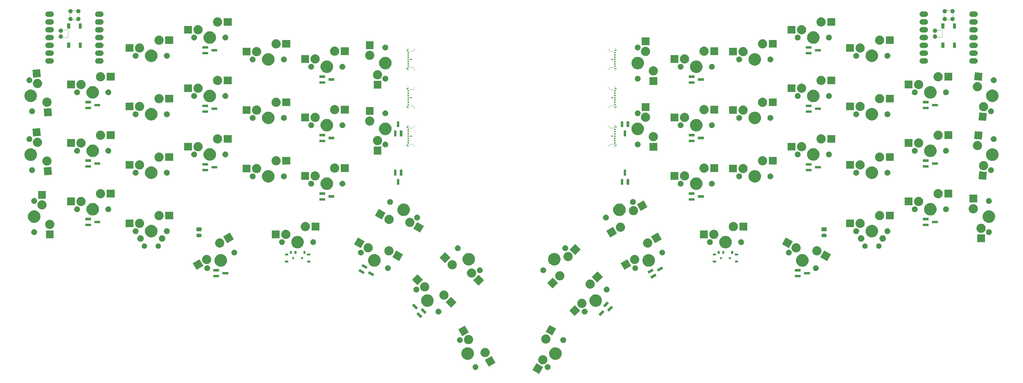
<source format=gbs>
G04 #@! TF.GenerationSoftware,KiCad,Pcbnew,7.0.5*
G04 #@! TF.CreationDate,2023-07-16T20:07:35+02:00*
G04 #@! TF.ProjectId,mykeeb_v7a5,6d796b65-6562-45f7-9637-61352e6b6963,rev?*
G04 #@! TF.SameCoordinates,Original*
G04 #@! TF.FileFunction,Soldermask,Bot*
G04 #@! TF.FilePolarity,Negative*
%FSLAX46Y46*%
G04 Gerber Fmt 4.6, Leading zero omitted, Abs format (unit mm)*
G04 Created by KiCad (PCBNEW 7.0.5) date 2023-07-16 20:07:35*
%MOMM*%
%LPD*%
G01*
G04 APERTURE LIST*
G04 #@! TA.AperFunction,Profile*
%ADD10C,0.050000*%
G04 #@! TD*
G04 #@! TA.AperFunction,Profile*
%ADD11C,0.120000*%
G04 #@! TD*
G04 APERTURE END LIST*
D10*
X150614190Y-75009435D02*
X150914190Y-75009435D01*
X150614190Y-67865685D02*
X150914190Y-67865685D01*
X150914190Y-67865685D02*
G75*
G03*
X152914190Y-67865685I1000000J0D01*
G01*
X152914190Y-75009435D02*
G75*
G03*
X150914190Y-75009435I-1000000J0D01*
G01*
D11*
X322127821Y-51043431D02*
X322127821Y-50002031D01*
X322813621Y-49316231D02*
X324413821Y-49316231D01*
X324413821Y-51729231D02*
X322813621Y-51729231D01*
X324794821Y-49697231D02*
X324794821Y-51348231D01*
X325302821Y-45328431D02*
X325302821Y-43652031D01*
X325988621Y-42966231D02*
X327665021Y-42966231D01*
X325988621Y-46014231D02*
X327665021Y-46014231D01*
X328350821Y-45328431D02*
X328350821Y-43652031D01*
X322813621Y-51729231D02*
G75*
G03*
X322127821Y-51043431I-438047J247753D01*
G01*
X322127821Y-50002031D02*
G75*
G03*
X322813621Y-49316231I247753J438047D01*
G01*
X324794821Y-49697231D02*
G75*
G03*
X324413821Y-49316231I-380999J1D01*
G01*
X324413821Y-51729231D02*
G75*
G03*
X324794821Y-51348231I1J380999D01*
G01*
X325988621Y-46014231D02*
G75*
G03*
X325302821Y-45328431I-438047J247753D01*
G01*
X325302821Y-43652031D02*
G75*
G03*
X325988621Y-42966231I247753J438047D01*
G01*
X328350821Y-45328431D02*
G75*
G03*
X327665021Y-46014231I-247750J-438050D01*
G01*
X327665021Y-42966231D02*
G75*
G03*
X328350821Y-43652031I438050J-247750D01*
G01*
X37568223Y-51043431D02*
X37568223Y-50002031D01*
X38254023Y-49316231D02*
X39854223Y-49316231D01*
X39854223Y-51729231D02*
X38254023Y-51729231D01*
X40235223Y-49697231D02*
X40235223Y-51348231D01*
X40743223Y-45328431D02*
X40743223Y-43652031D01*
X41429023Y-42966231D02*
X43105423Y-42966231D01*
X41429023Y-46014231D02*
X43105423Y-46014231D01*
X43791223Y-45328431D02*
X43791223Y-43652031D01*
X38254023Y-51729231D02*
G75*
G03*
X37568223Y-51043431I-438047J247753D01*
G01*
X37568223Y-50002031D02*
G75*
G03*
X38254023Y-49316231I247753J438047D01*
G01*
X40235223Y-49697231D02*
G75*
G03*
X39854223Y-49316231I-380999J1D01*
G01*
X39854223Y-51729231D02*
G75*
G03*
X40235223Y-51348231I1J380999D01*
G01*
X41429023Y-46014231D02*
G75*
G03*
X40743223Y-45328431I-438047J247753D01*
G01*
X40743223Y-43652031D02*
G75*
G03*
X41429023Y-42966231I247753J438047D01*
G01*
X43791223Y-45328431D02*
G75*
G03*
X43105423Y-46014231I-247750J-438050D01*
G01*
X43105423Y-42966231D02*
G75*
G03*
X43791223Y-43652031I438050J-247750D01*
G01*
D10*
X150614190Y-62507862D02*
X150914190Y-62507862D01*
X150614190Y-55364112D02*
X150914190Y-55364112D01*
X150914190Y-55364112D02*
G75*
G03*
X152914190Y-55364112I1000000J0D01*
G01*
X152914190Y-62507862D02*
G75*
G03*
X150914190Y-62507862I-1000000J0D01*
G01*
X150614190Y-87511008D02*
X150914190Y-87511008D01*
X150614190Y-80367258D02*
X150914190Y-80367258D01*
X150914190Y-80367258D02*
G75*
G03*
X152914190Y-80367258I1000000J0D01*
G01*
X152914190Y-87511008D02*
G75*
G03*
X150914190Y-87511008I-1000000J0D01*
G01*
X218479854Y-80367258D02*
X218179854Y-80367258D01*
X218479854Y-87511008D02*
X218179854Y-87511008D01*
X218179854Y-87511008D02*
G75*
G03*
X216179854Y-87511008I-1000000J0D01*
G01*
X216179854Y-80367258D02*
G75*
G03*
X218179854Y-80367258I1000000J0D01*
G01*
X218479854Y-55364112D02*
X218179854Y-55364112D01*
X218479854Y-62507862D02*
X218179854Y-62507862D01*
X218179854Y-62507862D02*
G75*
G03*
X216179854Y-62507862I-1000000J0D01*
G01*
X216179854Y-55364112D02*
G75*
G03*
X218179854Y-55364112I1000000J0D01*
G01*
X218479854Y-67865685D02*
X218179854Y-67865685D01*
X218479854Y-75009435D02*
X218179854Y-75009435D01*
X218179854Y-75009435D02*
G75*
G03*
X216179854Y-75009435I-1000000J0D01*
G01*
X216179854Y-67865685D02*
G75*
G03*
X218179854Y-67865685I1000000J0D01*
G01*
G36*
X193466385Y-158390893D02*
G01*
X194573146Y-159029882D01*
X194812353Y-159167988D01*
X193537353Y-161376352D01*
X191372289Y-160126352D01*
X192424788Y-158303371D01*
X192644336Y-157923102D01*
X192644337Y-157923100D01*
X192647289Y-157917988D01*
X193466385Y-158390893D01*
G37*
G36*
X172984854Y-158249043D02*
G01*
X173163067Y-158303103D01*
X173327310Y-158390893D01*
X173471269Y-158509038D01*
X173589414Y-158652997D01*
X173677204Y-158817240D01*
X173731264Y-158995453D01*
X173749518Y-159180789D01*
X173731264Y-159366125D01*
X173677204Y-159544338D01*
X173589414Y-159708581D01*
X173471269Y-159852540D01*
X173327310Y-159970685D01*
X173163067Y-160058475D01*
X172984854Y-160112535D01*
X172799518Y-160130789D01*
X172614182Y-160112535D01*
X172435969Y-160058475D01*
X172271726Y-159970685D01*
X172127767Y-159852540D01*
X172009622Y-159708581D01*
X171921832Y-159544338D01*
X171867772Y-159366125D01*
X171849518Y-159180789D01*
X171867772Y-158995453D01*
X171921832Y-158817240D01*
X172009622Y-158652997D01*
X172127767Y-158509038D01*
X172271726Y-158390893D01*
X172435969Y-158303103D01*
X172614182Y-158249043D01*
X172799518Y-158230789D01*
X172984854Y-158249043D01*
G37*
G36*
X196479862Y-158249043D02*
G01*
X196658075Y-158303103D01*
X196822318Y-158390893D01*
X196966277Y-158509038D01*
X197084422Y-158652997D01*
X197172212Y-158817240D01*
X197226272Y-158995453D01*
X197244526Y-159180789D01*
X197226272Y-159366125D01*
X197172212Y-159544338D01*
X197084422Y-159708581D01*
X196966277Y-159852540D01*
X196822318Y-159970685D01*
X196658075Y-160058475D01*
X196479862Y-160112535D01*
X196294526Y-160130789D01*
X196109190Y-160112535D01*
X195930977Y-160058475D01*
X195766734Y-159970685D01*
X195622775Y-159852540D01*
X195504630Y-159708581D01*
X195416840Y-159544338D01*
X195362780Y-159366125D01*
X195344526Y-159180789D01*
X195362780Y-158995453D01*
X195416840Y-158817240D01*
X195504630Y-158652997D01*
X195622775Y-158509038D01*
X195766734Y-158390893D01*
X195930977Y-158303103D01*
X196109190Y-158249043D01*
X196294526Y-158230789D01*
X196479862Y-158249043D01*
G37*
G36*
X179299959Y-157779882D02*
G01*
X177134895Y-159029882D01*
X175859895Y-156821518D01*
X177789689Y-155707351D01*
X178019844Y-155574471D01*
X178019844Y-155574470D01*
X178024959Y-155571518D01*
X179299959Y-157779882D01*
G37*
G36*
X194792565Y-155316060D02*
G01*
X194853690Y-155316060D01*
X194908248Y-155325164D01*
X194964444Y-155329587D01*
X195032125Y-155345836D01*
X195098049Y-155356837D01*
X195144807Y-155372889D01*
X195193286Y-155384528D01*
X195263847Y-155413755D01*
X195332364Y-155437277D01*
X195370634Y-155457987D01*
X195410723Y-155474593D01*
X195481780Y-155518137D01*
X195550243Y-155555187D01*
X195579867Y-155578244D01*
X195611389Y-155597561D01*
X195680270Y-155656391D01*
X195745743Y-155707351D01*
X195767102Y-155730553D01*
X195790349Y-155750408D01*
X195854186Y-155825151D01*
X195913532Y-155889618D01*
X195927480Y-155910967D01*
X195943196Y-155929368D01*
X195999042Y-156020501D01*
X196049032Y-156097016D01*
X196056843Y-156114823D01*
X196066164Y-156130034D01*
X196111082Y-156238477D01*
X196148547Y-156323888D01*
X196151829Y-156336848D01*
X196156229Y-156347471D01*
X196187444Y-156477490D01*
X196209363Y-156564045D01*
X196209962Y-156571285D01*
X196211170Y-156576313D01*
X196226118Y-156766259D01*
X196229821Y-156810937D01*
X196226116Y-156855648D01*
X196211170Y-157045560D01*
X196209963Y-157050587D01*
X196209363Y-157057829D01*
X196187439Y-157144401D01*
X196156229Y-157274402D01*
X196151829Y-157285022D01*
X196148547Y-157297986D01*
X196111075Y-157383413D01*
X196066164Y-157491839D01*
X196056844Y-157507046D01*
X196049032Y-157524858D01*
X195999032Y-157601387D01*
X195943196Y-157692505D01*
X195927482Y-157710902D01*
X195913532Y-157732256D01*
X195854174Y-157796735D01*
X195790349Y-157871465D01*
X195767106Y-157891315D01*
X195745743Y-157914523D01*
X195680257Y-157965492D01*
X195611389Y-158024312D01*
X195579873Y-158043624D01*
X195550243Y-158066687D01*
X195481766Y-158103744D01*
X195410723Y-158147280D01*
X195370641Y-158163882D01*
X195332364Y-158184597D01*
X195263832Y-158208123D01*
X195193286Y-158237345D01*
X195144817Y-158248981D01*
X195098049Y-158265037D01*
X195032111Y-158276040D01*
X194964444Y-158292286D01*
X194908260Y-158296707D01*
X194853690Y-158305814D01*
X194792552Y-158305814D01*
X194729821Y-158310751D01*
X194667089Y-158305814D01*
X194605952Y-158305814D01*
X194551382Y-158296707D01*
X194495197Y-158292286D01*
X194427527Y-158276039D01*
X194361593Y-158265037D01*
X194314826Y-158248982D01*
X194266355Y-158237345D01*
X194195803Y-158208121D01*
X194127278Y-158184597D01*
X194089003Y-158163883D01*
X194048918Y-158147280D01*
X193977866Y-158103739D01*
X193909399Y-158066687D01*
X193879772Y-158043627D01*
X193848252Y-158024312D01*
X193779373Y-157965483D01*
X193713899Y-157914523D01*
X193692538Y-157891319D01*
X193669292Y-157871465D01*
X193605453Y-157796720D01*
X193546110Y-157732256D01*
X193532162Y-157710907D01*
X193516445Y-157692505D01*
X193460592Y-157601362D01*
X193410610Y-157524858D01*
X193402799Y-157507052D01*
X193393477Y-157491839D01*
X193348548Y-157383372D01*
X193311095Y-157297986D01*
X193307813Y-157285029D01*
X193303412Y-157274402D01*
X193272182Y-157144325D01*
X193250279Y-157057829D01*
X193249679Y-157050593D01*
X193248471Y-157045560D01*
X193233505Y-156855408D01*
X193229821Y-156810937D01*
X193233503Y-156766499D01*
X193248471Y-156576313D01*
X193249679Y-156571279D01*
X193250279Y-156564045D01*
X193272178Y-156477566D01*
X193303412Y-156347471D01*
X193307814Y-156336842D01*
X193311095Y-156323888D01*
X193348541Y-156238518D01*
X193393477Y-156130034D01*
X193402801Y-156114818D01*
X193410610Y-156097016D01*
X193460583Y-156020526D01*
X193516445Y-155929368D01*
X193532165Y-155910962D01*
X193546110Y-155889618D01*
X193605441Y-155825166D01*
X193669292Y-155750408D01*
X193692543Y-155730549D01*
X193713899Y-155707351D01*
X193779360Y-155656400D01*
X193848252Y-155597561D01*
X193879778Y-155578241D01*
X193909399Y-155555187D01*
X193977852Y-155518141D01*
X194048918Y-155474593D01*
X194089011Y-155457985D01*
X194127278Y-155437277D01*
X194195789Y-155413757D01*
X194266355Y-155384528D01*
X194314836Y-155372888D01*
X194361593Y-155356837D01*
X194427513Y-155345836D01*
X194495197Y-155329587D01*
X194551394Y-155325164D01*
X194605952Y-155316060D01*
X194667077Y-155316060D01*
X194729821Y-155311122D01*
X194792565Y-155316060D01*
G37*
G36*
X170676603Y-152774258D02*
G01*
X170946021Y-152849745D01*
X171202651Y-152961215D01*
X171441713Y-153106592D01*
X171658752Y-153283166D01*
X171849726Y-153487650D01*
X172011078Y-153716233D01*
X172139801Y-153964658D01*
X172233498Y-154228297D01*
X172290424Y-154502238D01*
X172309518Y-154781380D01*
X172290424Y-155060522D01*
X172233498Y-155334463D01*
X172139801Y-155598102D01*
X172011078Y-155846527D01*
X171849726Y-156075110D01*
X171658752Y-156279594D01*
X171441713Y-156456168D01*
X171202651Y-156601545D01*
X170946021Y-156713015D01*
X170676603Y-156788502D01*
X170399415Y-156826601D01*
X170119621Y-156826601D01*
X169842433Y-156788502D01*
X169573015Y-156713015D01*
X169316385Y-156601545D01*
X169077323Y-156456168D01*
X168860284Y-156279594D01*
X168669310Y-156075110D01*
X168507958Y-155846527D01*
X168379235Y-155598102D01*
X168285538Y-155334463D01*
X168228612Y-155060522D01*
X168209518Y-154781380D01*
X168228612Y-154502238D01*
X168285538Y-154228297D01*
X168379235Y-153964658D01*
X168507958Y-153716233D01*
X168669310Y-153487650D01*
X168860284Y-153283166D01*
X169077323Y-153106592D01*
X169316385Y-152961215D01*
X169573015Y-152849745D01*
X169842433Y-152774258D01*
X170119621Y-152736159D01*
X170399415Y-152736159D01*
X170676603Y-152774258D01*
G37*
G36*
X199251611Y-152774258D02*
G01*
X199521029Y-152849745D01*
X199777659Y-152961215D01*
X200016721Y-153106592D01*
X200233760Y-153283166D01*
X200424734Y-153487650D01*
X200586086Y-153716233D01*
X200714809Y-153964658D01*
X200808506Y-154228297D01*
X200865432Y-154502238D01*
X200884526Y-154781380D01*
X200865432Y-155060522D01*
X200808506Y-155334463D01*
X200714809Y-155598102D01*
X200586086Y-155846527D01*
X200424734Y-156075110D01*
X200233760Y-156279594D01*
X200016721Y-156456168D01*
X199777659Y-156601545D01*
X199521029Y-156713015D01*
X199251611Y-156788502D01*
X198974423Y-156826601D01*
X198694629Y-156826601D01*
X198417441Y-156788502D01*
X198148023Y-156713015D01*
X197891393Y-156601545D01*
X197652331Y-156456168D01*
X197435292Y-156279594D01*
X197244318Y-156075110D01*
X197082966Y-155846527D01*
X196954243Y-155598102D01*
X196860546Y-155334463D01*
X196803620Y-155060522D01*
X196784526Y-154781380D01*
X196803620Y-154502238D01*
X196860546Y-154228297D01*
X196954243Y-153964658D01*
X197082966Y-153716233D01*
X197244318Y-153487650D01*
X197435292Y-153283166D01*
X197652331Y-153106592D01*
X197891393Y-152961215D01*
X198148023Y-152849745D01*
X198417441Y-152774258D01*
X198694629Y-152736159D01*
X198974423Y-152736159D01*
X199251611Y-152774258D01*
G37*
G36*
X175991671Y-152946208D02*
G01*
X176052796Y-152946208D01*
X176107354Y-152955312D01*
X176163550Y-152959735D01*
X176231231Y-152975984D01*
X176297155Y-152986985D01*
X176343913Y-153003037D01*
X176392392Y-153014676D01*
X176462953Y-153043903D01*
X176531470Y-153067425D01*
X176569740Y-153088135D01*
X176609829Y-153104741D01*
X176680886Y-153148285D01*
X176749349Y-153185335D01*
X176778973Y-153208392D01*
X176810495Y-153227709D01*
X176879376Y-153286539D01*
X176944849Y-153337499D01*
X176966208Y-153360701D01*
X176989455Y-153380556D01*
X177053292Y-153455299D01*
X177112638Y-153519766D01*
X177126586Y-153541115D01*
X177142302Y-153559516D01*
X177198148Y-153650649D01*
X177248138Y-153727164D01*
X177255949Y-153744971D01*
X177265270Y-153760182D01*
X177310188Y-153868625D01*
X177347653Y-153954036D01*
X177350935Y-153966996D01*
X177355335Y-153977619D01*
X177386550Y-154107638D01*
X177408469Y-154194193D01*
X177409068Y-154201433D01*
X177410276Y-154206461D01*
X177425224Y-154396407D01*
X177428927Y-154441085D01*
X177425222Y-154485796D01*
X177410276Y-154675708D01*
X177409069Y-154680735D01*
X177408469Y-154687977D01*
X177386545Y-154774549D01*
X177355335Y-154904550D01*
X177350935Y-154915170D01*
X177347653Y-154928134D01*
X177310181Y-155013561D01*
X177265270Y-155121987D01*
X177255950Y-155137194D01*
X177248138Y-155155006D01*
X177198138Y-155231535D01*
X177142302Y-155322653D01*
X177126588Y-155341050D01*
X177112638Y-155362404D01*
X177053280Y-155426883D01*
X176989455Y-155501613D01*
X176966212Y-155521463D01*
X176944849Y-155544671D01*
X176879363Y-155595640D01*
X176810495Y-155654460D01*
X176778979Y-155673772D01*
X176749349Y-155696835D01*
X176680872Y-155733892D01*
X176609829Y-155777428D01*
X176569747Y-155794030D01*
X176531470Y-155814745D01*
X176462938Y-155838271D01*
X176392392Y-155867493D01*
X176343923Y-155879129D01*
X176297155Y-155895185D01*
X176231217Y-155906188D01*
X176163550Y-155922434D01*
X176107366Y-155926855D01*
X176052796Y-155935962D01*
X175991658Y-155935962D01*
X175928927Y-155940899D01*
X175866195Y-155935962D01*
X175805058Y-155935962D01*
X175750488Y-155926855D01*
X175694303Y-155922434D01*
X175626633Y-155906187D01*
X175560699Y-155895185D01*
X175513932Y-155879130D01*
X175465461Y-155867493D01*
X175394909Y-155838269D01*
X175326384Y-155814745D01*
X175288109Y-155794031D01*
X175248024Y-155777428D01*
X175176972Y-155733887D01*
X175108505Y-155696835D01*
X175078878Y-155673775D01*
X175047358Y-155654460D01*
X174978479Y-155595631D01*
X174913005Y-155544671D01*
X174891644Y-155521467D01*
X174868398Y-155501613D01*
X174804559Y-155426868D01*
X174745216Y-155362404D01*
X174731268Y-155341055D01*
X174715551Y-155322653D01*
X174659698Y-155231510D01*
X174609716Y-155155006D01*
X174601905Y-155137200D01*
X174592583Y-155121987D01*
X174547654Y-155013520D01*
X174510201Y-154928134D01*
X174506919Y-154915177D01*
X174502518Y-154904550D01*
X174471288Y-154774473D01*
X174449385Y-154687977D01*
X174448785Y-154680741D01*
X174447577Y-154675708D01*
X174432611Y-154485556D01*
X174428927Y-154441085D01*
X174432609Y-154396647D01*
X174447577Y-154206461D01*
X174448785Y-154201427D01*
X174449385Y-154194193D01*
X174471284Y-154107714D01*
X174502518Y-153977619D01*
X174506920Y-153966990D01*
X174510201Y-153954036D01*
X174547647Y-153868666D01*
X174592583Y-153760182D01*
X174601907Y-153744966D01*
X174609716Y-153727164D01*
X174659689Y-153650674D01*
X174715551Y-153559516D01*
X174731271Y-153541110D01*
X174745216Y-153519766D01*
X174804547Y-153455314D01*
X174868398Y-153380556D01*
X174891649Y-153360697D01*
X174913005Y-153337499D01*
X174978466Y-153286548D01*
X175047358Y-153227709D01*
X175078884Y-153208389D01*
X175108505Y-153185335D01*
X175176958Y-153148289D01*
X175248024Y-153104741D01*
X175288117Y-153088133D01*
X175326384Y-153067425D01*
X175394895Y-153043905D01*
X175465461Y-153014676D01*
X175513942Y-153003036D01*
X175560699Y-152986985D01*
X175626619Y-152975984D01*
X175694303Y-152959735D01*
X175750500Y-152955312D01*
X175805058Y-152946208D01*
X175866183Y-152946208D01*
X175928927Y-152941270D01*
X175991671Y-152946208D01*
G37*
G36*
X170616967Y-148716946D02*
G01*
X170678092Y-148716946D01*
X170732650Y-148726050D01*
X170788846Y-148730473D01*
X170856527Y-148746722D01*
X170922451Y-148757723D01*
X170969209Y-148773775D01*
X171017688Y-148785414D01*
X171088249Y-148814641D01*
X171156766Y-148838163D01*
X171195036Y-148858873D01*
X171235125Y-148875479D01*
X171306182Y-148919023D01*
X171374645Y-148956073D01*
X171404269Y-148979130D01*
X171435791Y-148998447D01*
X171504672Y-149057277D01*
X171570145Y-149108237D01*
X171591504Y-149131439D01*
X171614751Y-149151294D01*
X171678588Y-149226037D01*
X171737934Y-149290504D01*
X171751882Y-149311853D01*
X171767598Y-149330254D01*
X171823444Y-149421387D01*
X171873434Y-149497902D01*
X171881245Y-149515709D01*
X171890566Y-149530920D01*
X171935484Y-149639363D01*
X171972949Y-149724774D01*
X171976231Y-149737734D01*
X171980631Y-149748357D01*
X172011846Y-149878376D01*
X172033765Y-149964931D01*
X172034364Y-149972171D01*
X172035572Y-149977199D01*
X172050519Y-150167130D01*
X172054223Y-150211823D01*
X172050519Y-150256519D01*
X172035572Y-150446446D01*
X172034365Y-150451473D01*
X172033765Y-150458715D01*
X172011841Y-150545287D01*
X171980631Y-150675288D01*
X171976231Y-150685908D01*
X171972949Y-150698872D01*
X171935477Y-150784299D01*
X171890566Y-150892725D01*
X171881246Y-150907932D01*
X171873434Y-150925744D01*
X171823434Y-151002273D01*
X171767598Y-151093391D01*
X171751884Y-151111788D01*
X171737934Y-151133142D01*
X171678576Y-151197621D01*
X171614751Y-151272351D01*
X171591508Y-151292201D01*
X171570145Y-151315409D01*
X171504659Y-151366378D01*
X171435791Y-151425198D01*
X171404275Y-151444510D01*
X171374645Y-151467573D01*
X171306168Y-151504630D01*
X171235125Y-151548166D01*
X171195043Y-151564768D01*
X171156766Y-151585483D01*
X171088234Y-151609009D01*
X171017688Y-151638231D01*
X170969219Y-151649867D01*
X170922451Y-151665923D01*
X170856513Y-151676926D01*
X170788846Y-151693172D01*
X170732662Y-151697593D01*
X170678092Y-151706700D01*
X170616954Y-151706700D01*
X170554223Y-151711637D01*
X170491491Y-151706700D01*
X170430354Y-151706700D01*
X170375784Y-151697593D01*
X170319599Y-151693172D01*
X170251929Y-151676925D01*
X170185995Y-151665923D01*
X170139228Y-151649868D01*
X170090757Y-151638231D01*
X170020205Y-151609007D01*
X169951680Y-151585483D01*
X169913405Y-151564769D01*
X169873320Y-151548166D01*
X169802268Y-151504625D01*
X169733801Y-151467573D01*
X169704174Y-151444513D01*
X169672654Y-151425198D01*
X169603775Y-151366369D01*
X169538301Y-151315409D01*
X169516940Y-151292205D01*
X169493694Y-151272351D01*
X169429855Y-151197606D01*
X169370512Y-151133142D01*
X169356564Y-151111793D01*
X169340847Y-151093391D01*
X169284994Y-151002248D01*
X169235012Y-150925744D01*
X169227201Y-150907938D01*
X169217879Y-150892725D01*
X169172950Y-150784258D01*
X169135497Y-150698872D01*
X169132215Y-150685915D01*
X169127814Y-150675288D01*
X169096584Y-150545211D01*
X169074681Y-150458715D01*
X169074081Y-150451479D01*
X169072873Y-150446446D01*
X169057906Y-150256279D01*
X169054223Y-150211823D01*
X169057906Y-150167370D01*
X169072873Y-149977199D01*
X169074081Y-149972165D01*
X169074681Y-149964931D01*
X169096580Y-149878452D01*
X169127814Y-149748357D01*
X169132216Y-149737728D01*
X169135497Y-149724774D01*
X169172943Y-149639404D01*
X169217879Y-149530920D01*
X169227203Y-149515704D01*
X169235012Y-149497902D01*
X169284985Y-149421412D01*
X169340847Y-149330254D01*
X169356567Y-149311848D01*
X169370512Y-149290504D01*
X169429843Y-149226052D01*
X169493694Y-149151294D01*
X169516945Y-149131435D01*
X169538301Y-149108237D01*
X169603762Y-149057286D01*
X169672654Y-148998447D01*
X169704180Y-148979127D01*
X169733801Y-148956073D01*
X169802254Y-148919027D01*
X169873320Y-148875479D01*
X169913413Y-148858871D01*
X169951680Y-148838163D01*
X170020191Y-148814643D01*
X170090757Y-148785414D01*
X170139238Y-148773774D01*
X170185995Y-148757723D01*
X170251915Y-148746722D01*
X170319599Y-148730473D01*
X170375796Y-148726050D01*
X170430354Y-148716946D01*
X170491479Y-148716946D01*
X170554223Y-148712008D01*
X170616967Y-148716946D01*
G37*
G36*
X195767860Y-148546798D02*
G01*
X195828986Y-148546798D01*
X195883544Y-148555902D01*
X195939740Y-148560325D01*
X196007421Y-148576574D01*
X196073345Y-148587575D01*
X196120103Y-148603627D01*
X196168582Y-148615266D01*
X196239143Y-148644493D01*
X196307660Y-148668015D01*
X196345930Y-148688725D01*
X196386019Y-148705331D01*
X196457076Y-148748875D01*
X196525539Y-148785925D01*
X196555163Y-148808982D01*
X196586685Y-148828299D01*
X196655566Y-148887129D01*
X196721039Y-148938089D01*
X196742398Y-148961291D01*
X196765645Y-148981146D01*
X196829482Y-149055889D01*
X196888828Y-149120356D01*
X196902776Y-149141705D01*
X196918492Y-149160106D01*
X196974338Y-149251239D01*
X197024328Y-149327754D01*
X197032139Y-149345561D01*
X197041460Y-149360772D01*
X197086378Y-149469215D01*
X197123843Y-149554626D01*
X197127125Y-149567586D01*
X197131525Y-149578209D01*
X197162740Y-149708228D01*
X197184659Y-149794783D01*
X197185258Y-149802023D01*
X197186466Y-149807051D01*
X197201413Y-149996982D01*
X197205117Y-150041675D01*
X197201413Y-150086371D01*
X197186466Y-150276298D01*
X197185259Y-150281325D01*
X197184659Y-150288567D01*
X197162735Y-150375139D01*
X197131525Y-150505140D01*
X197127125Y-150515760D01*
X197123843Y-150528724D01*
X197086371Y-150614151D01*
X197041460Y-150722577D01*
X197032140Y-150737784D01*
X197024328Y-150755596D01*
X196974328Y-150832125D01*
X196918492Y-150923243D01*
X196902778Y-150941640D01*
X196888828Y-150962994D01*
X196829470Y-151027473D01*
X196765645Y-151102203D01*
X196742402Y-151122053D01*
X196721039Y-151145261D01*
X196655553Y-151196230D01*
X196586685Y-151255050D01*
X196555169Y-151274362D01*
X196525539Y-151297425D01*
X196457062Y-151334482D01*
X196386019Y-151378018D01*
X196345937Y-151394620D01*
X196307660Y-151415335D01*
X196239128Y-151438861D01*
X196168582Y-151468083D01*
X196120113Y-151479719D01*
X196073345Y-151495775D01*
X196007407Y-151506778D01*
X195939740Y-151523024D01*
X195883556Y-151527445D01*
X195828986Y-151536552D01*
X195767848Y-151536552D01*
X195705116Y-151541489D01*
X195642385Y-151536552D01*
X195581248Y-151536552D01*
X195526678Y-151527445D01*
X195470493Y-151523024D01*
X195402823Y-151506777D01*
X195336889Y-151495775D01*
X195290122Y-151479720D01*
X195241651Y-151468083D01*
X195171099Y-151438859D01*
X195102574Y-151415335D01*
X195064299Y-151394621D01*
X195024214Y-151378018D01*
X194953162Y-151334477D01*
X194884695Y-151297425D01*
X194855068Y-151274365D01*
X194823548Y-151255050D01*
X194754669Y-151196221D01*
X194689195Y-151145261D01*
X194667834Y-151122057D01*
X194644588Y-151102203D01*
X194580749Y-151027458D01*
X194521406Y-150962994D01*
X194507458Y-150941645D01*
X194491741Y-150923243D01*
X194435888Y-150832100D01*
X194385906Y-150755596D01*
X194378095Y-150737790D01*
X194368773Y-150722577D01*
X194323844Y-150614110D01*
X194286391Y-150528724D01*
X194283109Y-150515767D01*
X194278708Y-150505140D01*
X194247478Y-150375063D01*
X194225575Y-150288567D01*
X194224975Y-150281331D01*
X194223767Y-150276298D01*
X194208800Y-150086131D01*
X194205117Y-150041675D01*
X194208800Y-149997222D01*
X194223767Y-149807051D01*
X194224975Y-149802017D01*
X194225575Y-149794783D01*
X194247474Y-149708304D01*
X194278708Y-149578209D01*
X194283110Y-149567580D01*
X194286391Y-149554626D01*
X194323837Y-149469256D01*
X194368773Y-149360772D01*
X194378097Y-149345556D01*
X194385906Y-149327754D01*
X194435879Y-149251264D01*
X194491741Y-149160106D01*
X194507461Y-149141700D01*
X194521406Y-149120356D01*
X194580737Y-149055904D01*
X194644588Y-148981146D01*
X194667839Y-148961287D01*
X194689195Y-148938089D01*
X194754656Y-148887138D01*
X194823548Y-148828299D01*
X194855074Y-148808979D01*
X194884695Y-148785925D01*
X194953148Y-148748879D01*
X195024214Y-148705331D01*
X195064307Y-148688723D01*
X195102574Y-148668015D01*
X195171085Y-148644495D01*
X195241651Y-148615266D01*
X195290132Y-148603626D01*
X195336889Y-148587575D01*
X195402809Y-148576574D01*
X195470493Y-148560325D01*
X195526690Y-148555902D01*
X195581248Y-148546798D01*
X195642372Y-148546798D01*
X195705116Y-148541860D01*
X195767860Y-148546798D01*
G37*
G36*
X167904854Y-149450225D02*
G01*
X168083067Y-149504285D01*
X168247310Y-149592075D01*
X168391269Y-149710220D01*
X168509414Y-149854179D01*
X168597204Y-150018422D01*
X168651264Y-150196635D01*
X168669518Y-150381971D01*
X168651264Y-150567307D01*
X168597204Y-150745520D01*
X168509414Y-150909763D01*
X168391269Y-151053722D01*
X168247310Y-151171867D01*
X168083067Y-151259657D01*
X167904854Y-151313717D01*
X167719518Y-151331971D01*
X167534182Y-151313717D01*
X167355969Y-151259657D01*
X167191726Y-151171867D01*
X167047767Y-151053722D01*
X166929622Y-150909763D01*
X166841832Y-150745520D01*
X166787772Y-150567307D01*
X166769518Y-150381971D01*
X166787772Y-150196635D01*
X166841832Y-150018422D01*
X166929622Y-149854179D01*
X167047767Y-149710220D01*
X167191726Y-149592075D01*
X167355969Y-149504285D01*
X167534182Y-149450225D01*
X167719518Y-149431971D01*
X167904854Y-149450225D01*
G37*
G36*
X201559862Y-149450225D02*
G01*
X201738075Y-149504285D01*
X201902318Y-149592075D01*
X202046277Y-149710220D01*
X202164422Y-149854179D01*
X202252212Y-150018422D01*
X202306272Y-150196635D01*
X202324526Y-150381971D01*
X202306272Y-150567307D01*
X202252212Y-150745520D01*
X202164422Y-150909763D01*
X202046277Y-151053722D01*
X201902318Y-151171867D01*
X201738075Y-151259657D01*
X201559862Y-151313717D01*
X201374526Y-151331971D01*
X201189190Y-151313717D01*
X201010977Y-151259657D01*
X200846734Y-151171867D01*
X200702775Y-151053722D01*
X200584630Y-150909763D01*
X200496840Y-150745520D01*
X200442780Y-150567307D01*
X200424526Y-150381971D01*
X200442780Y-150196635D01*
X200496840Y-150018422D01*
X200584630Y-149854179D01*
X200702775Y-149710220D01*
X200846734Y-149592075D01*
X201010977Y-149504285D01*
X201189190Y-149450225D01*
X201374526Y-149431971D01*
X201559862Y-149450225D01*
G37*
G36*
X170636755Y-147854772D02*
G01*
X168471691Y-149104772D01*
X167196691Y-146896408D01*
X169361755Y-145646408D01*
X170636755Y-147854772D01*
G37*
G36*
X199076149Y-146702878D02*
G01*
X197801149Y-148911242D01*
X195636085Y-147661242D01*
X196482780Y-146194722D01*
X196908132Y-145457992D01*
X196908133Y-145457990D01*
X196911085Y-145452878D01*
X199076149Y-146702878D01*
G37*
G36*
X155529570Y-142615189D02*
G01*
X154963885Y-143180874D01*
X153620382Y-141837371D01*
X154186067Y-141271686D01*
X155529570Y-142615189D01*
G37*
G36*
X206910954Y-140713425D02*
G01*
X205107831Y-142516548D01*
X203340064Y-140748781D01*
X205143187Y-138945658D01*
X206910954Y-140713425D01*
G37*
G36*
X214801911Y-141165619D02*
G01*
X213458408Y-142509122D01*
X212892723Y-141943437D01*
X213780785Y-141055375D01*
X214232051Y-140604108D01*
X214232054Y-140604105D01*
X214236226Y-140599934D01*
X214801911Y-141165619D01*
G37*
G36*
X160940070Y-140177659D02*
G01*
X161118283Y-140231719D01*
X161282526Y-140319509D01*
X161426485Y-140437654D01*
X161544630Y-140581613D01*
X161632420Y-140745856D01*
X161686480Y-140924069D01*
X161704734Y-141109405D01*
X161686480Y-141294741D01*
X161632420Y-141472954D01*
X161544630Y-141637197D01*
X161426485Y-141781156D01*
X161282526Y-141899301D01*
X161118283Y-141987091D01*
X160940070Y-142041151D01*
X160754734Y-142059405D01*
X160569398Y-142041151D01*
X160391185Y-141987091D01*
X160226942Y-141899301D01*
X160082983Y-141781156D01*
X159964838Y-141637197D01*
X159877048Y-141472954D01*
X159822988Y-141294741D01*
X159804734Y-141109405D01*
X159822988Y-140924069D01*
X159877048Y-140745856D01*
X159964838Y-140581613D01*
X160082983Y-140437654D01*
X160226942Y-140319509D01*
X160391185Y-140231719D01*
X160569398Y-140177659D01*
X160754734Y-140159405D01*
X160940070Y-140177659D01*
G37*
G36*
X208524646Y-140177659D02*
G01*
X208702859Y-140231719D01*
X208867102Y-140319509D01*
X209011061Y-140437654D01*
X209129206Y-140581613D01*
X209216996Y-140745856D01*
X209271056Y-140924069D01*
X209289310Y-141109405D01*
X209271056Y-141294741D01*
X209216996Y-141472954D01*
X209129206Y-141637197D01*
X209011061Y-141781156D01*
X208867102Y-141899301D01*
X208702859Y-141987091D01*
X208524646Y-142041151D01*
X208339310Y-142059405D01*
X208153974Y-142041151D01*
X207975761Y-141987091D01*
X207811518Y-141899301D01*
X207667559Y-141781156D01*
X207549414Y-141637197D01*
X207461624Y-141472954D01*
X207407564Y-141294741D01*
X207389310Y-141109405D01*
X207407564Y-140924069D01*
X207461624Y-140745856D01*
X207549414Y-140581613D01*
X207667559Y-140437654D01*
X207811518Y-140319509D01*
X207975761Y-140231719D01*
X208153974Y-140177659D01*
X208339310Y-140159405D01*
X208524646Y-140177659D01*
G37*
G36*
X156873073Y-141271686D02*
G01*
X156307388Y-141837371D01*
X154963885Y-140493868D01*
X155529570Y-139928183D01*
X156873073Y-141271686D01*
G37*
G36*
X217594983Y-139716050D02*
G01*
X216251480Y-141059553D01*
X215685795Y-140493868D01*
X216660748Y-139518915D01*
X217025123Y-139154539D01*
X217025126Y-139154536D01*
X217029298Y-139150365D01*
X217594983Y-139716050D01*
G37*
G36*
X154080001Y-139822117D02*
G01*
X153514316Y-140387802D01*
X152170813Y-139044299D01*
X152736498Y-138478614D01*
X154080001Y-139822117D01*
G37*
G36*
X207504028Y-136920452D02*
G01*
X207565153Y-136920452D01*
X207619711Y-136929556D01*
X207675907Y-136933979D01*
X207743588Y-136950228D01*
X207809512Y-136961229D01*
X207856270Y-136977281D01*
X207904749Y-136988920D01*
X207975310Y-137018147D01*
X208043827Y-137041669D01*
X208082097Y-137062379D01*
X208122186Y-137078985D01*
X208193243Y-137122529D01*
X208261706Y-137159579D01*
X208291330Y-137182636D01*
X208322852Y-137201953D01*
X208391733Y-137260783D01*
X208457206Y-137311743D01*
X208478565Y-137334945D01*
X208501812Y-137354800D01*
X208565649Y-137429543D01*
X208624995Y-137494010D01*
X208638943Y-137515359D01*
X208654659Y-137533760D01*
X208710505Y-137624893D01*
X208760495Y-137701408D01*
X208768306Y-137719215D01*
X208777627Y-137734426D01*
X208822545Y-137842869D01*
X208860010Y-137928280D01*
X208863292Y-137941240D01*
X208867692Y-137951863D01*
X208898907Y-138081882D01*
X208920826Y-138168437D01*
X208921425Y-138175677D01*
X208922633Y-138180705D01*
X208937581Y-138370651D01*
X208941284Y-138415329D01*
X208937579Y-138460040D01*
X208922633Y-138649952D01*
X208921426Y-138654979D01*
X208920826Y-138662221D01*
X208898902Y-138748793D01*
X208867692Y-138878794D01*
X208863292Y-138889414D01*
X208860010Y-138902378D01*
X208822538Y-138987805D01*
X208777627Y-139096231D01*
X208768307Y-139111438D01*
X208760495Y-139129250D01*
X208710495Y-139205779D01*
X208654659Y-139296897D01*
X208638945Y-139315294D01*
X208624995Y-139336648D01*
X208565637Y-139401127D01*
X208501812Y-139475857D01*
X208478569Y-139495707D01*
X208457206Y-139518915D01*
X208391720Y-139569884D01*
X208322852Y-139628704D01*
X208291336Y-139648016D01*
X208261706Y-139671079D01*
X208193229Y-139708136D01*
X208122186Y-139751672D01*
X208082104Y-139768274D01*
X208043827Y-139788989D01*
X207975295Y-139812515D01*
X207904749Y-139841737D01*
X207856280Y-139853373D01*
X207809512Y-139869429D01*
X207743574Y-139880432D01*
X207675907Y-139896678D01*
X207619723Y-139901099D01*
X207565153Y-139910206D01*
X207504015Y-139910206D01*
X207441283Y-139915143D01*
X207378552Y-139910206D01*
X207317415Y-139910206D01*
X207262845Y-139901099D01*
X207206660Y-139896678D01*
X207138990Y-139880431D01*
X207073056Y-139869429D01*
X207026289Y-139853374D01*
X206977818Y-139841737D01*
X206907266Y-139812513D01*
X206838741Y-139788989D01*
X206800466Y-139768275D01*
X206760381Y-139751672D01*
X206689329Y-139708131D01*
X206620862Y-139671079D01*
X206591235Y-139648019D01*
X206559715Y-139628704D01*
X206490836Y-139569875D01*
X206425362Y-139518915D01*
X206404001Y-139495711D01*
X206380755Y-139475857D01*
X206316916Y-139401112D01*
X206257573Y-139336648D01*
X206243625Y-139315299D01*
X206227908Y-139296897D01*
X206172055Y-139205754D01*
X206122073Y-139129250D01*
X206114262Y-139111444D01*
X206104940Y-139096231D01*
X206060011Y-138987764D01*
X206022558Y-138902378D01*
X206019276Y-138889421D01*
X206014875Y-138878794D01*
X205983645Y-138748717D01*
X205961742Y-138662221D01*
X205961142Y-138654985D01*
X205959934Y-138649952D01*
X205944968Y-138459800D01*
X205941284Y-138415329D01*
X205944966Y-138370891D01*
X205959934Y-138180705D01*
X205961142Y-138175671D01*
X205961742Y-138168437D01*
X205983641Y-138081958D01*
X206014875Y-137951863D01*
X206019277Y-137941234D01*
X206022558Y-137928280D01*
X206060004Y-137842910D01*
X206104940Y-137734426D01*
X206114264Y-137719210D01*
X206122073Y-137701408D01*
X206172046Y-137624918D01*
X206227908Y-137533760D01*
X206243628Y-137515354D01*
X206257573Y-137494010D01*
X206316904Y-137429558D01*
X206380755Y-137354800D01*
X206404006Y-137334941D01*
X206425362Y-137311743D01*
X206490823Y-137260792D01*
X206559715Y-137201953D01*
X206591241Y-137182633D01*
X206620862Y-137159579D01*
X206689315Y-137122533D01*
X206760381Y-137078985D01*
X206800474Y-137062377D01*
X206838741Y-137041669D01*
X206907252Y-137018149D01*
X206977818Y-136988920D01*
X207026299Y-136977280D01*
X207073056Y-136961229D01*
X207138976Y-136950228D01*
X207206660Y-136933979D01*
X207262857Y-136929556D01*
X207317415Y-136920452D01*
X207378540Y-136920452D01*
X207441284Y-136915514D01*
X207504028Y-136920452D01*
G37*
G36*
X166671097Y-138073796D02*
G01*
X164903330Y-139841563D01*
X163100207Y-138038440D01*
X164867974Y-136270673D01*
X166671097Y-138073796D01*
G37*
G36*
X216251480Y-138372547D02*
G01*
X214907977Y-139716050D01*
X214342292Y-139150365D01*
X215324220Y-138168437D01*
X215681620Y-137811036D01*
X215681623Y-137811033D01*
X215685795Y-137806862D01*
X216251480Y-138372547D01*
G37*
G36*
X157579717Y-135510181D02*
G01*
X157849135Y-135585668D01*
X158105765Y-135697138D01*
X158344827Y-135842515D01*
X158561866Y-136019089D01*
X158752840Y-136223573D01*
X158914192Y-136452156D01*
X159042915Y-136700581D01*
X159136612Y-136964220D01*
X159193538Y-137238161D01*
X159212632Y-137517303D01*
X159193538Y-137796445D01*
X159136612Y-138070386D01*
X159042915Y-138334025D01*
X158914192Y-138582450D01*
X158752840Y-138811033D01*
X158561866Y-139015517D01*
X158344827Y-139192091D01*
X158105765Y-139337468D01*
X157849135Y-139448938D01*
X157579717Y-139524425D01*
X157302529Y-139562524D01*
X157022735Y-139562524D01*
X156745547Y-139524425D01*
X156476129Y-139448938D01*
X156219499Y-139337468D01*
X155980437Y-139192091D01*
X155763398Y-139015517D01*
X155572424Y-138811033D01*
X155411072Y-138582450D01*
X155282349Y-138334025D01*
X155188652Y-138070386D01*
X155131726Y-137796445D01*
X155112632Y-137517303D01*
X155131726Y-137238161D01*
X155188652Y-136964220D01*
X155282349Y-136700581D01*
X155411072Y-136452156D01*
X155572424Y-136223573D01*
X155763398Y-136019089D01*
X155980437Y-135842515D01*
X156219499Y-135697138D01*
X156476129Y-135585668D01*
X156745547Y-135510181D01*
X157022735Y-135472082D01*
X157302529Y-135472082D01*
X157579717Y-135510181D01*
G37*
G36*
X212348497Y-135510181D02*
G01*
X212617915Y-135585668D01*
X212874545Y-135697138D01*
X213113607Y-135842515D01*
X213330646Y-136019089D01*
X213521620Y-136223573D01*
X213682972Y-136452156D01*
X213811695Y-136700581D01*
X213905392Y-136964220D01*
X213962318Y-137238161D01*
X213981412Y-137517303D01*
X213962318Y-137796445D01*
X213905392Y-138070386D01*
X213811695Y-138334025D01*
X213682972Y-138582450D01*
X213521620Y-138811033D01*
X213330646Y-139015517D01*
X213113607Y-139192091D01*
X212874545Y-139337468D01*
X212617915Y-139448938D01*
X212348497Y-139524425D01*
X212071309Y-139562524D01*
X211791515Y-139562524D01*
X211514327Y-139524425D01*
X211244909Y-139448938D01*
X210988279Y-139337468D01*
X210749217Y-139192091D01*
X210532178Y-139015517D01*
X210341204Y-138811033D01*
X210179852Y-138582450D01*
X210051129Y-138334025D01*
X209957432Y-138070386D01*
X209900506Y-137796445D01*
X209881412Y-137517303D01*
X209900506Y-137238161D01*
X209957432Y-136964220D01*
X210051129Y-136700581D01*
X210179852Y-136452156D01*
X210341204Y-136223573D01*
X210532178Y-136019089D01*
X210749217Y-135842515D01*
X210988279Y-135697138D01*
X211244909Y-135585668D01*
X211514327Y-135510181D01*
X211791515Y-135472082D01*
X212071309Y-135472082D01*
X212348497Y-135510181D01*
G37*
G36*
X162613530Y-134226375D02*
G01*
X162674655Y-134226375D01*
X162729213Y-134235479D01*
X162785409Y-134239902D01*
X162853090Y-134256151D01*
X162919014Y-134267152D01*
X162965772Y-134283204D01*
X163014251Y-134294843D01*
X163084812Y-134324070D01*
X163153329Y-134347592D01*
X163191599Y-134368302D01*
X163231688Y-134384908D01*
X163302745Y-134428452D01*
X163371208Y-134465502D01*
X163400832Y-134488559D01*
X163432354Y-134507876D01*
X163501235Y-134566706D01*
X163566708Y-134617666D01*
X163588067Y-134640868D01*
X163611314Y-134660723D01*
X163675151Y-134735466D01*
X163734497Y-134799933D01*
X163748445Y-134821282D01*
X163764161Y-134839683D01*
X163820007Y-134930816D01*
X163869997Y-135007331D01*
X163877808Y-135025138D01*
X163887129Y-135040349D01*
X163932047Y-135148792D01*
X163969512Y-135234203D01*
X163972794Y-135247163D01*
X163977194Y-135257786D01*
X164008409Y-135387805D01*
X164030328Y-135474360D01*
X164030927Y-135481600D01*
X164032135Y-135486628D01*
X164047082Y-135676559D01*
X164050786Y-135721252D01*
X164047082Y-135765948D01*
X164032135Y-135955875D01*
X164030928Y-135960902D01*
X164030328Y-135968144D01*
X164008404Y-136054716D01*
X163977194Y-136184717D01*
X163972794Y-136195337D01*
X163969512Y-136208301D01*
X163932040Y-136293728D01*
X163887129Y-136402154D01*
X163877809Y-136417361D01*
X163869997Y-136435173D01*
X163819997Y-136511702D01*
X163764161Y-136602820D01*
X163748447Y-136621217D01*
X163734497Y-136642571D01*
X163675139Y-136707050D01*
X163611314Y-136781780D01*
X163588071Y-136801630D01*
X163566708Y-136824838D01*
X163501222Y-136875807D01*
X163432354Y-136934627D01*
X163400838Y-136953939D01*
X163371208Y-136977002D01*
X163302731Y-137014059D01*
X163231688Y-137057595D01*
X163191606Y-137074197D01*
X163153329Y-137094912D01*
X163084797Y-137118438D01*
X163014251Y-137147660D01*
X162965782Y-137159296D01*
X162919014Y-137175352D01*
X162853076Y-137186355D01*
X162785409Y-137202601D01*
X162729225Y-137207022D01*
X162674655Y-137216129D01*
X162613517Y-137216129D01*
X162550786Y-137221066D01*
X162488054Y-137216129D01*
X162426917Y-137216129D01*
X162372347Y-137207022D01*
X162316162Y-137202601D01*
X162248492Y-137186354D01*
X162182558Y-137175352D01*
X162135791Y-137159297D01*
X162087320Y-137147660D01*
X162016768Y-137118436D01*
X161948243Y-137094912D01*
X161909968Y-137074198D01*
X161869883Y-137057595D01*
X161798831Y-137014054D01*
X161730364Y-136977002D01*
X161700737Y-136953942D01*
X161669217Y-136934627D01*
X161600338Y-136875798D01*
X161534864Y-136824838D01*
X161513503Y-136801634D01*
X161490257Y-136781780D01*
X161426418Y-136707035D01*
X161367075Y-136642571D01*
X161353127Y-136621222D01*
X161337410Y-136602820D01*
X161281557Y-136511677D01*
X161231575Y-136435173D01*
X161223764Y-136417367D01*
X161214442Y-136402154D01*
X161169513Y-136293687D01*
X161132060Y-136208301D01*
X161128778Y-136195344D01*
X161124377Y-136184717D01*
X161093147Y-136054640D01*
X161071244Y-135968144D01*
X161070644Y-135960908D01*
X161069436Y-135955875D01*
X161054469Y-135765708D01*
X161050786Y-135721252D01*
X161054469Y-135676799D01*
X161069436Y-135486628D01*
X161070644Y-135481594D01*
X161071244Y-135474360D01*
X161093143Y-135387881D01*
X161124377Y-135257786D01*
X161128779Y-135247157D01*
X161132060Y-135234203D01*
X161169506Y-135148833D01*
X161214442Y-135040349D01*
X161223766Y-135025133D01*
X161231575Y-135007331D01*
X161281548Y-134930841D01*
X161337410Y-134839683D01*
X161353130Y-134821277D01*
X161367075Y-134799933D01*
X161426406Y-134735481D01*
X161490257Y-134660723D01*
X161513508Y-134640864D01*
X161534864Y-134617666D01*
X161600325Y-134566715D01*
X161669217Y-134507876D01*
X161700743Y-134488556D01*
X161730364Y-134465502D01*
X161798817Y-134428456D01*
X161869883Y-134384908D01*
X161909976Y-134368300D01*
X161948243Y-134347592D01*
X162016754Y-134324072D01*
X162087320Y-134294843D01*
X162135801Y-134283203D01*
X162182558Y-134267152D01*
X162248478Y-134256151D01*
X162316162Y-134239902D01*
X162372359Y-134235479D01*
X162426917Y-134226375D01*
X162488042Y-134226375D01*
X162550786Y-134221437D01*
X162613530Y-134226375D01*
G37*
G36*
X153755866Y-132993455D02*
G01*
X153934079Y-133047515D01*
X154098322Y-133135305D01*
X154242281Y-133253450D01*
X154360426Y-133397409D01*
X154448216Y-133561652D01*
X154502276Y-133739865D01*
X154520530Y-133925201D01*
X154502276Y-134110537D01*
X154448216Y-134288750D01*
X154360426Y-134452993D01*
X154242281Y-134596952D01*
X154098322Y-134715097D01*
X153934079Y-134802887D01*
X153755866Y-134856947D01*
X153570530Y-134875201D01*
X153385194Y-134856947D01*
X153206981Y-134802887D01*
X153042738Y-134715097D01*
X152898779Y-134596952D01*
X152780634Y-134452993D01*
X152692844Y-134288750D01*
X152638784Y-134110537D01*
X152620530Y-133925201D01*
X152638784Y-133739865D01*
X152692844Y-133561652D01*
X152780634Y-133397409D01*
X152898779Y-133253450D01*
X153042738Y-133135305D01*
X153206981Y-133047515D01*
X153385194Y-132993455D01*
X153570530Y-132975201D01*
X153755866Y-132993455D01*
G37*
G36*
X215708850Y-132993455D02*
G01*
X215887063Y-133047515D01*
X216051306Y-133135305D01*
X216195265Y-133253450D01*
X216313410Y-133397409D01*
X216401200Y-133561652D01*
X216455260Y-133739865D01*
X216473514Y-133925201D01*
X216455260Y-134110537D01*
X216401200Y-134288750D01*
X216313410Y-134452993D01*
X216195265Y-134596952D01*
X216051306Y-134715097D01*
X215887063Y-134802887D01*
X215708850Y-134856947D01*
X215523514Y-134875201D01*
X215338178Y-134856947D01*
X215159965Y-134802887D01*
X214995722Y-134715097D01*
X214851763Y-134596952D01*
X214733618Y-134452993D01*
X214645828Y-134288750D01*
X214591768Y-134110537D01*
X214573514Y-133925201D01*
X214591768Y-133739865D01*
X214645828Y-133561652D01*
X214733618Y-133397409D01*
X214851763Y-133253450D01*
X214995722Y-133135305D01*
X215159965Y-133047515D01*
X215338178Y-132993455D01*
X215523514Y-132975201D01*
X215708850Y-132993455D01*
G37*
G36*
X156327350Y-131532298D02*
G01*
X156388475Y-131532298D01*
X156443033Y-131541402D01*
X156499229Y-131545825D01*
X156566910Y-131562074D01*
X156632834Y-131573075D01*
X156679592Y-131589127D01*
X156728071Y-131600766D01*
X156798632Y-131629993D01*
X156867149Y-131653515D01*
X156905419Y-131674225D01*
X156945508Y-131690831D01*
X157016565Y-131734375D01*
X157085028Y-131771425D01*
X157114652Y-131794482D01*
X157146174Y-131813799D01*
X157215055Y-131872629D01*
X157280528Y-131923589D01*
X157301887Y-131946791D01*
X157325134Y-131966646D01*
X157388971Y-132041389D01*
X157448317Y-132105856D01*
X157462265Y-132127205D01*
X157477981Y-132145606D01*
X157533827Y-132236739D01*
X157583817Y-132313254D01*
X157591628Y-132331061D01*
X157600949Y-132346272D01*
X157645867Y-132454715D01*
X157683332Y-132540126D01*
X157686614Y-132553086D01*
X157691014Y-132563709D01*
X157722229Y-132693728D01*
X157744148Y-132780283D01*
X157744747Y-132787523D01*
X157745955Y-132792551D01*
X157760902Y-132982482D01*
X157764606Y-133027175D01*
X157760902Y-133071871D01*
X157745955Y-133261798D01*
X157744748Y-133266825D01*
X157744148Y-133274067D01*
X157722224Y-133360639D01*
X157691014Y-133490640D01*
X157686614Y-133501260D01*
X157683332Y-133514224D01*
X157645860Y-133599651D01*
X157600949Y-133708077D01*
X157591629Y-133723284D01*
X157583817Y-133741096D01*
X157533817Y-133817625D01*
X157477981Y-133908743D01*
X157462267Y-133927140D01*
X157448317Y-133948494D01*
X157388959Y-134012973D01*
X157325134Y-134087703D01*
X157301891Y-134107553D01*
X157280528Y-134130761D01*
X157215042Y-134181730D01*
X157146174Y-134240550D01*
X157114658Y-134259862D01*
X157085028Y-134282925D01*
X157016551Y-134319982D01*
X156945508Y-134363518D01*
X156905426Y-134380120D01*
X156867149Y-134400835D01*
X156798617Y-134424361D01*
X156728071Y-134453583D01*
X156679602Y-134465219D01*
X156632834Y-134481275D01*
X156566896Y-134492278D01*
X156499229Y-134508524D01*
X156443045Y-134512945D01*
X156388475Y-134522052D01*
X156327337Y-134522052D01*
X156264606Y-134526989D01*
X156201874Y-134522052D01*
X156140737Y-134522052D01*
X156086167Y-134512945D01*
X156029982Y-134508524D01*
X155962312Y-134492277D01*
X155896378Y-134481275D01*
X155849611Y-134465220D01*
X155801140Y-134453583D01*
X155730588Y-134424359D01*
X155662063Y-134400835D01*
X155623788Y-134380121D01*
X155583703Y-134363518D01*
X155512651Y-134319977D01*
X155444184Y-134282925D01*
X155414557Y-134259865D01*
X155383037Y-134240550D01*
X155314158Y-134181721D01*
X155248684Y-134130761D01*
X155227323Y-134107557D01*
X155204077Y-134087703D01*
X155140238Y-134012958D01*
X155080895Y-133948494D01*
X155066947Y-133927145D01*
X155051230Y-133908743D01*
X154995377Y-133817600D01*
X154945395Y-133741096D01*
X154937584Y-133723290D01*
X154928262Y-133708077D01*
X154883333Y-133599610D01*
X154845880Y-133514224D01*
X154842598Y-133501267D01*
X154838197Y-133490640D01*
X154806967Y-133360563D01*
X154785064Y-133274067D01*
X154784464Y-133266831D01*
X154783256Y-133261798D01*
X154768289Y-133071631D01*
X154764606Y-133027175D01*
X154768289Y-132982722D01*
X154783256Y-132792551D01*
X154784464Y-132787517D01*
X154785064Y-132780283D01*
X154806963Y-132693804D01*
X154838197Y-132563709D01*
X154842599Y-132553080D01*
X154845880Y-132540126D01*
X154883326Y-132454756D01*
X154928262Y-132346272D01*
X154937586Y-132331056D01*
X154945395Y-132313254D01*
X154995368Y-132236764D01*
X155051230Y-132145606D01*
X155066950Y-132127200D01*
X155080895Y-132105856D01*
X155140226Y-132041404D01*
X155204077Y-131966646D01*
X155227328Y-131946787D01*
X155248684Y-131923589D01*
X155314145Y-131872638D01*
X155383037Y-131813799D01*
X155414563Y-131794479D01*
X155444184Y-131771425D01*
X155512637Y-131734379D01*
X155583703Y-131690831D01*
X155623796Y-131674223D01*
X155662063Y-131653515D01*
X155730574Y-131629995D01*
X155801140Y-131600766D01*
X155849621Y-131589126D01*
X155896378Y-131573075D01*
X155962298Y-131562074D01*
X156029982Y-131545825D01*
X156086179Y-131541402D01*
X156140737Y-131532298D01*
X156201862Y-131532298D01*
X156264606Y-131527360D01*
X156327350Y-131532298D01*
G37*
G36*
X210198105Y-130634272D02*
G01*
X210259230Y-130634272D01*
X210313788Y-130643376D01*
X210369984Y-130647799D01*
X210437665Y-130664048D01*
X210503589Y-130675049D01*
X210550347Y-130691101D01*
X210598826Y-130702740D01*
X210669387Y-130731967D01*
X210737904Y-130755489D01*
X210776174Y-130776199D01*
X210816263Y-130792805D01*
X210887320Y-130836349D01*
X210955783Y-130873399D01*
X210985407Y-130896456D01*
X211016929Y-130915773D01*
X211085810Y-130974603D01*
X211151283Y-131025563D01*
X211172642Y-131048765D01*
X211195889Y-131068620D01*
X211259726Y-131143363D01*
X211319072Y-131207830D01*
X211333020Y-131229179D01*
X211348736Y-131247580D01*
X211404582Y-131338713D01*
X211454572Y-131415228D01*
X211462383Y-131433035D01*
X211471704Y-131448246D01*
X211516622Y-131556689D01*
X211554087Y-131642100D01*
X211557369Y-131655060D01*
X211561769Y-131665683D01*
X211592984Y-131795702D01*
X211614903Y-131882257D01*
X211615502Y-131889497D01*
X211616710Y-131894525D01*
X211631657Y-132084456D01*
X211635361Y-132129149D01*
X211631657Y-132173845D01*
X211616710Y-132363772D01*
X211615503Y-132368799D01*
X211614903Y-132376041D01*
X211592979Y-132462613D01*
X211561769Y-132592614D01*
X211557369Y-132603234D01*
X211554087Y-132616198D01*
X211516615Y-132701625D01*
X211471704Y-132810051D01*
X211462384Y-132825258D01*
X211454572Y-132843070D01*
X211404572Y-132919599D01*
X211348736Y-133010717D01*
X211333022Y-133029114D01*
X211319072Y-133050468D01*
X211259714Y-133114947D01*
X211195889Y-133189677D01*
X211172646Y-133209527D01*
X211151283Y-133232735D01*
X211085797Y-133283704D01*
X211016929Y-133342524D01*
X210985413Y-133361836D01*
X210955783Y-133384899D01*
X210887306Y-133421956D01*
X210816263Y-133465492D01*
X210776181Y-133482094D01*
X210737904Y-133502809D01*
X210669372Y-133526335D01*
X210598826Y-133555557D01*
X210550357Y-133567193D01*
X210503589Y-133583249D01*
X210437651Y-133594252D01*
X210369984Y-133610498D01*
X210313800Y-133614919D01*
X210259230Y-133624026D01*
X210198092Y-133624026D01*
X210135360Y-133628963D01*
X210072629Y-133624026D01*
X210011492Y-133624026D01*
X209956922Y-133614919D01*
X209900737Y-133610498D01*
X209833067Y-133594251D01*
X209767133Y-133583249D01*
X209720366Y-133567194D01*
X209671895Y-133555557D01*
X209601343Y-133526333D01*
X209532818Y-133502809D01*
X209494543Y-133482095D01*
X209454458Y-133465492D01*
X209383406Y-133421951D01*
X209314939Y-133384899D01*
X209285312Y-133361839D01*
X209253792Y-133342524D01*
X209184913Y-133283695D01*
X209119439Y-133232735D01*
X209098078Y-133209531D01*
X209074832Y-133189677D01*
X209010993Y-133114932D01*
X208951650Y-133050468D01*
X208937702Y-133029119D01*
X208921985Y-133010717D01*
X208866132Y-132919574D01*
X208816150Y-132843070D01*
X208808339Y-132825264D01*
X208799017Y-132810051D01*
X208754088Y-132701584D01*
X208716635Y-132616198D01*
X208713353Y-132603241D01*
X208708952Y-132592614D01*
X208677722Y-132462537D01*
X208655819Y-132376041D01*
X208655219Y-132368805D01*
X208654011Y-132363772D01*
X208639044Y-132173605D01*
X208635361Y-132129149D01*
X208639044Y-132084696D01*
X208654011Y-131894525D01*
X208655219Y-131889491D01*
X208655819Y-131882257D01*
X208677718Y-131795778D01*
X208708952Y-131665683D01*
X208713354Y-131655054D01*
X208716635Y-131642100D01*
X208754081Y-131556730D01*
X208799017Y-131448246D01*
X208808341Y-131433030D01*
X208816150Y-131415228D01*
X208866123Y-131338738D01*
X208921985Y-131247580D01*
X208937705Y-131229174D01*
X208951650Y-131207830D01*
X209010981Y-131143378D01*
X209074832Y-131068620D01*
X209098083Y-131048761D01*
X209119439Y-131025563D01*
X209184900Y-130974612D01*
X209253792Y-130915773D01*
X209285318Y-130896453D01*
X209314939Y-130873399D01*
X209383392Y-130836353D01*
X209454458Y-130792805D01*
X209494551Y-130776197D01*
X209532818Y-130755489D01*
X209601329Y-130731969D01*
X209671895Y-130702740D01*
X209720376Y-130691100D01*
X209767133Y-130675049D01*
X209833053Y-130664048D01*
X209900737Y-130647799D01*
X209956934Y-130643376D01*
X210011492Y-130634272D01*
X210072617Y-130634272D01*
X210135361Y-130629334D01*
X210198105Y-130634272D01*
G37*
G36*
X199707646Y-131752249D02*
G01*
X197904523Y-133555372D01*
X196136756Y-131787605D01*
X197939879Y-129984482D01*
X199707646Y-131752249D01*
G37*
G36*
X175632273Y-130870488D02*
G01*
X173864506Y-132638255D01*
X172061383Y-130835132D01*
X173829150Y-129067365D01*
X175632273Y-130870488D01*
G37*
G36*
X155734277Y-130729078D02*
G01*
X153966510Y-132496845D01*
X152163387Y-130693722D01*
X153931154Y-128925955D01*
X155734277Y-130729078D01*
G37*
G36*
X214255672Y-129776605D02*
G01*
X212452549Y-131579728D01*
X210684782Y-129811961D01*
X212487905Y-128008838D01*
X214255672Y-129776605D01*
G37*
G36*
X200319811Y-127940184D02*
G01*
X200380936Y-127940184D01*
X200435494Y-127949288D01*
X200491690Y-127953711D01*
X200559371Y-127969960D01*
X200625295Y-127980961D01*
X200672053Y-127997013D01*
X200720532Y-128008652D01*
X200791093Y-128037879D01*
X200859610Y-128061401D01*
X200897880Y-128082111D01*
X200937969Y-128098717D01*
X201009026Y-128142261D01*
X201077489Y-128179311D01*
X201107113Y-128202368D01*
X201138635Y-128221685D01*
X201207516Y-128280515D01*
X201272989Y-128331475D01*
X201294348Y-128354677D01*
X201317595Y-128374532D01*
X201381432Y-128449275D01*
X201440778Y-128513742D01*
X201454726Y-128535091D01*
X201470442Y-128553492D01*
X201526288Y-128644625D01*
X201576278Y-128721140D01*
X201584089Y-128738947D01*
X201593410Y-128754158D01*
X201638328Y-128862601D01*
X201675793Y-128948012D01*
X201679075Y-128960972D01*
X201683475Y-128971595D01*
X201714690Y-129101614D01*
X201736609Y-129188169D01*
X201737208Y-129195409D01*
X201738416Y-129200437D01*
X201753364Y-129390383D01*
X201757067Y-129435061D01*
X201753362Y-129479772D01*
X201738416Y-129669684D01*
X201737209Y-129674711D01*
X201736609Y-129681953D01*
X201714685Y-129768525D01*
X201683475Y-129898526D01*
X201679075Y-129909146D01*
X201675793Y-129922110D01*
X201638321Y-130007537D01*
X201593410Y-130115963D01*
X201584090Y-130131170D01*
X201576278Y-130148982D01*
X201526278Y-130225511D01*
X201470442Y-130316629D01*
X201454728Y-130335026D01*
X201440778Y-130356380D01*
X201381420Y-130420859D01*
X201317595Y-130495589D01*
X201294352Y-130515439D01*
X201272989Y-130538647D01*
X201207503Y-130589616D01*
X201138635Y-130648436D01*
X201107119Y-130667748D01*
X201077489Y-130690811D01*
X201009012Y-130727868D01*
X200937969Y-130771404D01*
X200897887Y-130788006D01*
X200859610Y-130808721D01*
X200791078Y-130832247D01*
X200720532Y-130861469D01*
X200672063Y-130873105D01*
X200625295Y-130889161D01*
X200559357Y-130900164D01*
X200491690Y-130916410D01*
X200435506Y-130920831D01*
X200380936Y-130929938D01*
X200319798Y-130929938D01*
X200257067Y-130934875D01*
X200194335Y-130929938D01*
X200133198Y-130929938D01*
X200078628Y-130920831D01*
X200022443Y-130916410D01*
X199954773Y-130900163D01*
X199888839Y-130889161D01*
X199842072Y-130873106D01*
X199793601Y-130861469D01*
X199723049Y-130832245D01*
X199654524Y-130808721D01*
X199616249Y-130788007D01*
X199576164Y-130771404D01*
X199505112Y-130727863D01*
X199436645Y-130690811D01*
X199407018Y-130667751D01*
X199375498Y-130648436D01*
X199306619Y-130589607D01*
X199241145Y-130538647D01*
X199219784Y-130515443D01*
X199196538Y-130495589D01*
X199132699Y-130420844D01*
X199073356Y-130356380D01*
X199059408Y-130335031D01*
X199043691Y-130316629D01*
X198987838Y-130225486D01*
X198937856Y-130148982D01*
X198930045Y-130131176D01*
X198920723Y-130115963D01*
X198875794Y-130007496D01*
X198838341Y-129922110D01*
X198835059Y-129909153D01*
X198830658Y-129898526D01*
X198799428Y-129768449D01*
X198777525Y-129681953D01*
X198776925Y-129674717D01*
X198775717Y-129669684D01*
X198760751Y-129479532D01*
X198757067Y-129435061D01*
X198760749Y-129390623D01*
X198775717Y-129200437D01*
X198776925Y-129195403D01*
X198777525Y-129188169D01*
X198799424Y-129101690D01*
X198830658Y-128971595D01*
X198835060Y-128960966D01*
X198838341Y-128948012D01*
X198875787Y-128862642D01*
X198920723Y-128754158D01*
X198930047Y-128738942D01*
X198937856Y-128721140D01*
X198987829Y-128644650D01*
X199043691Y-128553492D01*
X199059411Y-128535086D01*
X199073356Y-128513742D01*
X199132687Y-128449290D01*
X199196538Y-128374532D01*
X199219789Y-128354673D01*
X199241145Y-128331475D01*
X199306606Y-128280524D01*
X199375498Y-128221685D01*
X199407024Y-128202365D01*
X199436645Y-128179311D01*
X199505098Y-128142265D01*
X199576164Y-128098717D01*
X199616257Y-128082109D01*
X199654524Y-128061401D01*
X199723035Y-128037881D01*
X199793601Y-128008652D01*
X199842082Y-127997012D01*
X199888839Y-127980961D01*
X199954759Y-127969960D01*
X200022443Y-127953711D01*
X200078640Y-127949288D01*
X200133198Y-127940184D01*
X200194323Y-127940184D01*
X200257067Y-127935246D01*
X200319811Y-127940184D01*
G37*
G36*
X231775427Y-129436429D02*
G01*
X230129979Y-130386429D01*
X229729979Y-129693609D01*
X230889630Y-129024084D01*
X231370311Y-128746562D01*
X231370314Y-128746560D01*
X231375427Y-128743609D01*
X231775427Y-129436429D01*
G37*
G36*
X171593798Y-127042158D02*
G01*
X171654923Y-127042158D01*
X171709481Y-127051262D01*
X171765677Y-127055685D01*
X171833358Y-127071934D01*
X171899282Y-127082935D01*
X171946040Y-127098987D01*
X171994519Y-127110626D01*
X172065080Y-127139853D01*
X172133597Y-127163375D01*
X172171867Y-127184085D01*
X172211956Y-127200691D01*
X172283013Y-127244235D01*
X172351476Y-127281285D01*
X172381100Y-127304342D01*
X172412622Y-127323659D01*
X172481503Y-127382489D01*
X172546976Y-127433449D01*
X172568335Y-127456651D01*
X172591582Y-127476506D01*
X172655419Y-127551249D01*
X172714765Y-127615716D01*
X172728713Y-127637065D01*
X172744429Y-127655466D01*
X172800275Y-127746599D01*
X172850265Y-127823114D01*
X172858076Y-127840921D01*
X172867397Y-127856132D01*
X172912315Y-127964575D01*
X172949780Y-128049986D01*
X172953062Y-128062946D01*
X172957462Y-128073569D01*
X172988677Y-128203588D01*
X173010596Y-128290143D01*
X173011195Y-128297383D01*
X173012403Y-128302411D01*
X173027350Y-128492342D01*
X173031054Y-128537035D01*
X173027350Y-128581731D01*
X173012403Y-128771658D01*
X173011196Y-128776685D01*
X173010596Y-128783927D01*
X172988672Y-128870499D01*
X172957462Y-129000500D01*
X172953062Y-129011120D01*
X172949780Y-129024084D01*
X172912308Y-129109511D01*
X172867397Y-129217937D01*
X172858077Y-129233144D01*
X172850265Y-129250956D01*
X172800265Y-129327485D01*
X172744429Y-129418603D01*
X172728715Y-129437000D01*
X172714765Y-129458354D01*
X172655407Y-129522833D01*
X172591582Y-129597563D01*
X172568339Y-129617413D01*
X172546976Y-129640621D01*
X172481490Y-129691590D01*
X172412622Y-129750410D01*
X172381106Y-129769722D01*
X172351476Y-129792785D01*
X172282999Y-129829842D01*
X172211956Y-129873378D01*
X172171874Y-129889980D01*
X172133597Y-129910695D01*
X172065065Y-129934221D01*
X171994519Y-129963443D01*
X171946050Y-129975079D01*
X171899282Y-129991135D01*
X171833344Y-130002138D01*
X171765677Y-130018384D01*
X171709493Y-130022805D01*
X171654923Y-130031912D01*
X171593785Y-130031912D01*
X171531053Y-130036849D01*
X171468322Y-130031912D01*
X171407185Y-130031912D01*
X171352615Y-130022805D01*
X171296430Y-130018384D01*
X171228760Y-130002137D01*
X171162826Y-129991135D01*
X171116059Y-129975080D01*
X171067588Y-129963443D01*
X170997036Y-129934219D01*
X170928511Y-129910695D01*
X170890236Y-129889981D01*
X170850151Y-129873378D01*
X170779099Y-129829837D01*
X170710632Y-129792785D01*
X170681005Y-129769725D01*
X170649485Y-129750410D01*
X170580606Y-129691581D01*
X170515132Y-129640621D01*
X170493771Y-129617417D01*
X170470525Y-129597563D01*
X170406686Y-129522818D01*
X170347343Y-129458354D01*
X170333395Y-129437005D01*
X170317678Y-129418603D01*
X170261825Y-129327460D01*
X170211843Y-129250956D01*
X170204032Y-129233150D01*
X170194710Y-129217937D01*
X170149781Y-129109470D01*
X170112328Y-129024084D01*
X170109046Y-129011127D01*
X170104645Y-129000500D01*
X170073415Y-128870423D01*
X170051512Y-128783927D01*
X170050912Y-128776691D01*
X170049704Y-128771658D01*
X170034737Y-128581491D01*
X170031054Y-128537035D01*
X170034737Y-128492582D01*
X170049704Y-128302411D01*
X170050912Y-128297377D01*
X170051512Y-128290143D01*
X170073411Y-128203664D01*
X170104645Y-128073569D01*
X170109047Y-128062940D01*
X170112328Y-128049986D01*
X170149774Y-127964616D01*
X170194710Y-127856132D01*
X170204034Y-127840916D01*
X170211843Y-127823114D01*
X170261816Y-127746624D01*
X170317678Y-127655466D01*
X170333398Y-127637060D01*
X170347343Y-127615716D01*
X170406674Y-127551264D01*
X170470525Y-127476506D01*
X170493776Y-127456647D01*
X170515132Y-127433449D01*
X170580593Y-127382498D01*
X170649485Y-127323659D01*
X170681011Y-127304339D01*
X170710632Y-127281285D01*
X170779085Y-127244239D01*
X170850151Y-127200691D01*
X170890244Y-127184083D01*
X170928511Y-127163375D01*
X170997022Y-127139855D01*
X171067588Y-127110626D01*
X171116069Y-127098986D01*
X171162826Y-127082935D01*
X171228746Y-127071934D01*
X171296430Y-127055685D01*
X171352627Y-127051262D01*
X171407185Y-127042158D01*
X171468310Y-127042158D01*
X171531054Y-127037220D01*
X171593798Y-127042158D01*
G37*
G36*
X89342263Y-129937608D02*
G01*
X87442263Y-129937608D01*
X87442263Y-129137608D01*
X89342263Y-129137608D01*
X89342263Y-129937608D01*
G37*
G36*
X278651781Y-129937608D02*
G01*
X276751781Y-129937608D01*
X276751781Y-129137608D01*
X278651781Y-129137608D01*
X278651781Y-129937608D01*
G37*
G36*
X139016341Y-128395885D02*
G01*
X139833947Y-128867929D01*
X139833950Y-128867932D01*
X139839065Y-128870885D01*
X139439065Y-129563705D01*
X138088450Y-128783927D01*
X137798734Y-128616660D01*
X137798731Y-128616657D01*
X137793617Y-128613705D01*
X137900450Y-128428665D01*
X138190661Y-127926002D01*
X138190665Y-127925996D01*
X138193617Y-127920885D01*
X139016341Y-128395885D01*
G37*
G36*
X92342263Y-128987608D02*
G01*
X90442263Y-128987608D01*
X90442263Y-128187608D01*
X92342263Y-128187608D01*
X92342263Y-128987608D01*
G37*
G36*
X281651781Y-128987608D02*
G01*
X279751781Y-128987608D01*
X279751781Y-128187608D01*
X281651781Y-128187608D01*
X281651781Y-128987608D01*
G37*
G36*
X135833898Y-127655466D02*
G01*
X136760871Y-128190653D01*
X136760874Y-128190656D01*
X136765989Y-128193609D01*
X136390047Y-128844759D01*
X136372009Y-128876003D01*
X136365989Y-128886429D01*
X135119271Y-128166636D01*
X134725658Y-127939384D01*
X134725655Y-127939381D01*
X134720541Y-127936429D01*
X134882755Y-127655466D01*
X135117585Y-127248726D01*
X135117589Y-127248720D01*
X135120541Y-127243609D01*
X135833898Y-127655466D01*
G37*
G36*
X230825427Y-127790981D02*
G01*
X229179979Y-128740981D01*
X228779979Y-128048161D01*
X229944196Y-127376000D01*
X230420311Y-127101114D01*
X230420314Y-127101112D01*
X230425427Y-127098161D01*
X230825427Y-127790981D01*
G37*
G36*
X174410466Y-126707263D02*
G01*
X174588679Y-126761323D01*
X174752922Y-126849113D01*
X174896881Y-126967258D01*
X175015026Y-127111217D01*
X175102816Y-127275460D01*
X175156876Y-127453673D01*
X175175130Y-127639009D01*
X175156876Y-127824345D01*
X175102816Y-128002558D01*
X175015026Y-128166801D01*
X174896881Y-128310760D01*
X174752922Y-128428905D01*
X174588679Y-128516695D01*
X174410466Y-128570755D01*
X174225130Y-128589009D01*
X174039794Y-128570755D01*
X173861581Y-128516695D01*
X173697338Y-128428905D01*
X173553379Y-128310760D01*
X173435234Y-128166801D01*
X173347444Y-128002558D01*
X173293384Y-127824345D01*
X173275130Y-127639009D01*
X173293384Y-127453673D01*
X173347444Y-127275460D01*
X173435234Y-127111217D01*
X173553379Y-126967258D01*
X173697338Y-126849113D01*
X173861581Y-126761323D01*
X174039794Y-126707263D01*
X174225130Y-126689009D01*
X174410466Y-126707263D01*
G37*
G36*
X195054250Y-126707263D02*
G01*
X195232463Y-126761323D01*
X195396706Y-126849113D01*
X195540665Y-126967258D01*
X195658810Y-127111217D01*
X195746600Y-127275460D01*
X195800660Y-127453673D01*
X195818914Y-127639009D01*
X195800660Y-127824345D01*
X195746600Y-128002558D01*
X195658810Y-128166801D01*
X195540665Y-128310760D01*
X195396706Y-128428905D01*
X195232463Y-128516695D01*
X195054250Y-128570755D01*
X194868914Y-128589009D01*
X194683578Y-128570755D01*
X194505365Y-128516695D01*
X194341122Y-128428905D01*
X194197163Y-128310760D01*
X194079018Y-128166801D01*
X193991228Y-128002558D01*
X193937168Y-127824345D01*
X193918914Y-127639009D01*
X193937168Y-127453673D01*
X193991228Y-127275460D01*
X194079018Y-127111217D01*
X194197163Y-126967258D01*
X194341122Y-126849113D01*
X194505365Y-126761323D01*
X194683578Y-126707263D01*
X194868914Y-126689009D01*
X195054250Y-126707263D01*
G37*
G36*
X233898503Y-127113705D02*
G01*
X232253055Y-128063705D01*
X231853055Y-127370885D01*
X233033596Y-126689299D01*
X233493387Y-126423838D01*
X233493390Y-126423836D01*
X233498503Y-126420885D01*
X233898503Y-127113705D01*
G37*
G36*
X89342263Y-128037608D02*
G01*
X87442263Y-128037608D01*
X87442263Y-127237608D01*
X89342263Y-127237608D01*
X89342263Y-128037608D01*
G37*
G36*
X278651781Y-128037608D02*
G01*
X276751781Y-128037608D01*
X276751781Y-127237608D01*
X278651781Y-127237608D01*
X278651781Y-128037608D01*
G37*
G36*
X85678190Y-126028671D02*
G01*
X85856403Y-126082731D01*
X86020646Y-126170521D01*
X86164605Y-126288666D01*
X86282750Y-126432625D01*
X86370540Y-126596868D01*
X86424600Y-126775081D01*
X86442854Y-126960417D01*
X86424600Y-127145753D01*
X86370540Y-127323966D01*
X86282750Y-127488209D01*
X86164605Y-127632168D01*
X86020646Y-127750313D01*
X85856403Y-127838103D01*
X85678190Y-127892163D01*
X85492854Y-127910417D01*
X85307518Y-127892163D01*
X85129305Y-127838103D01*
X84965062Y-127750313D01*
X84821103Y-127632168D01*
X84702958Y-127488209D01*
X84615168Y-127323966D01*
X84561108Y-127145753D01*
X84542854Y-126960417D01*
X84561108Y-126775081D01*
X84615168Y-126596868D01*
X84702958Y-126432625D01*
X84821103Y-126288666D01*
X84965062Y-126170521D01*
X85129305Y-126082731D01*
X85307518Y-126028671D01*
X85492854Y-126010417D01*
X85678190Y-126028671D01*
G37*
G36*
X144483300Y-126028671D02*
G01*
X144661513Y-126082731D01*
X144825756Y-126170521D01*
X144969715Y-126288666D01*
X145087860Y-126432625D01*
X145175650Y-126596868D01*
X145229710Y-126775081D01*
X145247964Y-126960417D01*
X145229710Y-127145753D01*
X145175650Y-127323966D01*
X145087860Y-127488209D01*
X144969715Y-127632168D01*
X144825756Y-127750313D01*
X144661513Y-127838103D01*
X144483300Y-127892163D01*
X144297964Y-127910417D01*
X144112628Y-127892163D01*
X143934415Y-127838103D01*
X143770172Y-127750313D01*
X143626213Y-127632168D01*
X143508068Y-127488209D01*
X143420278Y-127323966D01*
X143366218Y-127145753D01*
X143347964Y-126960417D01*
X143366218Y-126775081D01*
X143420278Y-126596868D01*
X143508068Y-126432625D01*
X143626213Y-126288666D01*
X143770172Y-126170521D01*
X143934415Y-126082731D01*
X144112628Y-126028671D01*
X144297964Y-126010417D01*
X144483300Y-126028671D01*
G37*
G36*
X224981416Y-126028671D02*
G01*
X225159629Y-126082731D01*
X225323872Y-126170521D01*
X225467831Y-126288666D01*
X225585976Y-126432625D01*
X225673766Y-126596868D01*
X225727826Y-126775081D01*
X225746080Y-126960417D01*
X225727826Y-127145753D01*
X225673766Y-127323966D01*
X225585976Y-127488209D01*
X225467831Y-127632168D01*
X225323872Y-127750313D01*
X225159629Y-127838103D01*
X224981416Y-127892163D01*
X224796080Y-127910417D01*
X224610744Y-127892163D01*
X224432531Y-127838103D01*
X224268288Y-127750313D01*
X224124329Y-127632168D01*
X224006184Y-127488209D01*
X223918394Y-127323966D01*
X223864334Y-127145753D01*
X223846080Y-126960417D01*
X223864334Y-126775081D01*
X223918394Y-126596868D01*
X224006184Y-126432625D01*
X224124329Y-126288666D01*
X224268288Y-126170521D01*
X224432531Y-126082731D01*
X224610744Y-126028671D01*
X224796080Y-126010417D01*
X224981416Y-126028671D01*
G37*
G36*
X283786526Y-126028671D02*
G01*
X283964739Y-126082731D01*
X284128982Y-126170521D01*
X284272941Y-126288666D01*
X284391086Y-126432625D01*
X284478876Y-126596868D01*
X284532936Y-126775081D01*
X284551190Y-126960417D01*
X284532936Y-127145753D01*
X284478876Y-127323966D01*
X284391086Y-127488209D01*
X284272941Y-127632168D01*
X284128982Y-127750313D01*
X283964739Y-127838103D01*
X283786526Y-127892163D01*
X283601190Y-127910417D01*
X283415854Y-127892163D01*
X283237641Y-127838103D01*
X283073398Y-127750313D01*
X282929439Y-127632168D01*
X282811294Y-127488209D01*
X282723504Y-127323966D01*
X282669444Y-127145753D01*
X282651190Y-126960417D01*
X282669444Y-126775081D01*
X282723504Y-126596868D01*
X282811294Y-126432625D01*
X282929439Y-126288666D01*
X283073398Y-126170521D01*
X283237641Y-126082731D01*
X283415854Y-126028671D01*
X283601190Y-126010417D01*
X283786526Y-126028671D01*
G37*
G36*
X84215655Y-126208244D02*
G01*
X82007291Y-127483244D01*
X80757291Y-125318180D01*
X82965655Y-124043180D01*
X84215655Y-126208244D01*
G37*
G36*
X223518881Y-126208244D02*
G01*
X221310517Y-127483244D01*
X220060517Y-125318180D01*
X222268881Y-124043180D01*
X223518881Y-126208244D01*
G37*
G36*
X165307618Y-124348081D02*
G01*
X165368743Y-124348081D01*
X165423301Y-124357185D01*
X165479497Y-124361608D01*
X165547178Y-124377857D01*
X165613102Y-124388858D01*
X165659860Y-124404910D01*
X165708339Y-124416549D01*
X165778900Y-124445776D01*
X165847417Y-124469298D01*
X165885687Y-124490008D01*
X165925776Y-124506614D01*
X165996833Y-124550158D01*
X166065296Y-124587208D01*
X166094920Y-124610265D01*
X166126442Y-124629582D01*
X166195323Y-124688412D01*
X166260796Y-124739372D01*
X166282155Y-124762574D01*
X166305402Y-124782429D01*
X166369239Y-124857172D01*
X166428585Y-124921639D01*
X166442533Y-124942988D01*
X166458249Y-124961389D01*
X166514095Y-125052522D01*
X166564085Y-125129037D01*
X166571896Y-125146844D01*
X166581217Y-125162055D01*
X166626135Y-125270498D01*
X166663600Y-125355909D01*
X166666882Y-125368869D01*
X166671282Y-125379492D01*
X166702497Y-125509511D01*
X166724416Y-125596066D01*
X166725015Y-125603306D01*
X166726223Y-125608334D01*
X166741170Y-125798265D01*
X166744874Y-125842958D01*
X166741170Y-125887654D01*
X166726223Y-126077581D01*
X166725016Y-126082608D01*
X166724416Y-126089850D01*
X166702492Y-126176422D01*
X166671282Y-126306423D01*
X166666882Y-126317043D01*
X166663600Y-126330007D01*
X166626128Y-126415434D01*
X166581217Y-126523860D01*
X166571897Y-126539067D01*
X166564085Y-126556879D01*
X166514085Y-126633408D01*
X166458249Y-126724526D01*
X166442535Y-126742923D01*
X166428585Y-126764277D01*
X166369227Y-126828756D01*
X166305402Y-126903486D01*
X166282159Y-126923336D01*
X166260796Y-126946544D01*
X166195310Y-126997513D01*
X166126442Y-127056333D01*
X166094926Y-127075645D01*
X166065296Y-127098708D01*
X165996819Y-127135765D01*
X165925776Y-127179301D01*
X165885694Y-127195903D01*
X165847417Y-127216618D01*
X165778885Y-127240144D01*
X165708339Y-127269366D01*
X165659870Y-127281002D01*
X165613102Y-127297058D01*
X165547164Y-127308061D01*
X165479497Y-127324307D01*
X165423313Y-127328728D01*
X165368743Y-127337835D01*
X165307605Y-127337835D01*
X165244874Y-127342772D01*
X165182142Y-127337835D01*
X165121005Y-127337835D01*
X165066435Y-127328728D01*
X165010250Y-127324307D01*
X164942580Y-127308060D01*
X164876646Y-127297058D01*
X164829879Y-127281003D01*
X164781408Y-127269366D01*
X164710856Y-127240142D01*
X164642331Y-127216618D01*
X164604056Y-127195904D01*
X164563971Y-127179301D01*
X164492919Y-127135760D01*
X164424452Y-127098708D01*
X164394825Y-127075648D01*
X164363305Y-127056333D01*
X164294426Y-126997504D01*
X164228952Y-126946544D01*
X164207591Y-126923340D01*
X164184345Y-126903486D01*
X164120506Y-126828741D01*
X164061163Y-126764277D01*
X164047215Y-126742928D01*
X164031498Y-126724526D01*
X163975645Y-126633383D01*
X163925663Y-126556879D01*
X163917852Y-126539073D01*
X163908530Y-126523860D01*
X163863601Y-126415393D01*
X163826148Y-126330007D01*
X163822866Y-126317050D01*
X163818465Y-126306423D01*
X163787235Y-126176346D01*
X163765332Y-126089850D01*
X163764732Y-126082614D01*
X163763524Y-126077581D01*
X163748557Y-125887414D01*
X163744874Y-125842958D01*
X163748557Y-125798505D01*
X163763524Y-125608334D01*
X163764732Y-125603300D01*
X163765332Y-125596066D01*
X163787231Y-125509587D01*
X163818465Y-125379492D01*
X163822867Y-125368863D01*
X163826148Y-125355909D01*
X163863594Y-125270539D01*
X163908530Y-125162055D01*
X163917854Y-125146839D01*
X163925663Y-125129037D01*
X163975636Y-125052547D01*
X164031498Y-124961389D01*
X164047218Y-124942983D01*
X164061163Y-124921639D01*
X164120494Y-124857187D01*
X164184345Y-124782429D01*
X164207596Y-124762570D01*
X164228952Y-124739372D01*
X164294413Y-124688421D01*
X164363305Y-124629582D01*
X164394831Y-124610262D01*
X164424452Y-124587208D01*
X164492905Y-124550162D01*
X164563971Y-124506614D01*
X164604064Y-124490006D01*
X164642331Y-124469298D01*
X164710842Y-124445778D01*
X164781408Y-124416549D01*
X164829889Y-124404909D01*
X164876646Y-124388858D01*
X164942566Y-124377857D01*
X165010250Y-124361608D01*
X165066447Y-124357185D01*
X165121005Y-124348081D01*
X165182130Y-124348081D01*
X165244874Y-124343143D01*
X165307618Y-124348081D01*
G37*
G36*
X136816206Y-126028671D02*
G01*
X137710871Y-126545205D01*
X137710874Y-126545208D01*
X137715989Y-126548161D01*
X137315989Y-127240981D01*
X136073899Y-126523860D01*
X135675658Y-126293936D01*
X135675655Y-126293933D01*
X135670541Y-126290981D01*
X135786664Y-126089850D01*
X136067585Y-125603278D01*
X136067589Y-125603272D01*
X136070541Y-125598161D01*
X136816206Y-126028671D01*
G37*
G36*
X90309348Y-122413295D02*
G01*
X90578766Y-122488782D01*
X90835396Y-122600252D01*
X91074458Y-122745629D01*
X91291497Y-122922203D01*
X91482471Y-123126687D01*
X91643823Y-123355270D01*
X91772546Y-123603695D01*
X91866243Y-123867334D01*
X91923169Y-124141275D01*
X91942263Y-124420417D01*
X91923169Y-124699559D01*
X91866243Y-124973500D01*
X91772546Y-125237139D01*
X91643823Y-125485564D01*
X91482471Y-125714147D01*
X91291497Y-125918631D01*
X91074458Y-126095205D01*
X90835396Y-126240582D01*
X90578766Y-126352052D01*
X90309348Y-126427539D01*
X90032160Y-126465638D01*
X89752366Y-126465638D01*
X89475178Y-126427539D01*
X89205760Y-126352052D01*
X88949130Y-126240582D01*
X88710068Y-126095205D01*
X88493029Y-125918631D01*
X88302055Y-125714147D01*
X88140703Y-125485564D01*
X88011980Y-125237139D01*
X87918283Y-124973500D01*
X87861357Y-124699559D01*
X87842263Y-124420417D01*
X87861357Y-124141275D01*
X87918283Y-123867334D01*
X88011980Y-123603695D01*
X88140703Y-123355270D01*
X88302055Y-123126687D01*
X88493029Y-122922203D01*
X88710068Y-122745629D01*
X88949130Y-122600252D01*
X89205760Y-122488782D01*
X89475178Y-122413295D01*
X89752366Y-122375196D01*
X90032160Y-122375196D01*
X90309348Y-122413295D01*
G37*
G36*
X140315640Y-122413295D02*
G01*
X140585058Y-122488782D01*
X140841688Y-122600252D01*
X141080750Y-122745629D01*
X141297789Y-122922203D01*
X141488763Y-123126687D01*
X141650115Y-123355270D01*
X141778838Y-123603695D01*
X141872535Y-123867334D01*
X141929461Y-124141275D01*
X141948555Y-124420417D01*
X141929461Y-124699559D01*
X141872535Y-124973500D01*
X141778838Y-125237139D01*
X141650115Y-125485564D01*
X141488763Y-125714147D01*
X141297789Y-125918631D01*
X141080750Y-126095205D01*
X140841688Y-126240582D01*
X140585058Y-126352052D01*
X140315640Y-126427539D01*
X140038452Y-126465638D01*
X139758658Y-126465638D01*
X139481470Y-126427539D01*
X139212052Y-126352052D01*
X138955422Y-126240582D01*
X138716360Y-126095205D01*
X138499321Y-125918631D01*
X138308347Y-125714147D01*
X138146995Y-125485564D01*
X138018272Y-125237139D01*
X137924575Y-124973500D01*
X137867649Y-124699559D01*
X137848555Y-124420417D01*
X137867649Y-124141275D01*
X137924575Y-123867334D01*
X138018272Y-123603695D01*
X138146995Y-123355270D01*
X138308347Y-123126687D01*
X138499321Y-122922203D01*
X138716360Y-122745629D01*
X138955422Y-122600252D01*
X139212052Y-122488782D01*
X139481470Y-122413295D01*
X139758658Y-122375196D01*
X140038452Y-122375196D01*
X140315640Y-122413295D01*
G37*
G36*
X229612574Y-122413295D02*
G01*
X229881992Y-122488782D01*
X230138622Y-122600252D01*
X230377684Y-122745629D01*
X230594723Y-122922203D01*
X230785697Y-123126687D01*
X230947049Y-123355270D01*
X231075772Y-123603695D01*
X231169469Y-123867334D01*
X231226395Y-124141275D01*
X231245489Y-124420417D01*
X231226395Y-124699559D01*
X231169469Y-124973500D01*
X231075772Y-125237139D01*
X230947049Y-125485564D01*
X230785697Y-125714147D01*
X230594723Y-125918631D01*
X230377684Y-126095205D01*
X230138622Y-126240582D01*
X229881992Y-126352052D01*
X229612574Y-126427539D01*
X229335386Y-126465638D01*
X229055592Y-126465638D01*
X228778404Y-126427539D01*
X228508986Y-126352052D01*
X228252356Y-126240582D01*
X228013294Y-126095205D01*
X227796255Y-125918631D01*
X227605281Y-125714147D01*
X227443929Y-125485564D01*
X227315206Y-125237139D01*
X227221509Y-124973500D01*
X227164583Y-124699559D01*
X227145489Y-124420417D01*
X227164583Y-124141275D01*
X227221509Y-123867334D01*
X227315206Y-123603695D01*
X227443929Y-123355270D01*
X227605281Y-123126687D01*
X227796255Y-122922203D01*
X228013294Y-122745629D01*
X228252356Y-122600252D01*
X228508986Y-122488782D01*
X228778404Y-122413295D01*
X229055592Y-122375196D01*
X229335386Y-122375196D01*
X229612574Y-122413295D01*
G37*
G36*
X279618866Y-122413295D02*
G01*
X279888284Y-122488782D01*
X280144914Y-122600252D01*
X280383976Y-122745629D01*
X280601015Y-122922203D01*
X280791989Y-123126687D01*
X280953341Y-123355270D01*
X281082064Y-123603695D01*
X281175761Y-123867334D01*
X281232687Y-124141275D01*
X281251781Y-124420417D01*
X281232687Y-124699559D01*
X281175761Y-124973500D01*
X281082064Y-125237139D01*
X280953341Y-125485564D01*
X280791989Y-125714147D01*
X280601015Y-125918631D01*
X280383976Y-126095205D01*
X280144914Y-126240582D01*
X279888284Y-126352052D01*
X279618866Y-126427539D01*
X279341678Y-126465638D01*
X279061884Y-126465638D01*
X278784696Y-126427539D01*
X278515278Y-126352052D01*
X278258648Y-126240582D01*
X278019586Y-126095205D01*
X277802547Y-125918631D01*
X277611573Y-125714147D01*
X277450221Y-125485564D01*
X277321498Y-125237139D01*
X277227801Y-124973500D01*
X277170875Y-124699559D01*
X277151781Y-124420417D01*
X277170875Y-124141275D01*
X277227801Y-123867334D01*
X277321498Y-123603695D01*
X277450221Y-123355270D01*
X277611573Y-123126687D01*
X277802547Y-122922203D01*
X278019586Y-122745629D01*
X278258648Y-122600252D01*
X278515278Y-122488782D01*
X278784696Y-122413295D01*
X279061884Y-122375196D01*
X279341678Y-122375196D01*
X279618866Y-122413295D01*
G37*
G36*
X171050113Y-122039785D02*
G01*
X171319531Y-122115272D01*
X171576161Y-122226742D01*
X171815223Y-122372119D01*
X172032262Y-122548693D01*
X172223236Y-122753177D01*
X172384588Y-122981760D01*
X172513311Y-123230185D01*
X172607008Y-123493824D01*
X172663934Y-123767765D01*
X172683028Y-124046907D01*
X172663934Y-124326049D01*
X172607008Y-124599990D01*
X172513311Y-124863629D01*
X172384588Y-125112054D01*
X172223236Y-125340637D01*
X172032262Y-125545121D01*
X171815223Y-125721695D01*
X171576161Y-125867072D01*
X171319531Y-125978542D01*
X171050113Y-126054029D01*
X170772925Y-126092128D01*
X170493131Y-126092128D01*
X170215943Y-126054029D01*
X169946525Y-125978542D01*
X169689895Y-125867072D01*
X169450833Y-125721695D01*
X169233794Y-125545121D01*
X169042820Y-125340637D01*
X168881468Y-125112054D01*
X168752745Y-124863629D01*
X168659048Y-124599990D01*
X168602122Y-124326049D01*
X168583028Y-124046907D01*
X168602122Y-123767765D01*
X168659048Y-123493824D01*
X168752745Y-123230185D01*
X168881468Y-122981760D01*
X169042820Y-122753177D01*
X169233794Y-122548693D01*
X169450833Y-122372119D01*
X169689895Y-122226742D01*
X169946525Y-122115272D01*
X170215943Y-122039785D01*
X170493131Y-122001686D01*
X170772925Y-122001686D01*
X171050113Y-122039785D01*
G37*
G36*
X198878101Y-122039785D02*
G01*
X199147519Y-122115272D01*
X199404149Y-122226742D01*
X199643211Y-122372119D01*
X199860250Y-122548693D01*
X200051224Y-122753177D01*
X200212576Y-122981760D01*
X200341299Y-123230185D01*
X200434996Y-123493824D01*
X200491922Y-123767765D01*
X200511016Y-124046907D01*
X200491922Y-124326049D01*
X200434996Y-124599990D01*
X200341299Y-124863629D01*
X200212576Y-125112054D01*
X200051224Y-125340637D01*
X199860250Y-125545121D01*
X199643211Y-125721695D01*
X199404149Y-125867072D01*
X199147519Y-125978542D01*
X198878101Y-126054029D01*
X198600913Y-126092128D01*
X198321119Y-126092128D01*
X198043931Y-126054029D01*
X197774513Y-125978542D01*
X197517883Y-125867072D01*
X197278821Y-125721695D01*
X197061782Y-125545121D01*
X196870808Y-125340637D01*
X196709456Y-125112054D01*
X196580733Y-124863629D01*
X196487036Y-124599990D01*
X196430110Y-124326049D01*
X196411016Y-124046907D01*
X196430110Y-123767765D01*
X196487036Y-123493824D01*
X196580733Y-123230185D01*
X196709456Y-122981760D01*
X196870808Y-122753177D01*
X197061782Y-122548693D01*
X197278821Y-122372119D01*
X197517883Y-122226742D01*
X197774513Y-122115272D01*
X198043931Y-122039785D01*
X198321119Y-122001686D01*
X198600913Y-122001686D01*
X198878101Y-122039785D01*
G37*
G36*
X85385450Y-122630835D02*
G01*
X85446575Y-122630835D01*
X85501133Y-122639939D01*
X85557329Y-122644362D01*
X85625010Y-122660611D01*
X85690934Y-122671612D01*
X85737692Y-122687664D01*
X85786171Y-122699303D01*
X85856732Y-122728530D01*
X85925249Y-122752052D01*
X85963519Y-122772762D01*
X86003608Y-122789368D01*
X86074665Y-122832912D01*
X86143128Y-122869962D01*
X86172752Y-122893019D01*
X86204274Y-122912336D01*
X86273155Y-122971166D01*
X86338628Y-123022126D01*
X86359987Y-123045328D01*
X86383234Y-123065183D01*
X86447071Y-123139926D01*
X86506417Y-123204393D01*
X86520365Y-123225742D01*
X86536081Y-123244143D01*
X86591927Y-123335276D01*
X86641917Y-123411791D01*
X86649728Y-123429598D01*
X86659049Y-123444809D01*
X86703967Y-123553252D01*
X86741432Y-123638663D01*
X86744714Y-123651623D01*
X86749114Y-123662246D01*
X86780329Y-123792265D01*
X86802248Y-123878820D01*
X86802847Y-123886060D01*
X86804055Y-123891088D01*
X86819003Y-124081034D01*
X86822706Y-124125712D01*
X86819001Y-124170423D01*
X86804055Y-124360335D01*
X86802848Y-124365362D01*
X86802248Y-124372604D01*
X86780324Y-124459176D01*
X86749114Y-124589177D01*
X86744714Y-124599797D01*
X86741432Y-124612761D01*
X86703960Y-124698188D01*
X86659049Y-124806614D01*
X86649729Y-124821821D01*
X86641917Y-124839633D01*
X86591917Y-124916162D01*
X86536081Y-125007280D01*
X86520367Y-125025677D01*
X86506417Y-125047031D01*
X86447059Y-125111510D01*
X86383234Y-125186240D01*
X86359991Y-125206090D01*
X86338628Y-125229298D01*
X86273142Y-125280267D01*
X86204274Y-125339087D01*
X86172758Y-125358399D01*
X86143128Y-125381462D01*
X86074651Y-125418519D01*
X86003608Y-125462055D01*
X85963526Y-125478657D01*
X85925249Y-125499372D01*
X85856717Y-125522898D01*
X85786171Y-125552120D01*
X85737702Y-125563756D01*
X85690934Y-125579812D01*
X85624996Y-125590815D01*
X85557329Y-125607061D01*
X85501145Y-125611482D01*
X85446575Y-125620589D01*
X85385437Y-125620589D01*
X85322706Y-125625526D01*
X85259974Y-125620589D01*
X85198837Y-125620589D01*
X85144267Y-125611482D01*
X85088082Y-125607061D01*
X85020412Y-125590814D01*
X84954478Y-125579812D01*
X84907711Y-125563757D01*
X84859240Y-125552120D01*
X84788688Y-125522896D01*
X84720163Y-125499372D01*
X84681888Y-125478658D01*
X84641803Y-125462055D01*
X84570751Y-125418514D01*
X84502284Y-125381462D01*
X84472657Y-125358402D01*
X84441137Y-125339087D01*
X84372258Y-125280258D01*
X84306784Y-125229298D01*
X84285423Y-125206094D01*
X84262177Y-125186240D01*
X84198338Y-125111495D01*
X84138995Y-125047031D01*
X84125047Y-125025682D01*
X84109330Y-125007280D01*
X84053477Y-124916137D01*
X84003495Y-124839633D01*
X83995684Y-124821827D01*
X83986362Y-124806614D01*
X83941433Y-124698147D01*
X83903980Y-124612761D01*
X83900698Y-124599804D01*
X83896297Y-124589177D01*
X83865067Y-124459100D01*
X83843164Y-124372604D01*
X83842564Y-124365368D01*
X83841356Y-124360335D01*
X83826390Y-124170183D01*
X83822706Y-124125712D01*
X83826388Y-124081274D01*
X83841356Y-123891088D01*
X83842564Y-123886054D01*
X83843164Y-123878820D01*
X83865063Y-123792341D01*
X83896297Y-123662246D01*
X83900699Y-123651617D01*
X83903980Y-123638663D01*
X83941426Y-123553293D01*
X83986362Y-123444809D01*
X83995686Y-123429593D01*
X84003495Y-123411791D01*
X84053468Y-123335301D01*
X84109330Y-123244143D01*
X84125050Y-123225737D01*
X84138995Y-123204393D01*
X84198326Y-123139941D01*
X84262177Y-123065183D01*
X84285428Y-123045324D01*
X84306784Y-123022126D01*
X84372245Y-122971175D01*
X84441137Y-122912336D01*
X84472663Y-122893016D01*
X84502284Y-122869962D01*
X84570737Y-122832916D01*
X84641803Y-122789368D01*
X84681896Y-122772760D01*
X84720163Y-122752052D01*
X84788674Y-122728532D01*
X84859240Y-122699303D01*
X84907721Y-122687663D01*
X84954478Y-122671612D01*
X85020398Y-122660611D01*
X85088082Y-122644362D01*
X85144279Y-122639939D01*
X85198837Y-122630835D01*
X85259962Y-122630835D01*
X85322706Y-122625897D01*
X85385450Y-122630835D01*
G37*
G36*
X224688675Y-122630835D02*
G01*
X224749801Y-122630835D01*
X224804359Y-122639939D01*
X224860555Y-122644362D01*
X224928236Y-122660611D01*
X224994160Y-122671612D01*
X225040918Y-122687664D01*
X225089397Y-122699303D01*
X225159958Y-122728530D01*
X225228475Y-122752052D01*
X225266745Y-122772762D01*
X225306834Y-122789368D01*
X225377891Y-122832912D01*
X225446354Y-122869962D01*
X225475978Y-122893019D01*
X225507500Y-122912336D01*
X225576381Y-122971166D01*
X225641854Y-123022126D01*
X225663213Y-123045328D01*
X225686460Y-123065183D01*
X225750297Y-123139926D01*
X225809643Y-123204393D01*
X225823591Y-123225742D01*
X225839307Y-123244143D01*
X225895153Y-123335276D01*
X225945143Y-123411791D01*
X225952954Y-123429598D01*
X225962275Y-123444809D01*
X226007193Y-123553252D01*
X226044658Y-123638663D01*
X226047940Y-123651623D01*
X226052340Y-123662246D01*
X226083555Y-123792265D01*
X226105474Y-123878820D01*
X226106073Y-123886060D01*
X226107281Y-123891088D01*
X226122228Y-124081019D01*
X226125932Y-124125712D01*
X226122228Y-124170408D01*
X226107281Y-124360335D01*
X226106074Y-124365362D01*
X226105474Y-124372604D01*
X226083550Y-124459176D01*
X226052340Y-124589177D01*
X226047940Y-124599797D01*
X226044658Y-124612761D01*
X226007186Y-124698188D01*
X225962275Y-124806614D01*
X225952955Y-124821821D01*
X225945143Y-124839633D01*
X225895143Y-124916162D01*
X225839307Y-125007280D01*
X225823593Y-125025677D01*
X225809643Y-125047031D01*
X225750285Y-125111510D01*
X225686460Y-125186240D01*
X225663217Y-125206090D01*
X225641854Y-125229298D01*
X225576368Y-125280267D01*
X225507500Y-125339087D01*
X225475984Y-125358399D01*
X225446354Y-125381462D01*
X225377877Y-125418519D01*
X225306834Y-125462055D01*
X225266752Y-125478657D01*
X225228475Y-125499372D01*
X225159943Y-125522898D01*
X225089397Y-125552120D01*
X225040928Y-125563756D01*
X224994160Y-125579812D01*
X224928222Y-125590815D01*
X224860555Y-125607061D01*
X224804371Y-125611482D01*
X224749801Y-125620589D01*
X224688663Y-125620589D01*
X224625932Y-125625526D01*
X224563200Y-125620589D01*
X224502063Y-125620589D01*
X224447493Y-125611482D01*
X224391308Y-125607061D01*
X224323638Y-125590814D01*
X224257704Y-125579812D01*
X224210937Y-125563757D01*
X224162466Y-125552120D01*
X224091914Y-125522896D01*
X224023389Y-125499372D01*
X223985114Y-125478658D01*
X223945029Y-125462055D01*
X223873977Y-125418514D01*
X223805510Y-125381462D01*
X223775883Y-125358402D01*
X223744363Y-125339087D01*
X223675484Y-125280258D01*
X223610010Y-125229298D01*
X223588649Y-125206094D01*
X223565403Y-125186240D01*
X223501564Y-125111495D01*
X223442221Y-125047031D01*
X223428273Y-125025682D01*
X223412556Y-125007280D01*
X223356703Y-124916137D01*
X223306721Y-124839633D01*
X223298910Y-124821827D01*
X223289588Y-124806614D01*
X223244659Y-124698147D01*
X223207206Y-124612761D01*
X223203924Y-124599804D01*
X223199523Y-124589177D01*
X223168293Y-124459100D01*
X223146390Y-124372604D01*
X223145790Y-124365368D01*
X223144582Y-124360335D01*
X223129616Y-124170183D01*
X223125932Y-124125712D01*
X223129614Y-124081274D01*
X223144582Y-123891088D01*
X223145790Y-123886054D01*
X223146390Y-123878820D01*
X223168289Y-123792341D01*
X223199523Y-123662246D01*
X223203925Y-123651617D01*
X223207206Y-123638663D01*
X223244652Y-123553293D01*
X223289588Y-123444809D01*
X223298912Y-123429593D01*
X223306721Y-123411791D01*
X223356694Y-123335301D01*
X223412556Y-123244143D01*
X223428276Y-123225737D01*
X223442221Y-123204393D01*
X223501552Y-123139941D01*
X223565403Y-123065183D01*
X223588654Y-123045324D01*
X223610010Y-123022126D01*
X223675471Y-122971175D01*
X223744363Y-122912336D01*
X223775889Y-122893016D01*
X223805510Y-122869962D01*
X223873963Y-122832916D01*
X223945029Y-122789368D01*
X223985122Y-122772760D01*
X224023389Y-122752052D01*
X224091900Y-122728532D01*
X224162466Y-122699303D01*
X224210947Y-122687663D01*
X224257704Y-122671612D01*
X224323624Y-122660611D01*
X224391308Y-122644362D01*
X224447505Y-122639939D01*
X224502063Y-122630835D01*
X224563187Y-122630835D01*
X224625931Y-122625897D01*
X224688675Y-122630835D01*
G37*
G36*
X164695453Y-123525770D02*
G01*
X162927686Y-125293537D01*
X161124563Y-123490414D01*
X162892330Y-121722647D01*
X164695453Y-123525770D01*
G37*
G36*
X111870409Y-125115730D02*
G01*
X110770409Y-125115730D01*
X110770409Y-124515730D01*
X111870409Y-124515730D01*
X111870409Y-125115730D01*
G37*
G36*
X119020409Y-125115730D02*
G01*
X118020409Y-125115730D01*
X118020409Y-124515730D01*
X119020409Y-124515730D01*
X119020409Y-125115730D01*
G37*
G36*
X251123635Y-125115730D02*
G01*
X250023635Y-125115730D01*
X250023635Y-124515730D01*
X251123635Y-124515730D01*
X251123635Y-125115730D01*
G37*
G36*
X258273635Y-125115730D02*
G01*
X257273635Y-125115730D01*
X257273635Y-124515730D01*
X258273635Y-124515730D01*
X258273635Y-125115730D01*
G37*
G36*
X149227057Y-122496976D02*
G01*
X147977057Y-124662040D01*
X145768693Y-123387040D01*
X145805822Y-123322730D01*
X147015739Y-121227091D01*
X147015741Y-121227088D01*
X147018693Y-121221976D01*
X149227057Y-122496976D01*
G37*
G36*
X288530283Y-122496976D02*
G01*
X287280283Y-124662040D01*
X285071919Y-123387040D01*
X285109048Y-123322730D01*
X286318965Y-121227091D01*
X286318967Y-121227088D01*
X286321919Y-121221976D01*
X288530283Y-122496976D01*
G37*
G36*
X203013888Y-121654004D02*
G01*
X203075013Y-121654004D01*
X203129571Y-121663108D01*
X203185767Y-121667531D01*
X203253448Y-121683780D01*
X203319372Y-121694781D01*
X203366130Y-121710833D01*
X203414609Y-121722472D01*
X203485170Y-121751699D01*
X203553687Y-121775221D01*
X203591957Y-121795931D01*
X203632046Y-121812537D01*
X203703103Y-121856081D01*
X203771566Y-121893131D01*
X203801190Y-121916188D01*
X203832712Y-121935505D01*
X203901593Y-121994335D01*
X203967066Y-122045295D01*
X203988425Y-122068497D01*
X204011672Y-122088352D01*
X204075509Y-122163095D01*
X204134855Y-122227562D01*
X204148803Y-122248911D01*
X204164519Y-122267312D01*
X204220365Y-122358445D01*
X204270355Y-122434960D01*
X204278166Y-122452767D01*
X204287487Y-122467978D01*
X204332405Y-122576421D01*
X204369870Y-122661832D01*
X204373152Y-122674792D01*
X204377552Y-122685415D01*
X204408767Y-122815434D01*
X204430686Y-122901989D01*
X204431285Y-122909229D01*
X204432493Y-122914257D01*
X204447441Y-123104203D01*
X204451144Y-123148881D01*
X204447439Y-123193592D01*
X204432493Y-123383504D01*
X204431286Y-123388531D01*
X204430686Y-123395773D01*
X204408762Y-123482345D01*
X204377552Y-123612346D01*
X204373152Y-123622966D01*
X204369870Y-123635930D01*
X204332398Y-123721357D01*
X204287487Y-123829783D01*
X204278167Y-123844990D01*
X204270355Y-123862802D01*
X204220355Y-123939331D01*
X204164519Y-124030449D01*
X204148805Y-124048846D01*
X204134855Y-124070200D01*
X204075497Y-124134679D01*
X204011672Y-124209409D01*
X203988429Y-124229259D01*
X203967066Y-124252467D01*
X203901580Y-124303436D01*
X203832712Y-124362256D01*
X203801196Y-124381568D01*
X203771566Y-124404631D01*
X203703089Y-124441688D01*
X203632046Y-124485224D01*
X203591964Y-124501826D01*
X203553687Y-124522541D01*
X203485155Y-124546067D01*
X203414609Y-124575289D01*
X203366140Y-124586925D01*
X203319372Y-124602981D01*
X203253434Y-124613984D01*
X203185767Y-124630230D01*
X203129583Y-124634651D01*
X203075013Y-124643758D01*
X203013875Y-124643758D01*
X202951144Y-124648695D01*
X202888412Y-124643758D01*
X202827275Y-124643758D01*
X202772705Y-124634651D01*
X202716520Y-124630230D01*
X202648850Y-124613983D01*
X202582916Y-124602981D01*
X202536149Y-124586926D01*
X202487678Y-124575289D01*
X202417126Y-124546065D01*
X202348601Y-124522541D01*
X202310326Y-124501827D01*
X202270241Y-124485224D01*
X202199189Y-124441683D01*
X202130722Y-124404631D01*
X202101095Y-124381571D01*
X202069575Y-124362256D01*
X202000696Y-124303427D01*
X201935222Y-124252467D01*
X201913861Y-124229263D01*
X201890615Y-124209409D01*
X201826776Y-124134664D01*
X201767433Y-124070200D01*
X201753485Y-124048851D01*
X201737768Y-124030449D01*
X201681915Y-123939306D01*
X201631933Y-123862802D01*
X201624122Y-123844996D01*
X201614800Y-123829783D01*
X201569871Y-123721316D01*
X201532418Y-123635930D01*
X201529136Y-123622973D01*
X201524735Y-123612346D01*
X201493505Y-123482269D01*
X201471602Y-123395773D01*
X201471002Y-123388537D01*
X201469794Y-123383504D01*
X201454828Y-123193352D01*
X201451144Y-123148881D01*
X201454826Y-123104443D01*
X201469794Y-122914257D01*
X201471002Y-122909223D01*
X201471602Y-122901989D01*
X201493501Y-122815510D01*
X201524735Y-122685415D01*
X201529137Y-122674786D01*
X201532418Y-122661832D01*
X201569864Y-122576462D01*
X201614800Y-122467978D01*
X201624124Y-122452762D01*
X201631933Y-122434960D01*
X201681906Y-122358470D01*
X201737768Y-122267312D01*
X201753488Y-122248906D01*
X201767433Y-122227562D01*
X201826764Y-122163110D01*
X201890615Y-122088352D01*
X201913866Y-122068493D01*
X201935222Y-122045295D01*
X202000683Y-121994344D01*
X202069575Y-121935505D01*
X202101101Y-121916185D01*
X202130722Y-121893131D01*
X202199175Y-121856085D01*
X202270241Y-121812537D01*
X202310334Y-121795929D01*
X202348601Y-121775221D01*
X202417112Y-121751701D01*
X202487678Y-121722472D01*
X202536159Y-121710832D01*
X202582916Y-121694781D01*
X202648836Y-121683780D01*
X202716520Y-121667531D01*
X202772717Y-121663108D01*
X202827275Y-121654004D01*
X202888400Y-121654004D01*
X202951144Y-121649066D01*
X203013888Y-121654004D01*
G37*
G36*
X113578565Y-123339860D02*
G01*
X113676134Y-123389574D01*
X113753565Y-123467005D01*
X113803279Y-123564574D01*
X113820409Y-123672730D01*
X113803279Y-123780886D01*
X113753565Y-123878455D01*
X113676134Y-123955886D01*
X113578565Y-124005600D01*
X113470409Y-124022730D01*
X113362253Y-124005600D01*
X113264684Y-123955886D01*
X113187253Y-123878455D01*
X113137539Y-123780886D01*
X113120409Y-123672730D01*
X113137539Y-123564574D01*
X113187253Y-123467005D01*
X113264684Y-123389574D01*
X113362253Y-123339860D01*
X113470409Y-123322730D01*
X113578565Y-123339860D01*
G37*
G36*
X116478565Y-123339860D02*
G01*
X116576134Y-123389574D01*
X116653565Y-123467005D01*
X116703279Y-123564574D01*
X116720409Y-123672730D01*
X116703279Y-123780886D01*
X116653565Y-123878455D01*
X116576134Y-123955886D01*
X116478565Y-124005600D01*
X116370409Y-124022730D01*
X116262253Y-124005600D01*
X116164684Y-123955886D01*
X116087253Y-123878455D01*
X116037539Y-123780886D01*
X116020409Y-123672730D01*
X116037539Y-123564574D01*
X116087253Y-123467005D01*
X116164684Y-123389574D01*
X116262253Y-123339860D01*
X116370409Y-123322730D01*
X116478565Y-123339860D01*
G37*
G36*
X252831791Y-123339860D02*
G01*
X252929360Y-123389574D01*
X253006791Y-123467005D01*
X253056505Y-123564574D01*
X253073635Y-123672730D01*
X253056505Y-123780886D01*
X253006791Y-123878455D01*
X252929360Y-123955886D01*
X252831791Y-124005600D01*
X252723635Y-124022730D01*
X252615479Y-124005600D01*
X252517910Y-123955886D01*
X252440479Y-123878455D01*
X252390765Y-123780886D01*
X252373635Y-123672730D01*
X252390765Y-123564574D01*
X252440479Y-123467005D01*
X252517910Y-123389574D01*
X252615479Y-123339860D01*
X252723635Y-123322730D01*
X252831791Y-123339860D01*
G37*
G36*
X255731791Y-123339860D02*
G01*
X255829360Y-123389574D01*
X255906791Y-123467005D01*
X255956505Y-123564574D01*
X255973635Y-123672730D01*
X255956505Y-123780886D01*
X255906791Y-123878455D01*
X255829360Y-123955886D01*
X255731791Y-124005600D01*
X255623635Y-124022730D01*
X255515479Y-124005600D01*
X255417910Y-123955886D01*
X255340479Y-123878455D01*
X255290765Y-123780886D01*
X255273635Y-123672730D01*
X255290765Y-123564574D01*
X255340479Y-123467005D01*
X255417910Y-123389574D01*
X255515479Y-123339860D01*
X255623635Y-123322730D01*
X255731791Y-123339860D01*
G37*
G36*
X94477008Y-120948671D02*
G01*
X94655221Y-121002731D01*
X94819464Y-121090521D01*
X94963423Y-121208666D01*
X95081568Y-121352625D01*
X95169358Y-121516868D01*
X95223418Y-121695081D01*
X95241672Y-121880417D01*
X95223418Y-122065753D01*
X95169358Y-122243966D01*
X95081568Y-122408209D01*
X94963423Y-122552168D01*
X94819464Y-122670313D01*
X94655221Y-122758103D01*
X94477008Y-122812163D01*
X94291672Y-122830417D01*
X94106336Y-122812163D01*
X93928123Y-122758103D01*
X93763880Y-122670313D01*
X93619921Y-122552168D01*
X93501776Y-122408209D01*
X93413986Y-122243966D01*
X93359926Y-122065753D01*
X93341672Y-121880417D01*
X93359926Y-121695081D01*
X93413986Y-121516868D01*
X93501776Y-121352625D01*
X93619921Y-121208666D01*
X93763880Y-121090521D01*
X93928123Y-121002731D01*
X94106336Y-120948671D01*
X94291672Y-120930417D01*
X94477008Y-120948671D01*
G37*
G36*
X135684482Y-120948671D02*
G01*
X135862695Y-121002731D01*
X136026938Y-121090521D01*
X136170897Y-121208666D01*
X136289042Y-121352625D01*
X136376832Y-121516868D01*
X136430892Y-121695081D01*
X136449146Y-121880417D01*
X136430892Y-122065753D01*
X136376832Y-122243966D01*
X136289042Y-122408209D01*
X136170897Y-122552168D01*
X136026938Y-122670313D01*
X135862695Y-122758103D01*
X135684482Y-122812163D01*
X135499146Y-122830417D01*
X135313810Y-122812163D01*
X135135597Y-122758103D01*
X134971354Y-122670313D01*
X134827395Y-122552168D01*
X134709250Y-122408209D01*
X134621460Y-122243966D01*
X134567400Y-122065753D01*
X134549146Y-121880417D01*
X134567400Y-121695081D01*
X134621460Y-121516868D01*
X134709250Y-121352625D01*
X134827395Y-121208666D01*
X134971354Y-121090521D01*
X135135597Y-121002731D01*
X135313810Y-120948671D01*
X135499146Y-120930417D01*
X135684482Y-120948671D01*
G37*
G36*
X233780234Y-120948671D02*
G01*
X233958447Y-121002731D01*
X234122690Y-121090521D01*
X234266649Y-121208666D01*
X234384794Y-121352625D01*
X234472584Y-121516868D01*
X234526644Y-121695081D01*
X234544898Y-121880417D01*
X234526644Y-122065753D01*
X234472584Y-122243966D01*
X234384794Y-122408209D01*
X234266649Y-122552168D01*
X234122690Y-122670313D01*
X233958447Y-122758103D01*
X233780234Y-122812163D01*
X233594898Y-122830417D01*
X233409562Y-122812163D01*
X233231349Y-122758103D01*
X233067106Y-122670313D01*
X232923147Y-122552168D01*
X232805002Y-122408209D01*
X232717212Y-122243966D01*
X232663152Y-122065753D01*
X232644898Y-121880417D01*
X232663152Y-121695081D01*
X232717212Y-121516868D01*
X232805002Y-121352625D01*
X232923147Y-121208666D01*
X233067106Y-121090521D01*
X233231349Y-121002731D01*
X233409562Y-120948671D01*
X233594898Y-120930417D01*
X233780234Y-120948671D01*
G37*
G36*
X274987708Y-120948671D02*
G01*
X275165921Y-121002731D01*
X275330164Y-121090521D01*
X275474123Y-121208666D01*
X275592268Y-121352625D01*
X275680058Y-121516868D01*
X275734118Y-121695081D01*
X275752372Y-121880417D01*
X275734118Y-122065753D01*
X275680058Y-122243966D01*
X275592268Y-122408209D01*
X275474123Y-122552168D01*
X275330164Y-122670313D01*
X275165921Y-122758103D01*
X274987708Y-122812163D01*
X274802372Y-122830417D01*
X274617036Y-122812163D01*
X274438823Y-122758103D01*
X274274580Y-122670313D01*
X274130621Y-122552168D01*
X274012476Y-122408209D01*
X273924686Y-122243966D01*
X273870626Y-122065753D01*
X273852372Y-121880417D01*
X273870626Y-121695081D01*
X273924686Y-121516868D01*
X274012476Y-121352625D01*
X274130621Y-121208666D01*
X274274580Y-121090521D01*
X274438823Y-121002731D01*
X274617036Y-120948671D01*
X274802372Y-120930417D01*
X274987708Y-120948671D01*
G37*
G36*
X111820409Y-122829730D02*
G01*
X110820409Y-122829730D01*
X110820409Y-122229730D01*
X111820409Y-122229730D01*
X111820409Y-122829730D01*
G37*
G36*
X119070409Y-122829730D02*
G01*
X117970409Y-122829730D01*
X117970409Y-122229730D01*
X119070409Y-122229730D01*
X119070409Y-122829730D01*
G37*
G36*
X251073635Y-122829730D02*
G01*
X250073635Y-122829730D01*
X250073635Y-122229730D01*
X251073635Y-122229730D01*
X251073635Y-122829730D01*
G37*
G36*
X258323635Y-122829730D02*
G01*
X257223635Y-122829730D01*
X257223635Y-122229730D01*
X258323635Y-122229730D01*
X258323635Y-122829730D01*
G37*
G36*
X144701003Y-119796131D02*
G01*
X144762129Y-119796131D01*
X144816687Y-119805235D01*
X144872883Y-119809658D01*
X144940564Y-119825907D01*
X145006488Y-119836908D01*
X145053246Y-119852960D01*
X145101725Y-119864599D01*
X145172286Y-119893826D01*
X145240803Y-119917348D01*
X145279073Y-119938058D01*
X145319162Y-119954664D01*
X145390219Y-119998208D01*
X145458682Y-120035258D01*
X145488306Y-120058315D01*
X145519828Y-120077632D01*
X145588709Y-120136462D01*
X145654182Y-120187422D01*
X145675541Y-120210624D01*
X145698788Y-120230479D01*
X145762625Y-120305222D01*
X145821971Y-120369689D01*
X145835919Y-120391038D01*
X145851635Y-120409439D01*
X145907481Y-120500572D01*
X145957471Y-120577087D01*
X145965282Y-120594894D01*
X145974603Y-120610105D01*
X146019521Y-120718548D01*
X146056986Y-120803959D01*
X146060268Y-120816919D01*
X146064668Y-120827542D01*
X146095883Y-120957561D01*
X146117802Y-121044116D01*
X146118401Y-121051356D01*
X146119609Y-121056384D01*
X146134557Y-121246330D01*
X146138260Y-121291008D01*
X146134555Y-121335719D01*
X146119609Y-121525631D01*
X146118402Y-121530658D01*
X146117802Y-121537900D01*
X146095878Y-121624472D01*
X146064668Y-121754473D01*
X146060268Y-121765093D01*
X146056986Y-121778057D01*
X146019514Y-121863484D01*
X145974603Y-121971910D01*
X145965283Y-121987117D01*
X145957471Y-122004929D01*
X145907471Y-122081458D01*
X145851635Y-122172576D01*
X145835921Y-122190973D01*
X145821971Y-122212327D01*
X145762613Y-122276806D01*
X145698788Y-122351536D01*
X145675545Y-122371386D01*
X145654182Y-122394594D01*
X145588696Y-122445563D01*
X145519828Y-122504383D01*
X145488312Y-122523695D01*
X145458682Y-122546758D01*
X145390205Y-122583815D01*
X145319162Y-122627351D01*
X145279080Y-122643953D01*
X145240803Y-122664668D01*
X145172271Y-122688194D01*
X145101725Y-122717416D01*
X145053256Y-122729052D01*
X145006488Y-122745108D01*
X144940550Y-122756111D01*
X144872883Y-122772357D01*
X144816699Y-122776778D01*
X144762129Y-122785885D01*
X144700991Y-122785885D01*
X144638259Y-122790822D01*
X144575528Y-122785885D01*
X144514391Y-122785885D01*
X144459821Y-122776778D01*
X144403636Y-122772357D01*
X144335966Y-122756110D01*
X144270032Y-122745108D01*
X144223265Y-122729053D01*
X144174794Y-122717416D01*
X144104242Y-122688192D01*
X144035717Y-122664668D01*
X143997442Y-122643954D01*
X143957357Y-122627351D01*
X143886305Y-122583810D01*
X143817838Y-122546758D01*
X143788211Y-122523698D01*
X143756691Y-122504383D01*
X143687812Y-122445554D01*
X143622338Y-122394594D01*
X143600977Y-122371390D01*
X143577731Y-122351536D01*
X143513892Y-122276791D01*
X143454549Y-122212327D01*
X143440601Y-122190978D01*
X143424884Y-122172576D01*
X143369031Y-122081433D01*
X143319049Y-122004929D01*
X143311238Y-121987123D01*
X143301916Y-121971910D01*
X143256987Y-121863443D01*
X143219534Y-121778057D01*
X143216252Y-121765100D01*
X143211851Y-121754473D01*
X143180621Y-121624396D01*
X143158718Y-121537900D01*
X143158118Y-121530664D01*
X143156910Y-121525631D01*
X143141943Y-121335464D01*
X143138260Y-121291008D01*
X143141943Y-121246555D01*
X143156910Y-121056384D01*
X143158118Y-121051350D01*
X143158718Y-121044116D01*
X143180617Y-120957637D01*
X143211851Y-120827542D01*
X143216253Y-120816913D01*
X143219534Y-120803959D01*
X143256980Y-120718589D01*
X143301916Y-120610105D01*
X143311240Y-120594889D01*
X143319049Y-120577087D01*
X143369022Y-120500597D01*
X143424884Y-120409439D01*
X143440604Y-120391033D01*
X143454549Y-120369689D01*
X143513880Y-120305237D01*
X143577731Y-120230479D01*
X143600982Y-120210620D01*
X143622338Y-120187422D01*
X143687799Y-120136471D01*
X143756691Y-120077632D01*
X143788217Y-120058312D01*
X143817838Y-120035258D01*
X143886291Y-119998212D01*
X143957357Y-119954664D01*
X143997450Y-119938056D01*
X144035717Y-119917348D01*
X144104228Y-119893828D01*
X144174794Y-119864599D01*
X144223275Y-119852959D01*
X144270032Y-119836908D01*
X144335952Y-119825907D01*
X144403636Y-119809658D01*
X144459833Y-119805235D01*
X144514391Y-119796131D01*
X144575515Y-119796131D01*
X144638259Y-119791193D01*
X144701003Y-119796131D01*
G37*
G36*
X284004230Y-119796131D02*
G01*
X284065355Y-119796131D01*
X284119913Y-119805235D01*
X284176109Y-119809658D01*
X284243790Y-119825907D01*
X284309714Y-119836908D01*
X284356472Y-119852960D01*
X284404951Y-119864599D01*
X284475512Y-119893826D01*
X284544029Y-119917348D01*
X284582299Y-119938058D01*
X284622388Y-119954664D01*
X284693445Y-119998208D01*
X284761908Y-120035258D01*
X284791532Y-120058315D01*
X284823054Y-120077632D01*
X284891935Y-120136462D01*
X284957408Y-120187422D01*
X284978767Y-120210624D01*
X285002014Y-120230479D01*
X285065851Y-120305222D01*
X285125197Y-120369689D01*
X285139145Y-120391038D01*
X285154861Y-120409439D01*
X285210707Y-120500572D01*
X285260697Y-120577087D01*
X285268508Y-120594894D01*
X285277829Y-120610105D01*
X285322747Y-120718548D01*
X285360212Y-120803959D01*
X285363494Y-120816919D01*
X285367894Y-120827542D01*
X285399109Y-120957561D01*
X285421028Y-121044116D01*
X285421627Y-121051356D01*
X285422835Y-121056384D01*
X285437782Y-121246315D01*
X285441486Y-121291008D01*
X285437782Y-121335704D01*
X285422835Y-121525631D01*
X285421628Y-121530658D01*
X285421028Y-121537900D01*
X285399104Y-121624472D01*
X285367894Y-121754473D01*
X285363494Y-121765093D01*
X285360212Y-121778057D01*
X285322740Y-121863484D01*
X285277829Y-121971910D01*
X285268509Y-121987117D01*
X285260697Y-122004929D01*
X285210697Y-122081458D01*
X285154861Y-122172576D01*
X285139147Y-122190973D01*
X285125197Y-122212327D01*
X285065839Y-122276806D01*
X285002014Y-122351536D01*
X284978771Y-122371386D01*
X284957408Y-122394594D01*
X284891922Y-122445563D01*
X284823054Y-122504383D01*
X284791538Y-122523695D01*
X284761908Y-122546758D01*
X284693431Y-122583815D01*
X284622388Y-122627351D01*
X284582306Y-122643953D01*
X284544029Y-122664668D01*
X284475497Y-122688194D01*
X284404951Y-122717416D01*
X284356482Y-122729052D01*
X284309714Y-122745108D01*
X284243776Y-122756111D01*
X284176109Y-122772357D01*
X284119925Y-122776778D01*
X284065355Y-122785885D01*
X284004217Y-122785885D01*
X283941486Y-122790822D01*
X283878754Y-122785885D01*
X283817617Y-122785885D01*
X283763047Y-122776778D01*
X283706862Y-122772357D01*
X283639192Y-122756110D01*
X283573258Y-122745108D01*
X283526491Y-122729053D01*
X283478020Y-122717416D01*
X283407468Y-122688192D01*
X283338943Y-122664668D01*
X283300668Y-122643954D01*
X283260583Y-122627351D01*
X283189531Y-122583810D01*
X283121064Y-122546758D01*
X283091437Y-122523698D01*
X283059917Y-122504383D01*
X282991038Y-122445554D01*
X282925564Y-122394594D01*
X282904203Y-122371390D01*
X282880957Y-122351536D01*
X282817118Y-122276791D01*
X282757775Y-122212327D01*
X282743827Y-122190978D01*
X282728110Y-122172576D01*
X282672257Y-122081433D01*
X282622275Y-122004929D01*
X282614464Y-121987123D01*
X282605142Y-121971910D01*
X282560213Y-121863443D01*
X282522760Y-121778057D01*
X282519478Y-121765100D01*
X282515077Y-121754473D01*
X282483847Y-121624396D01*
X282461944Y-121537900D01*
X282461344Y-121530664D01*
X282460136Y-121525631D01*
X282445169Y-121335464D01*
X282441486Y-121291008D01*
X282445169Y-121246555D01*
X282460136Y-121056384D01*
X282461344Y-121051350D01*
X282461944Y-121044116D01*
X282483843Y-120957637D01*
X282515077Y-120827542D01*
X282519479Y-120816913D01*
X282522760Y-120803959D01*
X282560206Y-120718589D01*
X282605142Y-120610105D01*
X282614466Y-120594889D01*
X282622275Y-120577087D01*
X282672248Y-120500597D01*
X282728110Y-120409439D01*
X282743830Y-120391033D01*
X282757775Y-120369689D01*
X282817106Y-120305237D01*
X282880957Y-120230479D01*
X282904208Y-120210620D01*
X282925564Y-120187422D01*
X282991025Y-120136471D01*
X283059917Y-120077632D01*
X283091443Y-120058312D01*
X283121064Y-120035258D01*
X283189517Y-119998212D01*
X283260583Y-119954664D01*
X283300676Y-119938056D01*
X283338943Y-119917348D01*
X283407454Y-119893828D01*
X283478020Y-119864599D01*
X283526501Y-119852959D01*
X283573258Y-119836908D01*
X283639178Y-119825907D01*
X283706862Y-119809658D01*
X283763059Y-119805235D01*
X283817617Y-119796131D01*
X283878742Y-119796131D01*
X283941486Y-119791193D01*
X284004230Y-119796131D01*
G37*
G36*
X207052364Y-120815429D02*
G01*
X205249241Y-122618552D01*
X203481474Y-120850785D01*
X205284597Y-119047662D01*
X207052364Y-120815429D01*
G37*
G36*
X113020409Y-122322730D02*
G01*
X112420409Y-122322730D01*
X112420409Y-121322730D01*
X113020409Y-121322730D01*
X113020409Y-122322730D01*
G37*
G36*
X114520409Y-122322730D02*
G01*
X113920409Y-122322730D01*
X113920409Y-121322730D01*
X114520409Y-121322730D01*
X114520409Y-122322730D01*
G37*
G36*
X117420409Y-122322730D02*
G01*
X116820409Y-122322730D01*
X116820409Y-121322730D01*
X117420409Y-121322730D01*
X117420409Y-122322730D01*
G37*
G36*
X252273635Y-122322730D02*
G01*
X251673635Y-122322730D01*
X251673635Y-121322730D01*
X252273635Y-121322730D01*
X252273635Y-122322730D01*
G37*
G36*
X253773635Y-122322730D02*
G01*
X253173635Y-122322730D01*
X253173635Y-121322730D01*
X253773635Y-121322730D01*
X253773635Y-122322730D01*
G37*
G36*
X256673635Y-122322730D02*
G01*
X256073635Y-122322730D01*
X256073635Y-121322730D01*
X256673635Y-121322730D01*
X256673635Y-122322730D01*
G37*
G36*
X137931741Y-118820835D02*
G01*
X137992867Y-118820835D01*
X138047425Y-118829939D01*
X138103621Y-118834362D01*
X138171302Y-118850611D01*
X138237226Y-118861612D01*
X138283984Y-118877664D01*
X138332463Y-118889303D01*
X138403024Y-118918530D01*
X138471541Y-118942052D01*
X138509811Y-118962762D01*
X138549900Y-118979368D01*
X138620957Y-119022912D01*
X138689420Y-119059962D01*
X138719044Y-119083019D01*
X138750566Y-119102336D01*
X138819447Y-119161166D01*
X138884920Y-119212126D01*
X138906279Y-119235328D01*
X138929526Y-119255183D01*
X138993363Y-119329926D01*
X139052709Y-119394393D01*
X139066657Y-119415742D01*
X139082373Y-119434143D01*
X139138219Y-119525276D01*
X139188209Y-119601791D01*
X139196020Y-119619598D01*
X139205341Y-119634809D01*
X139250259Y-119743252D01*
X139287724Y-119828663D01*
X139291006Y-119841623D01*
X139295406Y-119852246D01*
X139326621Y-119982265D01*
X139348540Y-120068820D01*
X139349139Y-120076060D01*
X139350347Y-120081088D01*
X139365294Y-120271019D01*
X139368998Y-120315712D01*
X139365294Y-120360408D01*
X139350347Y-120550335D01*
X139349140Y-120555362D01*
X139348540Y-120562604D01*
X139326616Y-120649176D01*
X139295406Y-120779177D01*
X139291006Y-120789797D01*
X139287724Y-120802761D01*
X139250252Y-120888188D01*
X139205341Y-120996614D01*
X139196021Y-121011821D01*
X139188209Y-121029633D01*
X139138209Y-121106162D01*
X139082373Y-121197280D01*
X139066659Y-121215677D01*
X139052709Y-121237031D01*
X138993351Y-121301510D01*
X138929526Y-121376240D01*
X138906283Y-121396090D01*
X138884920Y-121419298D01*
X138819434Y-121470267D01*
X138750566Y-121529087D01*
X138719050Y-121548399D01*
X138689420Y-121571462D01*
X138620943Y-121608519D01*
X138549900Y-121652055D01*
X138509818Y-121668657D01*
X138471541Y-121689372D01*
X138403009Y-121712898D01*
X138332463Y-121742120D01*
X138283994Y-121753756D01*
X138237226Y-121769812D01*
X138171288Y-121780815D01*
X138103621Y-121797061D01*
X138047437Y-121801482D01*
X137992867Y-121810589D01*
X137931729Y-121810589D01*
X137868997Y-121815526D01*
X137806266Y-121810589D01*
X137745129Y-121810589D01*
X137690559Y-121801482D01*
X137634374Y-121797061D01*
X137566704Y-121780814D01*
X137500770Y-121769812D01*
X137454003Y-121753757D01*
X137405532Y-121742120D01*
X137334980Y-121712896D01*
X137266455Y-121689372D01*
X137228180Y-121668658D01*
X137188095Y-121652055D01*
X137117043Y-121608514D01*
X137048576Y-121571462D01*
X137018949Y-121548402D01*
X136987429Y-121529087D01*
X136918550Y-121470258D01*
X136853076Y-121419298D01*
X136831715Y-121396094D01*
X136808469Y-121376240D01*
X136744630Y-121301495D01*
X136685287Y-121237031D01*
X136671339Y-121215682D01*
X136655622Y-121197280D01*
X136599769Y-121106137D01*
X136549787Y-121029633D01*
X136541976Y-121011827D01*
X136532654Y-120996614D01*
X136487725Y-120888147D01*
X136450272Y-120802761D01*
X136446990Y-120789804D01*
X136442589Y-120779177D01*
X136411359Y-120649100D01*
X136389456Y-120562604D01*
X136388856Y-120555368D01*
X136387648Y-120550335D01*
X136372681Y-120360168D01*
X136368998Y-120315712D01*
X136372681Y-120271259D01*
X136387648Y-120081088D01*
X136388856Y-120076054D01*
X136389456Y-120068820D01*
X136411355Y-119982341D01*
X136442589Y-119852246D01*
X136446991Y-119841617D01*
X136450272Y-119828663D01*
X136487718Y-119743293D01*
X136532654Y-119634809D01*
X136541978Y-119619593D01*
X136549787Y-119601791D01*
X136599760Y-119525301D01*
X136655622Y-119434143D01*
X136671342Y-119415737D01*
X136685287Y-119394393D01*
X136744618Y-119329941D01*
X136808469Y-119255183D01*
X136831720Y-119235324D01*
X136853076Y-119212126D01*
X136918537Y-119161175D01*
X136987429Y-119102336D01*
X137018955Y-119083016D01*
X137048576Y-119059962D01*
X137117029Y-119022916D01*
X137188095Y-118979368D01*
X137228188Y-118962760D01*
X137266455Y-118942052D01*
X137334966Y-118918532D01*
X137405532Y-118889303D01*
X137454013Y-118877663D01*
X137500770Y-118861612D01*
X137566690Y-118850611D01*
X137634374Y-118834362D01*
X137690571Y-118829939D01*
X137745129Y-118820835D01*
X137806253Y-118820835D01*
X137868997Y-118815897D01*
X137931741Y-118820835D01*
G37*
G36*
X277234968Y-118820835D02*
G01*
X277296093Y-118820835D01*
X277350651Y-118829939D01*
X277406847Y-118834362D01*
X277474528Y-118850611D01*
X277540452Y-118861612D01*
X277587210Y-118877664D01*
X277635689Y-118889303D01*
X277706250Y-118918530D01*
X277774767Y-118942052D01*
X277813037Y-118962762D01*
X277853126Y-118979368D01*
X277924183Y-119022912D01*
X277992646Y-119059962D01*
X278022270Y-119083019D01*
X278053792Y-119102336D01*
X278122673Y-119161166D01*
X278188146Y-119212126D01*
X278209505Y-119235328D01*
X278232752Y-119255183D01*
X278296589Y-119329926D01*
X278355935Y-119394393D01*
X278369883Y-119415742D01*
X278385599Y-119434143D01*
X278441445Y-119525276D01*
X278491435Y-119601791D01*
X278499246Y-119619598D01*
X278508567Y-119634809D01*
X278553485Y-119743252D01*
X278590950Y-119828663D01*
X278594232Y-119841623D01*
X278598632Y-119852246D01*
X278629847Y-119982265D01*
X278651766Y-120068820D01*
X278652365Y-120076060D01*
X278653573Y-120081088D01*
X278668520Y-120271019D01*
X278672224Y-120315712D01*
X278668520Y-120360408D01*
X278653573Y-120550335D01*
X278652366Y-120555362D01*
X278651766Y-120562604D01*
X278629842Y-120649176D01*
X278598632Y-120779177D01*
X278594232Y-120789797D01*
X278590950Y-120802761D01*
X278553478Y-120888188D01*
X278508567Y-120996614D01*
X278499247Y-121011821D01*
X278491435Y-121029633D01*
X278441435Y-121106162D01*
X278385599Y-121197280D01*
X278369885Y-121215677D01*
X278355935Y-121237031D01*
X278296577Y-121301510D01*
X278232752Y-121376240D01*
X278209509Y-121396090D01*
X278188146Y-121419298D01*
X278122660Y-121470267D01*
X278053792Y-121529087D01*
X278022276Y-121548399D01*
X277992646Y-121571462D01*
X277924169Y-121608519D01*
X277853126Y-121652055D01*
X277813044Y-121668657D01*
X277774767Y-121689372D01*
X277706235Y-121712898D01*
X277635689Y-121742120D01*
X277587220Y-121753756D01*
X277540452Y-121769812D01*
X277474514Y-121780815D01*
X277406847Y-121797061D01*
X277350663Y-121801482D01*
X277296093Y-121810589D01*
X277234955Y-121810589D01*
X277172224Y-121815526D01*
X277109492Y-121810589D01*
X277048355Y-121810589D01*
X276993785Y-121801482D01*
X276937600Y-121797061D01*
X276869930Y-121780814D01*
X276803996Y-121769812D01*
X276757229Y-121753757D01*
X276708758Y-121742120D01*
X276638206Y-121712896D01*
X276569681Y-121689372D01*
X276531406Y-121668658D01*
X276491321Y-121652055D01*
X276420269Y-121608514D01*
X276351802Y-121571462D01*
X276322175Y-121548402D01*
X276290655Y-121529087D01*
X276221776Y-121470258D01*
X276156302Y-121419298D01*
X276134941Y-121396094D01*
X276111695Y-121376240D01*
X276047856Y-121301495D01*
X275988513Y-121237031D01*
X275974565Y-121215682D01*
X275958848Y-121197280D01*
X275902995Y-121106137D01*
X275853013Y-121029633D01*
X275845202Y-121011827D01*
X275835880Y-120996614D01*
X275790951Y-120888147D01*
X275753498Y-120802761D01*
X275750216Y-120789804D01*
X275745815Y-120779177D01*
X275714585Y-120649100D01*
X275692682Y-120562604D01*
X275692082Y-120555368D01*
X275690874Y-120550335D01*
X275675907Y-120360168D01*
X275672224Y-120315712D01*
X275675907Y-120271259D01*
X275690874Y-120081088D01*
X275692082Y-120076054D01*
X275692682Y-120068820D01*
X275714581Y-119982341D01*
X275745815Y-119852246D01*
X275750217Y-119841617D01*
X275753498Y-119828663D01*
X275790944Y-119743293D01*
X275835880Y-119634809D01*
X275845204Y-119619593D01*
X275853013Y-119601791D01*
X275902986Y-119525301D01*
X275958848Y-119434143D01*
X275974568Y-119415737D01*
X275988513Y-119394393D01*
X276047844Y-119329941D01*
X276111695Y-119255183D01*
X276134946Y-119235324D01*
X276156302Y-119212126D01*
X276221763Y-119161175D01*
X276290655Y-119102336D01*
X276322181Y-119083016D01*
X276351802Y-119059962D01*
X276420255Y-119022916D01*
X276491321Y-118979368D01*
X276531414Y-118962760D01*
X276569681Y-118942052D01*
X276638192Y-118918532D01*
X276708758Y-118889303D01*
X276757239Y-118877663D01*
X276803996Y-118861612D01*
X276869916Y-118850611D01*
X276937600Y-118834362D01*
X276993797Y-118829939D01*
X277048355Y-118820835D01*
X277109480Y-118820835D01*
X277172224Y-118815897D01*
X277234968Y-118820835D01*
G37*
G36*
X167226262Y-119523059D02*
G01*
X167404475Y-119577119D01*
X167568718Y-119664909D01*
X167712677Y-119783054D01*
X167830822Y-119927013D01*
X167918612Y-120091256D01*
X167972672Y-120269469D01*
X167990926Y-120454805D01*
X167972672Y-120640141D01*
X167918612Y-120818354D01*
X167830822Y-120982597D01*
X167712677Y-121126556D01*
X167568718Y-121244701D01*
X167404475Y-121332491D01*
X167226262Y-121386551D01*
X167040926Y-121404805D01*
X166855590Y-121386551D01*
X166677377Y-121332491D01*
X166513134Y-121244701D01*
X166369175Y-121126556D01*
X166251030Y-120982597D01*
X166163240Y-120818354D01*
X166109180Y-120640141D01*
X166090926Y-120454805D01*
X166109180Y-120269469D01*
X166163240Y-120091256D01*
X166251030Y-119927013D01*
X166369175Y-119783054D01*
X166513134Y-119664909D01*
X166677377Y-119577119D01*
X166855590Y-119523059D01*
X167040926Y-119504805D01*
X167226262Y-119523059D01*
G37*
G36*
X202238454Y-119523059D02*
G01*
X202416667Y-119577119D01*
X202580910Y-119664909D01*
X202724869Y-119783054D01*
X202843014Y-119927013D01*
X202930804Y-120091256D01*
X202984864Y-120269469D01*
X203003118Y-120454805D01*
X202984864Y-120640141D01*
X202930804Y-120818354D01*
X202843014Y-120982597D01*
X202724869Y-121126556D01*
X202580910Y-121244701D01*
X202416667Y-121332491D01*
X202238454Y-121386551D01*
X202053118Y-121404805D01*
X201867782Y-121386551D01*
X201689569Y-121332491D01*
X201525326Y-121244701D01*
X201381367Y-121126556D01*
X201263222Y-120982597D01*
X201175432Y-120818354D01*
X201121372Y-120640141D01*
X201103118Y-120454805D01*
X201121372Y-120269469D01*
X201175432Y-120091256D01*
X201263222Y-119927013D01*
X201381367Y-119783054D01*
X201525326Y-119664909D01*
X201689569Y-119577119D01*
X201867782Y-119523059D01*
X202053118Y-119504805D01*
X202238454Y-119523059D01*
G37*
G36*
X65315759Y-118934487D02*
G01*
X65482869Y-119008889D01*
X65630858Y-119116409D01*
X65753259Y-119252349D01*
X65844721Y-119410766D01*
X65901248Y-119584738D01*
X65920369Y-119766661D01*
X65901248Y-119948584D01*
X65844721Y-120122556D01*
X65753259Y-120280973D01*
X65630858Y-120416913D01*
X65482869Y-120524433D01*
X65315759Y-120598835D01*
X65136831Y-120636868D01*
X64953907Y-120636868D01*
X64774979Y-120598835D01*
X64607869Y-120524433D01*
X64459880Y-120416913D01*
X64337479Y-120280973D01*
X64246017Y-120122556D01*
X64189490Y-119948584D01*
X64170369Y-119766661D01*
X64189490Y-119584738D01*
X64246017Y-119410766D01*
X64337479Y-119252349D01*
X64459880Y-119116409D01*
X64607869Y-119008889D01*
X64774979Y-118934487D01*
X64953907Y-118896454D01*
X65136831Y-118896454D01*
X65315759Y-118934487D01*
G37*
G36*
X69815759Y-118934487D02*
G01*
X69982869Y-119008889D01*
X70130858Y-119116409D01*
X70253259Y-119252349D01*
X70344721Y-119410766D01*
X70401248Y-119584738D01*
X70420369Y-119766661D01*
X70401248Y-119948584D01*
X70344721Y-120122556D01*
X70253259Y-120280973D01*
X70130858Y-120416913D01*
X69982869Y-120524433D01*
X69815759Y-120598835D01*
X69636831Y-120636868D01*
X69453907Y-120636868D01*
X69274979Y-120598835D01*
X69107869Y-120524433D01*
X68959880Y-120416913D01*
X68837479Y-120280973D01*
X68746017Y-120122556D01*
X68689490Y-119948584D01*
X68670369Y-119766661D01*
X68689490Y-119584738D01*
X68746017Y-119410766D01*
X68837479Y-119252349D01*
X68959880Y-119116409D01*
X69107869Y-119008889D01*
X69274979Y-118934487D01*
X69453907Y-118896454D01*
X69636831Y-118896454D01*
X69815759Y-118934487D01*
G37*
G36*
X299869081Y-118934487D02*
G01*
X300036191Y-119008889D01*
X300184180Y-119116409D01*
X300306581Y-119252349D01*
X300398043Y-119410766D01*
X300454570Y-119584738D01*
X300473691Y-119766661D01*
X300454570Y-119948584D01*
X300398043Y-120122556D01*
X300306581Y-120280973D01*
X300184180Y-120416913D01*
X300036191Y-120524433D01*
X299869081Y-120598835D01*
X299690153Y-120636868D01*
X299507229Y-120636868D01*
X299328301Y-120598835D01*
X299161191Y-120524433D01*
X299013202Y-120416913D01*
X298890801Y-120280973D01*
X298799339Y-120122556D01*
X298742812Y-119948584D01*
X298723691Y-119766661D01*
X298742812Y-119584738D01*
X298799339Y-119410766D01*
X298890801Y-119252349D01*
X299013202Y-119116409D01*
X299161191Y-119008889D01*
X299328301Y-118934487D01*
X299507229Y-118896454D01*
X299690153Y-118896454D01*
X299869081Y-118934487D01*
G37*
G36*
X304369081Y-118934487D02*
G01*
X304536191Y-119008889D01*
X304684180Y-119116409D01*
X304806581Y-119252349D01*
X304898043Y-119410766D01*
X304954570Y-119584738D01*
X304973691Y-119766661D01*
X304954570Y-119948584D01*
X304898043Y-120122556D01*
X304806581Y-120280973D01*
X304684180Y-120416913D01*
X304536191Y-120524433D01*
X304369081Y-120598835D01*
X304190153Y-120636868D01*
X304007229Y-120636868D01*
X303828301Y-120598835D01*
X303661191Y-120524433D01*
X303513202Y-120416913D01*
X303390801Y-120280973D01*
X303299339Y-120122556D01*
X303242812Y-119948584D01*
X303223691Y-119766661D01*
X303242812Y-119584738D01*
X303299339Y-119410766D01*
X303390801Y-119252349D01*
X303513202Y-119116409D01*
X303661191Y-119008889D01*
X303828301Y-118934487D01*
X304007229Y-118896454D01*
X304190153Y-118896454D01*
X304369081Y-118934487D01*
G37*
G36*
X115312494Y-116460225D02*
G01*
X115581912Y-116535712D01*
X115838542Y-116647182D01*
X116077604Y-116792559D01*
X116294643Y-116969133D01*
X116485617Y-117173617D01*
X116646969Y-117402200D01*
X116775692Y-117650625D01*
X116869389Y-117914264D01*
X116926315Y-118188205D01*
X116945409Y-118467347D01*
X116926315Y-118746489D01*
X116869389Y-119020430D01*
X116775692Y-119284069D01*
X116646969Y-119532494D01*
X116485617Y-119761077D01*
X116294643Y-119965561D01*
X116077604Y-120142135D01*
X115838542Y-120287512D01*
X115581912Y-120398982D01*
X115312494Y-120474469D01*
X115035306Y-120512568D01*
X114755512Y-120512568D01*
X114478324Y-120474469D01*
X114208906Y-120398982D01*
X113952276Y-120287512D01*
X113713214Y-120142135D01*
X113496175Y-119965561D01*
X113305201Y-119761077D01*
X113143849Y-119532494D01*
X113015126Y-119284069D01*
X112921429Y-119020430D01*
X112864503Y-118746489D01*
X112845409Y-118467347D01*
X112864503Y-118188205D01*
X112921429Y-117914264D01*
X113015126Y-117650625D01*
X113143849Y-117402200D01*
X113305201Y-117173617D01*
X113496175Y-116969133D01*
X113713214Y-116792559D01*
X113952276Y-116647182D01*
X114208906Y-116535712D01*
X114478324Y-116460225D01*
X114755512Y-116422126D01*
X115035306Y-116422126D01*
X115312494Y-116460225D01*
G37*
G36*
X254615720Y-116460225D02*
G01*
X254885138Y-116535712D01*
X255141768Y-116647182D01*
X255380830Y-116792559D01*
X255597869Y-116969133D01*
X255788843Y-117173617D01*
X255950195Y-117402200D01*
X256078918Y-117650625D01*
X256172615Y-117914264D01*
X256229541Y-118188205D01*
X256248635Y-118467347D01*
X256229541Y-118746489D01*
X256172615Y-119020430D01*
X256078918Y-119284069D01*
X255950195Y-119532494D01*
X255788843Y-119761077D01*
X255597869Y-119965561D01*
X255380830Y-120142135D01*
X255141768Y-120287512D01*
X254885138Y-120398982D01*
X254615720Y-120474469D01*
X254338532Y-120512568D01*
X254058738Y-120512568D01*
X253781550Y-120474469D01*
X253512132Y-120398982D01*
X253255502Y-120287512D01*
X253016440Y-120142135D01*
X252799401Y-119965561D01*
X252608427Y-119761077D01*
X252447075Y-119532494D01*
X252318352Y-119284069D01*
X252224655Y-119020430D01*
X252167729Y-118746489D01*
X252148635Y-118467347D01*
X252167729Y-118188205D01*
X252224655Y-117914264D01*
X252318352Y-117650625D01*
X252447075Y-117402200D01*
X252608427Y-117173617D01*
X252799401Y-116969133D01*
X253016440Y-116792559D01*
X253255502Y-116647182D01*
X253512132Y-116535712D01*
X253781550Y-116460225D01*
X254058738Y-116422126D01*
X254338532Y-116422126D01*
X254615720Y-116460225D01*
G37*
G36*
X136761947Y-118233180D02*
G01*
X135511947Y-120398244D01*
X133303583Y-119123244D01*
X133340119Y-119059962D01*
X134550629Y-116963295D01*
X134550631Y-116963292D01*
X134553583Y-116958180D01*
X136761947Y-118233180D01*
G37*
G36*
X276065173Y-118233180D02*
G01*
X274815173Y-120398244D01*
X272606809Y-119123244D01*
X272643345Y-119059962D01*
X273853855Y-116963295D01*
X273853857Y-116963292D01*
X273856809Y-116958180D01*
X276065173Y-118233180D01*
G37*
G36*
X89614711Y-117256131D02*
G01*
X89675837Y-117256131D01*
X89730395Y-117265235D01*
X89786591Y-117269658D01*
X89854272Y-117285907D01*
X89920196Y-117296908D01*
X89966954Y-117312960D01*
X90015433Y-117324599D01*
X90085994Y-117353826D01*
X90154511Y-117377348D01*
X90192781Y-117398058D01*
X90232870Y-117414664D01*
X90303927Y-117458208D01*
X90372390Y-117495258D01*
X90402014Y-117518315D01*
X90433536Y-117537632D01*
X90502417Y-117596462D01*
X90567890Y-117647422D01*
X90589249Y-117670624D01*
X90612496Y-117690479D01*
X90676333Y-117765222D01*
X90735679Y-117829689D01*
X90749627Y-117851038D01*
X90765343Y-117869439D01*
X90821189Y-117960572D01*
X90871179Y-118037087D01*
X90878990Y-118054894D01*
X90888311Y-118070105D01*
X90933229Y-118178548D01*
X90970694Y-118263959D01*
X90973976Y-118276919D01*
X90978376Y-118287542D01*
X91009591Y-118417561D01*
X91031510Y-118504116D01*
X91032109Y-118511356D01*
X91033317Y-118516384D01*
X91048264Y-118706315D01*
X91051968Y-118751008D01*
X91048264Y-118795704D01*
X91033317Y-118985631D01*
X91032110Y-118990658D01*
X91031510Y-118997900D01*
X91009586Y-119084472D01*
X90978376Y-119214473D01*
X90973976Y-119225093D01*
X90970694Y-119238057D01*
X90933222Y-119323484D01*
X90888311Y-119431910D01*
X90878991Y-119447117D01*
X90871179Y-119464929D01*
X90821179Y-119541458D01*
X90765343Y-119632576D01*
X90749629Y-119650973D01*
X90735679Y-119672327D01*
X90676321Y-119736806D01*
X90612496Y-119811536D01*
X90589253Y-119831386D01*
X90567890Y-119854594D01*
X90502404Y-119905563D01*
X90433536Y-119964383D01*
X90402020Y-119983695D01*
X90372390Y-120006758D01*
X90303913Y-120043815D01*
X90232870Y-120087351D01*
X90192788Y-120103953D01*
X90154511Y-120124668D01*
X90085979Y-120148194D01*
X90015433Y-120177416D01*
X89966964Y-120189052D01*
X89920196Y-120205108D01*
X89854258Y-120216111D01*
X89786591Y-120232357D01*
X89730407Y-120236778D01*
X89675837Y-120245885D01*
X89614699Y-120245885D01*
X89551968Y-120250822D01*
X89489236Y-120245885D01*
X89428099Y-120245885D01*
X89373529Y-120236778D01*
X89317344Y-120232357D01*
X89249674Y-120216110D01*
X89183740Y-120205108D01*
X89136973Y-120189053D01*
X89088502Y-120177416D01*
X89017950Y-120148192D01*
X88949425Y-120124668D01*
X88911150Y-120103954D01*
X88871065Y-120087351D01*
X88800013Y-120043810D01*
X88731546Y-120006758D01*
X88701919Y-119983698D01*
X88670399Y-119964383D01*
X88601520Y-119905554D01*
X88536046Y-119854594D01*
X88514685Y-119831390D01*
X88491439Y-119811536D01*
X88427600Y-119736791D01*
X88368257Y-119672327D01*
X88354309Y-119650978D01*
X88338592Y-119632576D01*
X88282739Y-119541433D01*
X88232757Y-119464929D01*
X88224946Y-119447123D01*
X88215624Y-119431910D01*
X88170695Y-119323443D01*
X88133242Y-119238057D01*
X88129960Y-119225100D01*
X88125559Y-119214473D01*
X88094329Y-119084396D01*
X88072426Y-118997900D01*
X88071826Y-118990664D01*
X88070618Y-118985631D01*
X88055652Y-118795479D01*
X88051968Y-118751008D01*
X88055650Y-118706570D01*
X88070618Y-118516384D01*
X88071826Y-118511350D01*
X88072426Y-118504116D01*
X88094325Y-118417637D01*
X88125559Y-118287542D01*
X88129961Y-118276913D01*
X88133242Y-118263959D01*
X88170688Y-118178589D01*
X88215624Y-118070105D01*
X88224948Y-118054889D01*
X88232757Y-118037087D01*
X88282730Y-117960597D01*
X88338592Y-117869439D01*
X88354312Y-117851033D01*
X88368257Y-117829689D01*
X88427588Y-117765237D01*
X88491439Y-117690479D01*
X88514690Y-117670620D01*
X88536046Y-117647422D01*
X88601507Y-117596471D01*
X88670399Y-117537632D01*
X88701925Y-117518312D01*
X88731546Y-117495258D01*
X88799999Y-117458212D01*
X88871065Y-117414664D01*
X88911158Y-117398056D01*
X88949425Y-117377348D01*
X89017936Y-117353828D01*
X89088502Y-117324599D01*
X89136983Y-117312959D01*
X89183740Y-117296908D01*
X89249660Y-117285907D01*
X89317344Y-117269658D01*
X89373541Y-117265235D01*
X89428099Y-117256131D01*
X89489223Y-117256131D01*
X89551967Y-117251193D01*
X89614711Y-117256131D01*
G37*
G36*
X228917937Y-117256131D02*
G01*
X228979063Y-117256131D01*
X229033621Y-117265235D01*
X229089817Y-117269658D01*
X229157498Y-117285907D01*
X229223422Y-117296908D01*
X229270180Y-117312960D01*
X229318659Y-117324599D01*
X229389220Y-117353826D01*
X229457737Y-117377348D01*
X229496007Y-117398058D01*
X229536096Y-117414664D01*
X229607153Y-117458208D01*
X229675616Y-117495258D01*
X229705240Y-117518315D01*
X229736762Y-117537632D01*
X229805643Y-117596462D01*
X229871116Y-117647422D01*
X229892475Y-117670624D01*
X229915722Y-117690479D01*
X229979559Y-117765222D01*
X230038905Y-117829689D01*
X230052853Y-117851038D01*
X230068569Y-117869439D01*
X230124415Y-117960572D01*
X230174405Y-118037087D01*
X230182216Y-118054894D01*
X230191537Y-118070105D01*
X230236455Y-118178548D01*
X230273920Y-118263959D01*
X230277202Y-118276919D01*
X230281602Y-118287542D01*
X230312817Y-118417561D01*
X230334736Y-118504116D01*
X230335335Y-118511356D01*
X230336543Y-118516384D01*
X230351491Y-118706330D01*
X230355194Y-118751008D01*
X230351489Y-118795719D01*
X230336543Y-118985631D01*
X230335336Y-118990658D01*
X230334736Y-118997900D01*
X230312812Y-119084472D01*
X230281602Y-119214473D01*
X230277202Y-119225093D01*
X230273920Y-119238057D01*
X230236448Y-119323484D01*
X230191537Y-119431910D01*
X230182217Y-119447117D01*
X230174405Y-119464929D01*
X230124405Y-119541458D01*
X230068569Y-119632576D01*
X230052855Y-119650973D01*
X230038905Y-119672327D01*
X229979547Y-119736806D01*
X229915722Y-119811536D01*
X229892479Y-119831386D01*
X229871116Y-119854594D01*
X229805630Y-119905563D01*
X229736762Y-119964383D01*
X229705246Y-119983695D01*
X229675616Y-120006758D01*
X229607139Y-120043815D01*
X229536096Y-120087351D01*
X229496014Y-120103953D01*
X229457737Y-120124668D01*
X229389205Y-120148194D01*
X229318659Y-120177416D01*
X229270190Y-120189052D01*
X229223422Y-120205108D01*
X229157484Y-120216111D01*
X229089817Y-120232357D01*
X229033633Y-120236778D01*
X228979063Y-120245885D01*
X228917925Y-120245885D01*
X228855193Y-120250822D01*
X228792462Y-120245885D01*
X228731325Y-120245885D01*
X228676755Y-120236778D01*
X228620570Y-120232357D01*
X228552900Y-120216110D01*
X228486966Y-120205108D01*
X228440199Y-120189053D01*
X228391728Y-120177416D01*
X228321176Y-120148192D01*
X228252651Y-120124668D01*
X228214376Y-120103954D01*
X228174291Y-120087351D01*
X228103239Y-120043810D01*
X228034772Y-120006758D01*
X228005145Y-119983698D01*
X227973625Y-119964383D01*
X227904746Y-119905554D01*
X227839272Y-119854594D01*
X227817911Y-119831390D01*
X227794665Y-119811536D01*
X227730826Y-119736791D01*
X227671483Y-119672327D01*
X227657535Y-119650978D01*
X227641818Y-119632576D01*
X227585965Y-119541433D01*
X227535983Y-119464929D01*
X227528172Y-119447123D01*
X227518850Y-119431910D01*
X227473921Y-119323443D01*
X227436468Y-119238057D01*
X227433186Y-119225100D01*
X227428785Y-119214473D01*
X227397555Y-119084396D01*
X227375652Y-118997900D01*
X227375052Y-118990664D01*
X227373844Y-118985631D01*
X227358878Y-118795479D01*
X227355194Y-118751008D01*
X227358876Y-118706570D01*
X227373844Y-118516384D01*
X227375052Y-118511350D01*
X227375652Y-118504116D01*
X227397551Y-118417637D01*
X227428785Y-118287542D01*
X227433187Y-118276913D01*
X227436468Y-118263959D01*
X227473914Y-118178589D01*
X227518850Y-118070105D01*
X227528174Y-118054889D01*
X227535983Y-118037087D01*
X227585956Y-117960597D01*
X227641818Y-117869439D01*
X227657538Y-117851033D01*
X227671483Y-117829689D01*
X227730814Y-117765237D01*
X227794665Y-117690479D01*
X227817916Y-117670620D01*
X227839272Y-117647422D01*
X227904733Y-117596471D01*
X227973625Y-117537632D01*
X228005151Y-117518312D01*
X228034772Y-117495258D01*
X228103225Y-117458212D01*
X228174291Y-117414664D01*
X228214384Y-117398056D01*
X228252651Y-117377348D01*
X228321162Y-117353828D01*
X228391728Y-117324599D01*
X228440209Y-117312959D01*
X228486966Y-117296908D01*
X228552886Y-117285907D01*
X228620570Y-117269658D01*
X228676767Y-117265235D01*
X228731325Y-117256131D01*
X228792449Y-117256131D01*
X228855193Y-117251193D01*
X228917937Y-117256131D01*
G37*
G36*
X110000745Y-117535601D02*
G01*
X110178958Y-117589661D01*
X110343201Y-117677451D01*
X110487160Y-117795596D01*
X110605305Y-117939555D01*
X110693095Y-118103798D01*
X110747155Y-118282011D01*
X110765409Y-118467347D01*
X110747155Y-118652683D01*
X110693095Y-118830896D01*
X110605305Y-118995139D01*
X110487160Y-119139098D01*
X110343201Y-119257243D01*
X110178958Y-119345033D01*
X110000745Y-119399093D01*
X109815409Y-119417347D01*
X109630073Y-119399093D01*
X109451860Y-119345033D01*
X109287617Y-119257243D01*
X109143658Y-119139098D01*
X109025513Y-118995139D01*
X108937723Y-118830896D01*
X108883663Y-118652683D01*
X108865409Y-118467347D01*
X108883663Y-118282011D01*
X108937723Y-118103798D01*
X109025513Y-117939555D01*
X109143658Y-117795596D01*
X109287617Y-117677451D01*
X109451860Y-117589661D01*
X109630073Y-117535601D01*
X109815409Y-117517347D01*
X110000745Y-117535601D01*
G37*
G36*
X120160745Y-117535601D02*
G01*
X120338958Y-117589661D01*
X120503201Y-117677451D01*
X120647160Y-117795596D01*
X120765305Y-117939555D01*
X120853095Y-118103798D01*
X120907155Y-118282011D01*
X120925409Y-118467347D01*
X120907155Y-118652683D01*
X120853095Y-118830896D01*
X120765305Y-118995139D01*
X120647160Y-119139098D01*
X120503201Y-119257243D01*
X120338958Y-119345033D01*
X120160745Y-119399093D01*
X119975409Y-119417347D01*
X119790073Y-119399093D01*
X119611860Y-119345033D01*
X119447617Y-119257243D01*
X119303658Y-119139098D01*
X119185513Y-118995139D01*
X119097723Y-118830896D01*
X119043663Y-118652683D01*
X119025409Y-118467347D01*
X119043663Y-118282011D01*
X119097723Y-118103798D01*
X119185513Y-117939555D01*
X119303658Y-117795596D01*
X119447617Y-117677451D01*
X119611860Y-117589661D01*
X119790073Y-117535601D01*
X119975409Y-117517347D01*
X120160745Y-117535601D01*
G37*
G36*
X249303971Y-117535601D02*
G01*
X249482184Y-117589661D01*
X249646427Y-117677451D01*
X249790386Y-117795596D01*
X249908531Y-117939555D01*
X249996321Y-118103798D01*
X250050381Y-118282011D01*
X250068635Y-118467347D01*
X250050381Y-118652683D01*
X249996321Y-118830896D01*
X249908531Y-118995139D01*
X249790386Y-119139098D01*
X249646427Y-119257243D01*
X249482184Y-119345033D01*
X249303971Y-119399093D01*
X249118635Y-119417347D01*
X248933299Y-119399093D01*
X248755086Y-119345033D01*
X248590843Y-119257243D01*
X248446884Y-119139098D01*
X248328739Y-118995139D01*
X248240949Y-118830896D01*
X248186889Y-118652683D01*
X248168635Y-118467347D01*
X248186889Y-118282011D01*
X248240949Y-118103798D01*
X248328739Y-117939555D01*
X248446884Y-117795596D01*
X248590843Y-117677451D01*
X248755086Y-117589661D01*
X248933299Y-117535601D01*
X249118635Y-117517347D01*
X249303971Y-117535601D01*
G37*
G36*
X259463971Y-117535601D02*
G01*
X259642184Y-117589661D01*
X259806427Y-117677451D01*
X259950386Y-117795596D01*
X260068531Y-117939555D01*
X260156321Y-118103798D01*
X260210381Y-118282011D01*
X260228635Y-118467347D01*
X260210381Y-118652683D01*
X260156321Y-118830896D01*
X260068531Y-118995139D01*
X259950386Y-119139098D01*
X259806427Y-119257243D01*
X259642184Y-119345033D01*
X259463971Y-119399093D01*
X259278635Y-119417347D01*
X259093299Y-119399093D01*
X258915086Y-119345033D01*
X258750843Y-119257243D01*
X258606884Y-119139098D01*
X258488739Y-118995139D01*
X258400949Y-118830896D01*
X258346889Y-118652683D01*
X258328635Y-118467347D01*
X258346889Y-118282011D01*
X258400949Y-118103798D01*
X258488739Y-117939555D01*
X258606884Y-117795596D01*
X258750843Y-117677451D01*
X258915086Y-117589661D01*
X259093299Y-117535601D01*
X259278635Y-117517347D01*
X259463971Y-117535601D01*
G37*
G36*
X94140765Y-117545040D02*
G01*
X91932401Y-118820040D01*
X90682401Y-116654976D01*
X92890765Y-115379976D01*
X94140765Y-117545040D01*
G37*
G36*
X233443991Y-117545040D02*
G01*
X231235627Y-118820040D01*
X229985627Y-116654976D01*
X232193991Y-115379976D01*
X233443991Y-117545040D01*
G37*
G36*
X338633659Y-118492847D02*
G01*
X336133659Y-118492847D01*
X336133659Y-115942847D01*
X338633659Y-115942847D01*
X338633659Y-118492847D01*
G37*
G36*
X63833445Y-116231396D02*
G01*
X63882229Y-116231396D01*
X63936556Y-116241551D01*
X63990214Y-116246836D01*
X64030975Y-116259200D01*
X64072645Y-116266990D01*
X64130354Y-116289346D01*
X64187187Y-116306587D01*
X64219663Y-116323945D01*
X64253279Y-116336969D01*
X64311692Y-116373137D01*
X64368718Y-116403618D01*
X64392675Y-116423279D01*
X64417978Y-116438946D01*
X64474043Y-116490056D01*
X64527831Y-116534199D01*
X64543770Y-116553621D01*
X64561138Y-116569454D01*
X64611556Y-116636218D01*
X64658412Y-116693312D01*
X64667472Y-116710263D01*
X64677878Y-116724042D01*
X64719264Y-116807159D01*
X64755443Y-116874843D01*
X64759302Y-116887566D01*
X64764223Y-116897448D01*
X64793296Y-116999630D01*
X64815194Y-117071816D01*
X64815913Y-117079117D01*
X64817238Y-117083774D01*
X64831022Y-117232529D01*
X64835369Y-117276661D01*
X64831022Y-117320796D01*
X64817238Y-117469547D01*
X64815913Y-117474202D01*
X64815194Y-117481506D01*
X64793292Y-117553706D01*
X64764223Y-117655873D01*
X64759303Y-117665753D01*
X64755443Y-117678479D01*
X64719257Y-117746176D01*
X64677878Y-117829279D01*
X64667474Y-117843055D01*
X64658412Y-117860010D01*
X64611546Y-117917115D01*
X64561138Y-117983867D01*
X64543774Y-117999696D01*
X64527831Y-118019123D01*
X64474032Y-118063274D01*
X64417978Y-118114375D01*
X64392680Y-118130038D01*
X64368718Y-118149704D01*
X64311681Y-118180191D01*
X64253279Y-118216352D01*
X64219669Y-118229372D01*
X64187187Y-118246735D01*
X64130342Y-118263978D01*
X64072645Y-118286331D01*
X64030982Y-118294119D01*
X63990214Y-118306486D01*
X63936553Y-118311770D01*
X63882229Y-118321926D01*
X63833445Y-118321926D01*
X63785369Y-118326661D01*
X63737293Y-118321926D01*
X63688509Y-118321926D01*
X63634183Y-118311770D01*
X63580524Y-118306486D01*
X63539757Y-118294119D01*
X63498092Y-118286331D01*
X63440391Y-118263977D01*
X63383551Y-118246735D01*
X63351070Y-118229373D01*
X63317458Y-118216352D01*
X63259049Y-118180187D01*
X63202020Y-118149704D01*
X63178060Y-118130041D01*
X63152759Y-118114375D01*
X63096695Y-118063266D01*
X63042907Y-118019123D01*
X63026966Y-117999699D01*
X63009599Y-117983867D01*
X62959178Y-117917099D01*
X62912326Y-117860010D01*
X62903265Y-117843059D01*
X62892859Y-117829279D01*
X62851465Y-117746149D01*
X62815295Y-117678479D01*
X62811436Y-117665758D01*
X62806514Y-117655873D01*
X62777429Y-117553653D01*
X62755544Y-117481506D01*
X62754825Y-117474208D01*
X62753499Y-117469547D01*
X62739700Y-117320637D01*
X62735369Y-117276661D01*
X62739697Y-117232713D01*
X62753499Y-117083774D01*
X62754825Y-117079112D01*
X62755544Y-117071816D01*
X62777425Y-116999683D01*
X62806514Y-116897448D01*
X62811436Y-116887561D01*
X62815295Y-116874843D01*
X62851458Y-116807186D01*
X62892859Y-116724042D01*
X62903267Y-116710258D01*
X62912326Y-116693312D01*
X62959169Y-116636233D01*
X63009599Y-116569454D01*
X63026970Y-116553618D01*
X63042907Y-116534199D01*
X63096684Y-116490064D01*
X63152759Y-116438946D01*
X63178065Y-116423276D01*
X63202020Y-116403618D01*
X63259037Y-116373141D01*
X63317458Y-116336969D01*
X63351077Y-116323944D01*
X63383551Y-116306587D01*
X63440379Y-116289348D01*
X63498092Y-116266990D01*
X63539763Y-116259200D01*
X63580524Y-116246836D01*
X63634180Y-116241551D01*
X63688509Y-116231396D01*
X63737293Y-116231396D01*
X63785369Y-116226661D01*
X63833445Y-116231396D01*
G37*
G36*
X70843445Y-116231396D02*
G01*
X70892229Y-116231396D01*
X70946556Y-116241551D01*
X71000214Y-116246836D01*
X71040975Y-116259200D01*
X71082645Y-116266990D01*
X71140354Y-116289346D01*
X71197187Y-116306587D01*
X71229663Y-116323945D01*
X71263279Y-116336969D01*
X71321692Y-116373137D01*
X71378718Y-116403618D01*
X71402675Y-116423279D01*
X71427978Y-116438946D01*
X71484043Y-116490056D01*
X71537831Y-116534199D01*
X71553770Y-116553621D01*
X71571138Y-116569454D01*
X71621556Y-116636218D01*
X71668412Y-116693312D01*
X71677472Y-116710263D01*
X71687878Y-116724042D01*
X71729264Y-116807159D01*
X71765443Y-116874843D01*
X71769302Y-116887566D01*
X71774223Y-116897448D01*
X71803296Y-116999630D01*
X71825194Y-117071816D01*
X71825913Y-117079117D01*
X71827238Y-117083774D01*
X71841023Y-117232541D01*
X71845369Y-117276661D01*
X71841020Y-117320808D01*
X71827238Y-117469547D01*
X71825913Y-117474202D01*
X71825194Y-117481506D01*
X71803292Y-117553706D01*
X71774223Y-117655873D01*
X71769303Y-117665753D01*
X71765443Y-117678479D01*
X71729257Y-117746176D01*
X71687878Y-117829279D01*
X71677474Y-117843055D01*
X71668412Y-117860010D01*
X71621546Y-117917115D01*
X71571138Y-117983867D01*
X71553774Y-117999696D01*
X71537831Y-118019123D01*
X71484032Y-118063274D01*
X71427978Y-118114375D01*
X71402680Y-118130038D01*
X71378718Y-118149704D01*
X71321681Y-118180191D01*
X71263279Y-118216352D01*
X71229669Y-118229372D01*
X71197187Y-118246735D01*
X71140342Y-118263978D01*
X71082645Y-118286331D01*
X71040982Y-118294119D01*
X71000214Y-118306486D01*
X70946553Y-118311770D01*
X70892229Y-118321926D01*
X70843445Y-118321926D01*
X70795369Y-118326661D01*
X70747293Y-118321926D01*
X70698509Y-118321926D01*
X70644183Y-118311770D01*
X70590524Y-118306486D01*
X70549757Y-118294119D01*
X70508092Y-118286331D01*
X70450391Y-118263977D01*
X70393551Y-118246735D01*
X70361070Y-118229373D01*
X70327458Y-118216352D01*
X70269049Y-118180187D01*
X70212020Y-118149704D01*
X70188060Y-118130041D01*
X70162759Y-118114375D01*
X70106695Y-118063266D01*
X70052907Y-118019123D01*
X70036966Y-117999699D01*
X70019599Y-117983867D01*
X69969178Y-117917099D01*
X69922326Y-117860010D01*
X69913265Y-117843059D01*
X69902859Y-117829279D01*
X69861465Y-117746149D01*
X69825295Y-117678479D01*
X69821436Y-117665758D01*
X69816514Y-117655873D01*
X69787429Y-117553653D01*
X69765544Y-117481506D01*
X69764825Y-117474208D01*
X69763499Y-117469547D01*
X69749698Y-117320624D01*
X69745369Y-117276661D01*
X69749698Y-117232700D01*
X69763499Y-117083774D01*
X69764825Y-117079112D01*
X69765544Y-117071816D01*
X69787425Y-116999683D01*
X69816514Y-116897448D01*
X69821436Y-116887561D01*
X69825295Y-116874843D01*
X69861458Y-116807186D01*
X69902859Y-116724042D01*
X69913267Y-116710258D01*
X69922326Y-116693312D01*
X69969169Y-116636233D01*
X70019599Y-116569454D01*
X70036970Y-116553618D01*
X70052907Y-116534199D01*
X70106684Y-116490064D01*
X70162759Y-116438946D01*
X70188065Y-116423276D01*
X70212020Y-116403618D01*
X70269037Y-116373141D01*
X70327458Y-116336969D01*
X70361077Y-116323944D01*
X70393551Y-116306587D01*
X70450379Y-116289348D01*
X70508092Y-116266990D01*
X70549763Y-116259200D01*
X70590524Y-116246836D01*
X70644180Y-116241551D01*
X70698509Y-116231396D01*
X70747293Y-116231396D01*
X70795369Y-116226661D01*
X70843445Y-116231396D01*
G37*
G36*
X298386767Y-116231396D02*
G01*
X298435551Y-116231396D01*
X298489878Y-116241551D01*
X298543536Y-116246836D01*
X298584297Y-116259200D01*
X298625967Y-116266990D01*
X298683676Y-116289346D01*
X298740509Y-116306587D01*
X298772985Y-116323945D01*
X298806601Y-116336969D01*
X298865014Y-116373137D01*
X298922040Y-116403618D01*
X298945997Y-116423279D01*
X298971300Y-116438946D01*
X299027365Y-116490056D01*
X299081153Y-116534199D01*
X299097092Y-116553621D01*
X299114460Y-116569454D01*
X299164878Y-116636218D01*
X299211734Y-116693312D01*
X299220794Y-116710263D01*
X299231200Y-116724042D01*
X299272586Y-116807159D01*
X299308765Y-116874843D01*
X299312624Y-116887566D01*
X299317545Y-116897448D01*
X299346618Y-116999630D01*
X299368516Y-117071816D01*
X299369235Y-117079117D01*
X299370560Y-117083774D01*
X299384344Y-117232529D01*
X299388691Y-117276661D01*
X299384344Y-117320796D01*
X299370560Y-117469547D01*
X299369235Y-117474202D01*
X299368516Y-117481506D01*
X299346614Y-117553706D01*
X299317545Y-117655873D01*
X299312625Y-117665753D01*
X299308765Y-117678479D01*
X299272579Y-117746176D01*
X299231200Y-117829279D01*
X299220796Y-117843055D01*
X299211734Y-117860010D01*
X299164868Y-117917115D01*
X299114460Y-117983867D01*
X299097096Y-117999696D01*
X299081153Y-118019123D01*
X299027354Y-118063274D01*
X298971300Y-118114375D01*
X298946002Y-118130038D01*
X298922040Y-118149704D01*
X298865003Y-118180191D01*
X298806601Y-118216352D01*
X298772991Y-118229372D01*
X298740509Y-118246735D01*
X298683664Y-118263978D01*
X298625967Y-118286331D01*
X298584304Y-118294119D01*
X298543536Y-118306486D01*
X298489875Y-118311770D01*
X298435551Y-118321926D01*
X298386767Y-118321926D01*
X298338691Y-118326661D01*
X298290615Y-118321926D01*
X298241831Y-118321926D01*
X298187505Y-118311770D01*
X298133846Y-118306486D01*
X298093079Y-118294119D01*
X298051414Y-118286331D01*
X297993713Y-118263977D01*
X297936873Y-118246735D01*
X297904392Y-118229373D01*
X297870780Y-118216352D01*
X297812371Y-118180187D01*
X297755342Y-118149704D01*
X297731382Y-118130041D01*
X297706081Y-118114375D01*
X297650017Y-118063266D01*
X297596229Y-118019123D01*
X297580288Y-117999699D01*
X297562921Y-117983867D01*
X297512500Y-117917099D01*
X297465648Y-117860010D01*
X297456587Y-117843059D01*
X297446181Y-117829279D01*
X297404787Y-117746149D01*
X297368617Y-117678479D01*
X297364758Y-117665758D01*
X297359836Y-117655873D01*
X297330751Y-117553653D01*
X297308866Y-117481506D01*
X297308147Y-117474208D01*
X297306821Y-117469547D01*
X297293020Y-117320624D01*
X297288691Y-117276661D01*
X297293020Y-117232700D01*
X297306821Y-117083774D01*
X297308147Y-117079112D01*
X297308866Y-117071816D01*
X297330747Y-116999683D01*
X297359836Y-116897448D01*
X297364758Y-116887561D01*
X297368617Y-116874843D01*
X297404780Y-116807186D01*
X297446181Y-116724042D01*
X297456589Y-116710258D01*
X297465648Y-116693312D01*
X297512491Y-116636233D01*
X297562921Y-116569454D01*
X297580292Y-116553618D01*
X297596229Y-116534199D01*
X297650006Y-116490064D01*
X297706081Y-116438946D01*
X297731387Y-116423276D01*
X297755342Y-116403618D01*
X297812359Y-116373141D01*
X297870780Y-116336969D01*
X297904399Y-116323944D01*
X297936873Y-116306587D01*
X297993701Y-116289348D01*
X298051414Y-116266990D01*
X298093085Y-116259200D01*
X298133846Y-116246836D01*
X298187502Y-116241551D01*
X298241831Y-116231396D01*
X298290615Y-116231396D01*
X298338691Y-116226661D01*
X298386767Y-116231396D01*
G37*
G36*
X305396767Y-116231396D02*
G01*
X305445551Y-116231396D01*
X305499878Y-116241551D01*
X305553536Y-116246836D01*
X305594297Y-116259200D01*
X305635967Y-116266990D01*
X305693676Y-116289346D01*
X305750509Y-116306587D01*
X305782985Y-116323945D01*
X305816601Y-116336969D01*
X305875014Y-116373137D01*
X305932040Y-116403618D01*
X305955997Y-116423279D01*
X305981300Y-116438946D01*
X306037365Y-116490056D01*
X306091153Y-116534199D01*
X306107092Y-116553621D01*
X306124460Y-116569454D01*
X306174878Y-116636218D01*
X306221734Y-116693312D01*
X306230794Y-116710263D01*
X306241200Y-116724042D01*
X306282586Y-116807159D01*
X306318765Y-116874843D01*
X306322624Y-116887566D01*
X306327545Y-116897448D01*
X306356618Y-116999630D01*
X306378516Y-117071816D01*
X306379235Y-117079117D01*
X306380560Y-117083774D01*
X306394345Y-117232541D01*
X306398691Y-117276661D01*
X306394342Y-117320808D01*
X306380560Y-117469547D01*
X306379235Y-117474202D01*
X306378516Y-117481506D01*
X306356614Y-117553706D01*
X306327545Y-117655873D01*
X306322625Y-117665753D01*
X306318765Y-117678479D01*
X306282579Y-117746176D01*
X306241200Y-117829279D01*
X306230796Y-117843055D01*
X306221734Y-117860010D01*
X306174868Y-117917115D01*
X306124460Y-117983867D01*
X306107096Y-117999696D01*
X306091153Y-118019123D01*
X306037354Y-118063274D01*
X305981300Y-118114375D01*
X305956002Y-118130038D01*
X305932040Y-118149704D01*
X305875003Y-118180191D01*
X305816601Y-118216352D01*
X305782991Y-118229372D01*
X305750509Y-118246735D01*
X305693664Y-118263978D01*
X305635967Y-118286331D01*
X305594304Y-118294119D01*
X305553536Y-118306486D01*
X305499875Y-118311770D01*
X305445551Y-118321926D01*
X305396767Y-118321926D01*
X305348691Y-118326661D01*
X305300615Y-118321926D01*
X305251831Y-118321926D01*
X305197505Y-118311770D01*
X305143846Y-118306486D01*
X305103079Y-118294119D01*
X305061414Y-118286331D01*
X305003713Y-118263977D01*
X304946873Y-118246735D01*
X304914392Y-118229373D01*
X304880780Y-118216352D01*
X304822371Y-118180187D01*
X304765342Y-118149704D01*
X304741382Y-118130041D01*
X304716081Y-118114375D01*
X304660017Y-118063266D01*
X304606229Y-118019123D01*
X304590288Y-117999699D01*
X304572921Y-117983867D01*
X304522500Y-117917099D01*
X304475648Y-117860010D01*
X304466587Y-117843059D01*
X304456181Y-117829279D01*
X304414787Y-117746149D01*
X304378617Y-117678479D01*
X304374758Y-117665758D01*
X304369836Y-117655873D01*
X304340751Y-117553653D01*
X304318866Y-117481506D01*
X304318147Y-117474208D01*
X304316821Y-117469547D01*
X304303020Y-117320624D01*
X304298691Y-117276661D01*
X304303020Y-117232700D01*
X304316821Y-117083774D01*
X304318147Y-117079112D01*
X304318866Y-117071816D01*
X304340747Y-116999683D01*
X304369836Y-116897448D01*
X304374758Y-116887561D01*
X304378617Y-116874843D01*
X304414780Y-116807186D01*
X304456181Y-116724042D01*
X304466589Y-116710258D01*
X304475648Y-116693312D01*
X304522491Y-116636233D01*
X304572921Y-116569454D01*
X304590292Y-116553618D01*
X304606229Y-116534199D01*
X304660006Y-116490064D01*
X304716081Y-116438946D01*
X304741387Y-116423276D01*
X304765342Y-116403618D01*
X304822359Y-116373141D01*
X304880780Y-116336969D01*
X304914399Y-116323944D01*
X304946873Y-116306587D01*
X305003701Y-116289348D01*
X305061414Y-116266990D01*
X305103085Y-116259200D01*
X305143846Y-116246836D01*
X305197502Y-116241551D01*
X305251831Y-116231396D01*
X305300615Y-116231396D01*
X305348691Y-116226661D01*
X305396767Y-116231396D01*
G37*
G36*
X111148153Y-114432470D02*
G01*
X111209278Y-114432470D01*
X111263836Y-114441574D01*
X111320032Y-114445997D01*
X111387713Y-114462246D01*
X111453637Y-114473247D01*
X111500395Y-114489299D01*
X111548874Y-114500938D01*
X111619435Y-114530165D01*
X111687952Y-114553687D01*
X111726222Y-114574397D01*
X111766311Y-114591003D01*
X111837368Y-114634547D01*
X111905831Y-114671597D01*
X111935455Y-114694654D01*
X111966977Y-114713971D01*
X112035858Y-114772801D01*
X112101331Y-114823761D01*
X112122690Y-114846963D01*
X112145937Y-114866818D01*
X112209774Y-114941561D01*
X112269120Y-115006028D01*
X112283068Y-115027377D01*
X112298784Y-115045778D01*
X112354630Y-115136911D01*
X112404620Y-115213426D01*
X112412431Y-115231233D01*
X112421752Y-115246444D01*
X112466670Y-115354887D01*
X112504135Y-115440298D01*
X112507417Y-115453258D01*
X112511817Y-115463881D01*
X112543032Y-115593900D01*
X112564951Y-115680455D01*
X112565550Y-115687695D01*
X112566758Y-115692723D01*
X112581705Y-115882654D01*
X112585409Y-115927347D01*
X112581705Y-115972043D01*
X112566758Y-116161970D01*
X112565551Y-116166997D01*
X112564951Y-116174239D01*
X112543027Y-116260811D01*
X112511817Y-116390812D01*
X112507417Y-116401432D01*
X112504135Y-116414396D01*
X112466663Y-116499823D01*
X112421752Y-116608249D01*
X112412432Y-116623456D01*
X112404620Y-116641268D01*
X112354620Y-116717797D01*
X112298784Y-116808915D01*
X112283070Y-116827312D01*
X112269120Y-116848666D01*
X112209762Y-116913145D01*
X112145937Y-116987875D01*
X112122694Y-117007725D01*
X112101331Y-117030933D01*
X112035845Y-117081902D01*
X111966977Y-117140722D01*
X111935461Y-117160034D01*
X111905831Y-117183097D01*
X111837354Y-117220154D01*
X111766311Y-117263690D01*
X111726229Y-117280292D01*
X111687952Y-117301007D01*
X111619420Y-117324533D01*
X111548874Y-117353755D01*
X111500405Y-117365391D01*
X111453637Y-117381447D01*
X111387699Y-117392450D01*
X111320032Y-117408696D01*
X111263848Y-117413117D01*
X111209278Y-117422224D01*
X111148140Y-117422224D01*
X111085409Y-117427161D01*
X111022677Y-117422224D01*
X110961540Y-117422224D01*
X110906970Y-117413117D01*
X110850785Y-117408696D01*
X110783115Y-117392449D01*
X110717181Y-117381447D01*
X110670414Y-117365392D01*
X110621943Y-117353755D01*
X110551391Y-117324531D01*
X110482866Y-117301007D01*
X110444591Y-117280293D01*
X110404506Y-117263690D01*
X110333454Y-117220149D01*
X110264987Y-117183097D01*
X110235360Y-117160037D01*
X110203840Y-117140722D01*
X110134961Y-117081893D01*
X110069487Y-117030933D01*
X110048126Y-117007729D01*
X110024880Y-116987875D01*
X109961041Y-116913130D01*
X109901698Y-116848666D01*
X109887750Y-116827317D01*
X109872033Y-116808915D01*
X109816180Y-116717772D01*
X109766198Y-116641268D01*
X109758387Y-116623462D01*
X109749065Y-116608249D01*
X109704136Y-116499782D01*
X109666683Y-116414396D01*
X109663401Y-116401439D01*
X109659000Y-116390812D01*
X109627770Y-116260735D01*
X109605867Y-116174239D01*
X109605267Y-116167003D01*
X109604059Y-116161970D01*
X109589092Y-115971803D01*
X109585409Y-115927347D01*
X109589092Y-115882894D01*
X109604059Y-115692723D01*
X109605267Y-115687689D01*
X109605867Y-115680455D01*
X109627766Y-115593976D01*
X109659000Y-115463881D01*
X109663402Y-115453252D01*
X109666683Y-115440298D01*
X109704129Y-115354928D01*
X109749065Y-115246444D01*
X109758389Y-115231228D01*
X109766198Y-115213426D01*
X109816171Y-115136936D01*
X109872033Y-115045778D01*
X109887753Y-115027372D01*
X109901698Y-115006028D01*
X109961029Y-114941576D01*
X110024880Y-114866818D01*
X110048131Y-114846959D01*
X110069487Y-114823761D01*
X110134948Y-114772810D01*
X110203840Y-114713971D01*
X110235366Y-114694651D01*
X110264987Y-114671597D01*
X110333440Y-114634551D01*
X110404506Y-114591003D01*
X110444599Y-114574395D01*
X110482866Y-114553687D01*
X110551377Y-114530167D01*
X110621943Y-114500938D01*
X110670424Y-114489298D01*
X110717181Y-114473247D01*
X110783101Y-114462246D01*
X110850785Y-114445997D01*
X110906982Y-114441574D01*
X110961540Y-114432470D01*
X111022665Y-114432470D01*
X111085409Y-114427532D01*
X111148153Y-114432470D01*
G37*
G36*
X250451379Y-114432470D02*
G01*
X250512504Y-114432470D01*
X250567062Y-114441574D01*
X250623258Y-114445997D01*
X250690939Y-114462246D01*
X250756863Y-114473247D01*
X250803621Y-114489299D01*
X250852100Y-114500938D01*
X250922661Y-114530165D01*
X250991178Y-114553687D01*
X251029448Y-114574397D01*
X251069537Y-114591003D01*
X251140594Y-114634547D01*
X251209057Y-114671597D01*
X251238681Y-114694654D01*
X251270203Y-114713971D01*
X251339084Y-114772801D01*
X251404557Y-114823761D01*
X251425916Y-114846963D01*
X251449163Y-114866818D01*
X251513000Y-114941561D01*
X251572346Y-115006028D01*
X251586294Y-115027377D01*
X251602010Y-115045778D01*
X251657856Y-115136911D01*
X251707846Y-115213426D01*
X251715657Y-115231233D01*
X251724978Y-115246444D01*
X251769896Y-115354887D01*
X251807361Y-115440298D01*
X251810643Y-115453258D01*
X251815043Y-115463881D01*
X251846258Y-115593900D01*
X251868177Y-115680455D01*
X251868776Y-115687695D01*
X251869984Y-115692723D01*
X251884931Y-115882654D01*
X251888635Y-115927347D01*
X251884931Y-115972043D01*
X251869984Y-116161970D01*
X251868777Y-116166997D01*
X251868177Y-116174239D01*
X251846253Y-116260811D01*
X251815043Y-116390812D01*
X251810643Y-116401432D01*
X251807361Y-116414396D01*
X251769889Y-116499823D01*
X251724978Y-116608249D01*
X251715658Y-116623456D01*
X251707846Y-116641268D01*
X251657846Y-116717797D01*
X251602010Y-116808915D01*
X251586296Y-116827312D01*
X251572346Y-116848666D01*
X251512988Y-116913145D01*
X251449163Y-116987875D01*
X251425920Y-117007725D01*
X251404557Y-117030933D01*
X251339071Y-117081902D01*
X251270203Y-117140722D01*
X251238687Y-117160034D01*
X251209057Y-117183097D01*
X251140580Y-117220154D01*
X251069537Y-117263690D01*
X251029455Y-117280292D01*
X250991178Y-117301007D01*
X250922646Y-117324533D01*
X250852100Y-117353755D01*
X250803631Y-117365391D01*
X250756863Y-117381447D01*
X250690925Y-117392450D01*
X250623258Y-117408696D01*
X250567074Y-117413117D01*
X250512504Y-117422224D01*
X250451366Y-117422224D01*
X250388635Y-117427161D01*
X250325903Y-117422224D01*
X250264766Y-117422224D01*
X250210196Y-117413117D01*
X250154011Y-117408696D01*
X250086341Y-117392449D01*
X250020407Y-117381447D01*
X249973640Y-117365392D01*
X249925169Y-117353755D01*
X249854617Y-117324531D01*
X249786092Y-117301007D01*
X249747817Y-117280293D01*
X249707732Y-117263690D01*
X249636680Y-117220149D01*
X249568213Y-117183097D01*
X249538586Y-117160037D01*
X249507066Y-117140722D01*
X249438187Y-117081893D01*
X249372713Y-117030933D01*
X249351352Y-117007729D01*
X249328106Y-116987875D01*
X249264267Y-116913130D01*
X249204924Y-116848666D01*
X249190976Y-116827317D01*
X249175259Y-116808915D01*
X249119406Y-116717772D01*
X249069424Y-116641268D01*
X249061613Y-116623462D01*
X249052291Y-116608249D01*
X249007362Y-116499782D01*
X248969909Y-116414396D01*
X248966627Y-116401439D01*
X248962226Y-116390812D01*
X248930996Y-116260735D01*
X248909093Y-116174239D01*
X248908493Y-116167003D01*
X248907285Y-116161970D01*
X248892318Y-115971803D01*
X248888635Y-115927347D01*
X248892318Y-115882894D01*
X248907285Y-115692723D01*
X248908493Y-115687689D01*
X248909093Y-115680455D01*
X248930992Y-115593976D01*
X248962226Y-115463881D01*
X248966628Y-115453252D01*
X248969909Y-115440298D01*
X249007355Y-115354928D01*
X249052291Y-115246444D01*
X249061615Y-115231228D01*
X249069424Y-115213426D01*
X249119397Y-115136936D01*
X249175259Y-115045778D01*
X249190979Y-115027372D01*
X249204924Y-115006028D01*
X249264255Y-114941576D01*
X249328106Y-114866818D01*
X249351357Y-114846959D01*
X249372713Y-114823761D01*
X249438174Y-114772810D01*
X249507066Y-114713971D01*
X249538592Y-114694651D01*
X249568213Y-114671597D01*
X249636666Y-114634551D01*
X249707732Y-114591003D01*
X249747825Y-114574395D01*
X249786092Y-114553687D01*
X249854603Y-114530167D01*
X249925169Y-114500938D01*
X249973650Y-114489298D01*
X250020407Y-114473247D01*
X250086327Y-114462246D01*
X250154011Y-114445997D01*
X250210208Y-114441574D01*
X250264766Y-114432470D01*
X250325891Y-114432470D01*
X250388635Y-114427532D01*
X250451379Y-114432470D01*
G37*
G36*
X35500385Y-117249847D02*
G01*
X33000385Y-117249847D01*
X33000385Y-114699847D01*
X35500385Y-114699847D01*
X35500385Y-117249847D01*
G37*
G36*
X109085409Y-117177347D02*
G01*
X106535409Y-117177347D01*
X106535409Y-114677347D01*
X109085409Y-114677347D01*
X109085409Y-117177347D01*
G37*
G36*
X248388635Y-117177347D02*
G01*
X245838635Y-117177347D01*
X245838635Y-114677347D01*
X248388635Y-114677347D01*
X248388635Y-117177347D01*
G37*
G36*
X218880343Y-115688060D02*
G01*
X216671979Y-116963060D01*
X215421979Y-114797996D01*
X217630343Y-113522996D01*
X218880343Y-115688060D01*
G37*
G36*
X67687454Y-112888287D02*
G01*
X67956872Y-112963774D01*
X68213502Y-113075244D01*
X68452564Y-113220621D01*
X68669603Y-113397195D01*
X68860577Y-113601679D01*
X69021929Y-113830262D01*
X69150652Y-114078687D01*
X69244349Y-114342326D01*
X69301275Y-114616267D01*
X69320369Y-114895409D01*
X69301275Y-115174551D01*
X69244349Y-115448492D01*
X69150652Y-115712131D01*
X69021929Y-115960556D01*
X68860577Y-116189139D01*
X68669603Y-116393623D01*
X68452564Y-116570197D01*
X68213502Y-116715574D01*
X67956872Y-116827044D01*
X67687454Y-116902531D01*
X67410266Y-116940630D01*
X67130472Y-116940630D01*
X66853284Y-116902531D01*
X66583866Y-116827044D01*
X66327236Y-116715574D01*
X66088174Y-116570197D01*
X65871135Y-116393623D01*
X65680161Y-116189139D01*
X65518809Y-115960556D01*
X65390086Y-115712131D01*
X65296389Y-115448492D01*
X65239463Y-115174551D01*
X65220369Y-114895409D01*
X65239463Y-114616267D01*
X65296389Y-114342326D01*
X65390086Y-114078687D01*
X65518809Y-113830262D01*
X65680161Y-113601679D01*
X65871135Y-113397195D01*
X66088174Y-113220621D01*
X66327236Y-113075244D01*
X66583866Y-112963774D01*
X66853284Y-112888287D01*
X67130472Y-112850188D01*
X67410266Y-112850188D01*
X67687454Y-112888287D01*
G37*
G36*
X302240760Y-112888287D02*
G01*
X302510178Y-112963774D01*
X302766808Y-113075244D01*
X303005870Y-113220621D01*
X303222909Y-113397195D01*
X303413883Y-113601679D01*
X303575235Y-113830262D01*
X303703958Y-114078687D01*
X303797655Y-114342326D01*
X303854581Y-114616267D01*
X303873675Y-114895409D01*
X303854581Y-115174551D01*
X303797655Y-115448492D01*
X303703958Y-115712131D01*
X303575235Y-115960556D01*
X303413883Y-116189139D01*
X303222909Y-116393623D01*
X303005870Y-116570197D01*
X302766808Y-116715574D01*
X302510178Y-116827044D01*
X302240760Y-116902531D01*
X301963572Y-116940630D01*
X301683778Y-116940630D01*
X301406590Y-116902531D01*
X301137172Y-116827044D01*
X300880542Y-116715574D01*
X300641480Y-116570197D01*
X300424441Y-116393623D01*
X300233467Y-116189139D01*
X300072115Y-115960556D01*
X299943392Y-115712131D01*
X299849695Y-115448492D01*
X299792769Y-115174551D01*
X299773675Y-114895409D01*
X299792769Y-114616267D01*
X299849695Y-114342326D01*
X299943392Y-114078687D01*
X300072115Y-113830262D01*
X300233467Y-113601679D01*
X300424441Y-113397195D01*
X300641480Y-113220621D01*
X300880542Y-113075244D01*
X301137172Y-112963774D01*
X301406590Y-112888287D01*
X301683778Y-112850188D01*
X301963572Y-112850188D01*
X302240760Y-112888287D01*
G37*
G36*
X83135347Y-115705769D02*
G01*
X83235740Y-115717959D01*
X83239890Y-115719533D01*
X83247546Y-115720541D01*
X83301765Y-115742999D01*
X83370885Y-115769213D01*
X83379638Y-115775255D01*
X83392255Y-115780481D01*
X83437435Y-115815149D01*
X83489834Y-115851317D01*
X83501008Y-115863930D01*
X83516519Y-115875832D01*
X83548652Y-115917708D01*
X83585684Y-115959509D01*
X83596414Y-115979953D01*
X83611870Y-116000096D01*
X83630157Y-116044245D01*
X83652851Y-116087485D01*
X83659880Y-116116004D01*
X83671810Y-116144805D01*
X83677348Y-116186876D01*
X83687443Y-116227829D01*
X83687443Y-116263546D01*
X83692255Y-116300096D01*
X83687443Y-116336645D01*
X83687443Y-116372362D01*
X83677349Y-116413313D01*
X83671810Y-116455387D01*
X83659879Y-116484189D01*
X83652851Y-116512706D01*
X83630159Y-116555941D01*
X83611870Y-116600096D01*
X83596412Y-116620240D01*
X83585684Y-116640682D01*
X83548657Y-116682475D01*
X83516519Y-116724360D01*
X83501005Y-116736263D01*
X83489834Y-116748874D01*
X83437448Y-116785032D01*
X83392255Y-116819711D01*
X83379635Y-116824938D01*
X83370885Y-116830978D01*
X83301794Y-116857180D01*
X83247546Y-116879651D01*
X83239886Y-116880659D01*
X83235740Y-116882232D01*
X83135378Y-116894418D01*
X83092255Y-116900096D01*
X83088622Y-116900096D01*
X82545888Y-116900096D01*
X82542255Y-116900096D01*
X82499135Y-116894419D01*
X82398769Y-116882232D01*
X82394621Y-116880659D01*
X82386964Y-116879651D01*
X82332726Y-116857185D01*
X82263624Y-116830978D01*
X82254872Y-116824937D01*
X82242255Y-116819711D01*
X82197070Y-116785039D01*
X82144675Y-116748874D01*
X82133501Y-116736261D01*
X82117991Y-116724360D01*
X82085858Y-116682484D01*
X82048825Y-116640682D01*
X82038094Y-116620236D01*
X82022640Y-116600096D01*
X82004354Y-116555950D01*
X81981658Y-116512706D01*
X81974628Y-116484184D01*
X81962700Y-116455387D01*
X81957161Y-116413316D01*
X81947067Y-116372362D01*
X81947067Y-116336645D01*
X81942255Y-116300096D01*
X81947067Y-116263546D01*
X81947067Y-116227829D01*
X81957161Y-116186873D01*
X81962700Y-116144805D01*
X81974627Y-116116009D01*
X81981658Y-116087485D01*
X82004356Y-116044236D01*
X82022640Y-116000096D01*
X82038092Y-115979957D01*
X82048825Y-115959509D01*
X82085864Y-115917700D01*
X82117991Y-115875832D01*
X82133498Y-115863932D01*
X82144675Y-115851317D01*
X82197083Y-115815142D01*
X82242255Y-115780481D01*
X82254868Y-115775256D01*
X82263624Y-115769213D01*
X82332755Y-115742994D01*
X82386964Y-115720541D01*
X82394617Y-115719533D01*
X82398769Y-115717959D01*
X82499166Y-115705768D01*
X82542255Y-115700096D01*
X83092255Y-115700096D01*
X83135347Y-115705769D01*
G37*
G36*
X286594881Y-115705769D02*
G01*
X286695274Y-115717959D01*
X286699424Y-115719533D01*
X286707080Y-115720541D01*
X286761299Y-115742999D01*
X286830419Y-115769213D01*
X286839172Y-115775255D01*
X286851789Y-115780481D01*
X286896969Y-115815149D01*
X286949368Y-115851317D01*
X286960542Y-115863930D01*
X286976053Y-115875832D01*
X287008186Y-115917708D01*
X287045218Y-115959509D01*
X287055948Y-115979953D01*
X287071404Y-116000096D01*
X287089691Y-116044245D01*
X287112385Y-116087485D01*
X287119414Y-116116004D01*
X287131344Y-116144805D01*
X287136882Y-116186876D01*
X287146977Y-116227829D01*
X287146977Y-116263546D01*
X287151789Y-116300096D01*
X287146977Y-116336645D01*
X287146977Y-116372362D01*
X287136883Y-116413313D01*
X287131344Y-116455387D01*
X287119413Y-116484189D01*
X287112385Y-116512706D01*
X287089693Y-116555941D01*
X287071404Y-116600096D01*
X287055946Y-116620240D01*
X287045218Y-116640682D01*
X287008191Y-116682475D01*
X286976053Y-116724360D01*
X286960539Y-116736263D01*
X286949368Y-116748874D01*
X286896982Y-116785032D01*
X286851789Y-116819711D01*
X286839169Y-116824938D01*
X286830419Y-116830978D01*
X286761328Y-116857180D01*
X286707080Y-116879651D01*
X286699420Y-116880659D01*
X286695274Y-116882232D01*
X286594912Y-116894418D01*
X286551789Y-116900096D01*
X286548156Y-116900096D01*
X286005422Y-116900096D01*
X286001789Y-116900096D01*
X285958669Y-116894419D01*
X285858303Y-116882232D01*
X285854155Y-116880659D01*
X285846498Y-116879651D01*
X285792260Y-116857185D01*
X285723158Y-116830978D01*
X285714406Y-116824937D01*
X285701789Y-116819711D01*
X285656604Y-116785039D01*
X285604209Y-116748874D01*
X285593035Y-116736261D01*
X285577525Y-116724360D01*
X285545392Y-116682484D01*
X285508359Y-116640682D01*
X285497628Y-116620236D01*
X285482174Y-116600096D01*
X285463888Y-116555950D01*
X285441192Y-116512706D01*
X285434162Y-116484184D01*
X285422234Y-116455387D01*
X285416695Y-116413316D01*
X285406601Y-116372362D01*
X285406601Y-116336645D01*
X285401789Y-116300096D01*
X285406601Y-116263546D01*
X285406601Y-116227829D01*
X285416695Y-116186873D01*
X285422234Y-116144805D01*
X285434161Y-116116009D01*
X285441192Y-116087485D01*
X285463890Y-116044236D01*
X285482174Y-116000096D01*
X285497626Y-115979957D01*
X285508359Y-115959509D01*
X285545398Y-115917700D01*
X285577525Y-115875832D01*
X285593032Y-115863932D01*
X285604209Y-115851317D01*
X285656617Y-115815142D01*
X285701789Y-115780481D01*
X285714402Y-115775256D01*
X285723158Y-115769213D01*
X285792289Y-115742994D01*
X285846498Y-115720541D01*
X285854151Y-115719533D01*
X285858303Y-115717959D01*
X285958700Y-115705768D01*
X286001789Y-115700096D01*
X286551789Y-115700096D01*
X286594881Y-115705769D01*
G37*
G36*
X29355721Y-114281101D02*
G01*
X29533934Y-114335161D01*
X29698177Y-114422951D01*
X29842136Y-114541096D01*
X29960281Y-114685055D01*
X30048071Y-114849298D01*
X30102131Y-115027511D01*
X30120385Y-115212847D01*
X30102131Y-115398183D01*
X30048071Y-115576396D01*
X29960281Y-115740639D01*
X29842136Y-115884598D01*
X29698177Y-116002743D01*
X29533934Y-116090533D01*
X29355721Y-116144593D01*
X29170385Y-116162847D01*
X28985049Y-116144593D01*
X28806836Y-116090533D01*
X28642593Y-116002743D01*
X28498634Y-115884598D01*
X28380489Y-115740639D01*
X28292699Y-115576396D01*
X28238639Y-115398183D01*
X28220385Y-115212847D01*
X28238639Y-115027511D01*
X28292699Y-114849298D01*
X28380489Y-114685055D01*
X28498634Y-114541096D01*
X28642593Y-114422951D01*
X28806836Y-114335161D01*
X28985049Y-114281101D01*
X29170385Y-114262847D01*
X29355721Y-114281101D01*
G37*
G36*
X340108995Y-114281101D02*
G01*
X340287208Y-114335161D01*
X340451451Y-114422951D01*
X340595410Y-114541096D01*
X340713555Y-114685055D01*
X340801345Y-114849298D01*
X340855405Y-115027511D01*
X340873659Y-115212847D01*
X340855405Y-115398183D01*
X340801345Y-115576396D01*
X340713555Y-115740639D01*
X340595410Y-115884598D01*
X340451451Y-116002743D01*
X340287208Y-116090533D01*
X340108995Y-116144593D01*
X339923659Y-116162847D01*
X339738323Y-116144593D01*
X339560110Y-116090533D01*
X339395867Y-116002743D01*
X339251908Y-115884598D01*
X339133763Y-115740639D01*
X339045973Y-115576396D01*
X338991913Y-115398183D01*
X338973659Y-115212847D01*
X338991913Y-115027511D01*
X339045973Y-114849298D01*
X339133763Y-114685055D01*
X339251908Y-114541096D01*
X339395867Y-114422951D01*
X339560110Y-114335161D01*
X339738323Y-114281101D01*
X339923659Y-114262847D01*
X340108995Y-114281101D01*
G37*
G36*
X62375705Y-113963663D02*
G01*
X62553918Y-114017723D01*
X62718161Y-114105513D01*
X62862120Y-114223658D01*
X62980265Y-114367617D01*
X63068055Y-114531860D01*
X63122115Y-114710073D01*
X63140369Y-114895409D01*
X63122115Y-115080745D01*
X63068055Y-115258958D01*
X62980265Y-115423201D01*
X62862120Y-115567160D01*
X62718161Y-115685305D01*
X62553918Y-115773095D01*
X62375705Y-115827155D01*
X62190369Y-115845409D01*
X62005033Y-115827155D01*
X61826820Y-115773095D01*
X61662577Y-115685305D01*
X61518618Y-115567160D01*
X61400473Y-115423201D01*
X61312683Y-115258958D01*
X61258623Y-115080745D01*
X61240369Y-114895409D01*
X61258623Y-114710073D01*
X61312683Y-114531860D01*
X61400473Y-114367617D01*
X61518618Y-114223658D01*
X61662577Y-114105513D01*
X61826820Y-114017723D01*
X62005033Y-113963663D01*
X62190369Y-113945409D01*
X62375705Y-113963663D01*
G37*
G36*
X72535705Y-113963663D02*
G01*
X72713918Y-114017723D01*
X72878161Y-114105513D01*
X73022120Y-114223658D01*
X73140265Y-114367617D01*
X73228055Y-114531860D01*
X73282115Y-114710073D01*
X73300369Y-114895409D01*
X73282115Y-115080745D01*
X73228055Y-115258958D01*
X73140265Y-115423201D01*
X73022120Y-115567160D01*
X72878161Y-115685305D01*
X72713918Y-115773095D01*
X72535705Y-115827155D01*
X72350369Y-115845409D01*
X72165033Y-115827155D01*
X71986820Y-115773095D01*
X71822577Y-115685305D01*
X71678618Y-115567160D01*
X71560473Y-115423201D01*
X71472683Y-115258958D01*
X71418623Y-115080745D01*
X71400369Y-114895409D01*
X71418623Y-114710073D01*
X71472683Y-114531860D01*
X71560473Y-114367617D01*
X71678618Y-114223658D01*
X71822577Y-114105513D01*
X71986820Y-114017723D01*
X72165033Y-113963663D01*
X72350369Y-113945409D01*
X72535705Y-113963663D01*
G37*
G36*
X296929011Y-113963663D02*
G01*
X297107224Y-114017723D01*
X297271467Y-114105513D01*
X297415426Y-114223658D01*
X297533571Y-114367617D01*
X297621361Y-114531860D01*
X297675421Y-114710073D01*
X297693675Y-114895409D01*
X297675421Y-115080745D01*
X297621361Y-115258958D01*
X297533571Y-115423201D01*
X297415426Y-115567160D01*
X297271467Y-115685305D01*
X297107224Y-115773095D01*
X296929011Y-115827155D01*
X296743675Y-115845409D01*
X296558339Y-115827155D01*
X296380126Y-115773095D01*
X296215883Y-115685305D01*
X296071924Y-115567160D01*
X295953779Y-115423201D01*
X295865989Y-115258958D01*
X295811929Y-115080745D01*
X295793675Y-114895409D01*
X295811929Y-114710073D01*
X295865989Y-114531860D01*
X295953779Y-114367617D01*
X296071924Y-114223658D01*
X296215883Y-114105513D01*
X296380126Y-114017723D01*
X296558339Y-113963663D01*
X296743675Y-113945409D01*
X296929011Y-113963663D01*
G37*
G36*
X307089011Y-113963663D02*
G01*
X307267224Y-114017723D01*
X307431467Y-114105513D01*
X307575426Y-114223658D01*
X307693571Y-114367617D01*
X307781361Y-114531860D01*
X307835421Y-114710073D01*
X307853675Y-114895409D01*
X307835421Y-115080745D01*
X307781361Y-115258958D01*
X307693571Y-115423201D01*
X307575426Y-115567160D01*
X307431467Y-115685305D01*
X307267224Y-115773095D01*
X307089011Y-115827155D01*
X306903675Y-115845409D01*
X306718339Y-115827155D01*
X306540126Y-115773095D01*
X306375883Y-115685305D01*
X306231924Y-115567160D01*
X306113779Y-115423201D01*
X306025989Y-115258958D01*
X305971929Y-115080745D01*
X305953675Y-114895409D01*
X305971929Y-114710073D01*
X306025989Y-114531860D01*
X306113779Y-114367617D01*
X306231924Y-114223658D01*
X306375883Y-114105513D01*
X306540126Y-114017723D01*
X306718339Y-113963663D01*
X306903675Y-113945409D01*
X307089011Y-113963663D01*
G37*
G36*
X337446403Y-112447970D02*
G01*
X337507528Y-112447970D01*
X337562086Y-112457074D01*
X337618282Y-112461497D01*
X337685963Y-112477746D01*
X337751887Y-112488747D01*
X337798645Y-112504799D01*
X337847124Y-112516438D01*
X337917685Y-112545665D01*
X337986202Y-112569187D01*
X338024472Y-112589897D01*
X338064561Y-112606503D01*
X338135618Y-112650047D01*
X338204081Y-112687097D01*
X338233705Y-112710154D01*
X338265227Y-112729471D01*
X338334108Y-112788301D01*
X338399581Y-112839261D01*
X338420940Y-112862463D01*
X338444187Y-112882318D01*
X338508024Y-112957061D01*
X338567370Y-113021528D01*
X338581318Y-113042877D01*
X338597034Y-113061278D01*
X338652880Y-113152411D01*
X338702870Y-113228926D01*
X338710681Y-113246733D01*
X338720002Y-113261944D01*
X338764920Y-113370387D01*
X338802385Y-113455798D01*
X338805667Y-113468758D01*
X338810067Y-113479381D01*
X338841282Y-113609400D01*
X338863201Y-113695955D01*
X338863800Y-113703195D01*
X338865008Y-113708223D01*
X338879956Y-113898169D01*
X338883659Y-113942847D01*
X338879954Y-113987558D01*
X338865008Y-114177470D01*
X338863801Y-114182497D01*
X338863201Y-114189739D01*
X338841277Y-114276311D01*
X338810067Y-114406312D01*
X338805667Y-114416932D01*
X338802385Y-114429896D01*
X338764913Y-114515323D01*
X338720002Y-114623749D01*
X338710682Y-114638956D01*
X338702870Y-114656768D01*
X338652870Y-114733297D01*
X338597034Y-114824415D01*
X338581320Y-114842812D01*
X338567370Y-114864166D01*
X338508012Y-114928645D01*
X338444187Y-115003375D01*
X338420944Y-115023225D01*
X338399581Y-115046433D01*
X338334095Y-115097402D01*
X338265227Y-115156222D01*
X338233711Y-115175534D01*
X338204081Y-115198597D01*
X338135604Y-115235654D01*
X338064561Y-115279190D01*
X338024479Y-115295792D01*
X337986202Y-115316507D01*
X337917670Y-115340033D01*
X337847124Y-115369255D01*
X337798655Y-115380891D01*
X337751887Y-115396947D01*
X337685949Y-115407950D01*
X337618282Y-115424196D01*
X337562098Y-115428617D01*
X337507528Y-115437724D01*
X337446390Y-115437724D01*
X337383659Y-115442661D01*
X337320927Y-115437724D01*
X337259790Y-115437724D01*
X337205220Y-115428617D01*
X337149035Y-115424196D01*
X337081365Y-115407949D01*
X337015431Y-115396947D01*
X336968664Y-115380892D01*
X336920193Y-115369255D01*
X336849641Y-115340031D01*
X336781116Y-115316507D01*
X336742841Y-115295793D01*
X336702756Y-115279190D01*
X336631704Y-115235649D01*
X336563237Y-115198597D01*
X336533610Y-115175537D01*
X336502090Y-115156222D01*
X336433211Y-115097393D01*
X336367737Y-115046433D01*
X336346376Y-115023229D01*
X336323130Y-115003375D01*
X336259291Y-114928630D01*
X336199948Y-114864166D01*
X336186000Y-114842817D01*
X336170283Y-114824415D01*
X336114430Y-114733272D01*
X336064448Y-114656768D01*
X336056637Y-114638962D01*
X336047315Y-114623749D01*
X336002386Y-114515282D01*
X335964933Y-114429896D01*
X335961651Y-114416939D01*
X335957250Y-114406312D01*
X335926020Y-114276235D01*
X335904117Y-114189739D01*
X335903517Y-114182503D01*
X335902309Y-114177470D01*
X335887343Y-113987318D01*
X335883659Y-113942847D01*
X335887341Y-113898409D01*
X335902309Y-113708223D01*
X335903517Y-113703189D01*
X335904117Y-113695955D01*
X335926016Y-113609476D01*
X335957250Y-113479381D01*
X335961652Y-113468752D01*
X335964933Y-113455798D01*
X336002379Y-113370428D01*
X336047315Y-113261944D01*
X336056639Y-113246728D01*
X336064448Y-113228926D01*
X336114421Y-113152436D01*
X336170283Y-113061278D01*
X336186003Y-113042872D01*
X336199948Y-113021528D01*
X336259279Y-112957076D01*
X336323130Y-112882318D01*
X336346381Y-112862459D01*
X336367737Y-112839261D01*
X336433198Y-112788310D01*
X336502090Y-112729471D01*
X336533616Y-112710151D01*
X336563237Y-112687097D01*
X336631690Y-112650051D01*
X336702756Y-112606503D01*
X336742849Y-112589895D01*
X336781116Y-112569187D01*
X336849627Y-112545667D01*
X336920193Y-112516438D01*
X336968674Y-112504798D01*
X337015431Y-112488747D01*
X337081351Y-112477746D01*
X337149035Y-112461497D01*
X337205232Y-112457074D01*
X337259790Y-112447970D01*
X337320915Y-112447970D01*
X337383659Y-112443032D01*
X337446403Y-112447970D01*
G37*
G36*
X156018535Y-113219792D02*
G01*
X154768535Y-115384856D01*
X152560171Y-114109856D01*
X152578166Y-114078687D01*
X153807217Y-111949907D01*
X153807219Y-111949904D01*
X153810171Y-111944792D01*
X156018535Y-113219792D01*
G37*
G36*
X220073520Y-112097151D02*
G01*
X220134645Y-112097151D01*
X220189203Y-112106255D01*
X220245399Y-112110678D01*
X220313080Y-112126927D01*
X220379004Y-112137928D01*
X220425762Y-112153980D01*
X220474241Y-112165619D01*
X220544802Y-112194846D01*
X220613319Y-112218368D01*
X220651589Y-112239078D01*
X220691678Y-112255684D01*
X220762735Y-112299228D01*
X220831198Y-112336278D01*
X220860822Y-112359335D01*
X220892344Y-112378652D01*
X220961225Y-112437482D01*
X221026698Y-112488442D01*
X221048057Y-112511644D01*
X221071304Y-112531499D01*
X221135141Y-112606242D01*
X221194487Y-112670709D01*
X221208435Y-112692058D01*
X221224151Y-112710459D01*
X221279997Y-112801592D01*
X221329987Y-112878107D01*
X221337798Y-112895914D01*
X221347119Y-112911125D01*
X221392037Y-113019568D01*
X221429502Y-113104979D01*
X221432784Y-113117939D01*
X221437184Y-113128562D01*
X221468399Y-113258581D01*
X221490318Y-113345136D01*
X221490917Y-113352376D01*
X221492125Y-113357404D01*
X221507073Y-113547350D01*
X221510776Y-113592028D01*
X221507071Y-113636739D01*
X221492125Y-113826651D01*
X221490918Y-113831678D01*
X221490318Y-113838920D01*
X221468394Y-113925492D01*
X221437184Y-114055493D01*
X221432784Y-114066113D01*
X221429502Y-114079077D01*
X221392030Y-114164504D01*
X221347119Y-114272930D01*
X221337799Y-114288137D01*
X221329987Y-114305949D01*
X221279987Y-114382478D01*
X221224151Y-114473596D01*
X221208437Y-114491993D01*
X221194487Y-114513347D01*
X221135129Y-114577826D01*
X221071304Y-114652556D01*
X221048061Y-114672406D01*
X221026698Y-114695614D01*
X220961212Y-114746583D01*
X220892344Y-114805403D01*
X220860828Y-114824715D01*
X220831198Y-114847778D01*
X220762721Y-114884835D01*
X220691678Y-114928371D01*
X220651596Y-114944973D01*
X220613319Y-114965688D01*
X220544787Y-114989214D01*
X220474241Y-115018436D01*
X220425772Y-115030072D01*
X220379004Y-115046128D01*
X220313066Y-115057131D01*
X220245399Y-115073377D01*
X220189215Y-115077798D01*
X220134645Y-115086905D01*
X220073507Y-115086905D01*
X220010776Y-115091842D01*
X219948044Y-115086905D01*
X219886907Y-115086905D01*
X219832337Y-115077798D01*
X219776152Y-115073377D01*
X219708482Y-115057130D01*
X219642548Y-115046128D01*
X219595781Y-115030073D01*
X219547310Y-115018436D01*
X219476758Y-114989212D01*
X219408233Y-114965688D01*
X219369958Y-114944974D01*
X219329873Y-114928371D01*
X219258821Y-114884830D01*
X219190354Y-114847778D01*
X219160727Y-114824718D01*
X219129207Y-114805403D01*
X219060328Y-114746574D01*
X218994854Y-114695614D01*
X218973493Y-114672410D01*
X218950247Y-114652556D01*
X218886408Y-114577811D01*
X218827065Y-114513347D01*
X218813117Y-114491998D01*
X218797400Y-114473596D01*
X218741547Y-114382453D01*
X218691565Y-114305949D01*
X218683754Y-114288143D01*
X218674432Y-114272930D01*
X218629503Y-114164463D01*
X218592050Y-114079077D01*
X218588768Y-114066120D01*
X218584367Y-114055493D01*
X218553137Y-113925416D01*
X218531234Y-113838920D01*
X218530634Y-113831684D01*
X218529426Y-113826651D01*
X218514460Y-113636499D01*
X218510776Y-113592028D01*
X218514458Y-113547590D01*
X218529426Y-113357404D01*
X218530634Y-113352370D01*
X218531234Y-113345136D01*
X218553133Y-113258657D01*
X218584367Y-113128562D01*
X218588769Y-113117933D01*
X218592050Y-113104979D01*
X218629496Y-113019609D01*
X218674432Y-112911125D01*
X218683756Y-112895909D01*
X218691565Y-112878107D01*
X218741538Y-112801617D01*
X218797400Y-112710459D01*
X218813120Y-112692053D01*
X218827065Y-112670709D01*
X218886396Y-112606257D01*
X218950247Y-112531499D01*
X218973498Y-112511640D01*
X218994854Y-112488442D01*
X219060315Y-112437491D01*
X219129207Y-112378652D01*
X219160733Y-112359332D01*
X219190354Y-112336278D01*
X219258807Y-112299232D01*
X219329873Y-112255684D01*
X219369966Y-112239076D01*
X219408233Y-112218368D01*
X219476744Y-112194848D01*
X219547310Y-112165619D01*
X219595791Y-112153979D01*
X219642548Y-112137928D01*
X219708468Y-112126927D01*
X219776152Y-112110678D01*
X219832349Y-112106255D01*
X219886907Y-112097151D01*
X219948032Y-112097151D01*
X220010776Y-112092213D01*
X220073520Y-112097151D01*
G37*
G36*
X83447105Y-113701060D02*
G01*
X83497295Y-113706883D01*
X83514444Y-113714455D01*
X83537926Y-113719126D01*
X83563065Y-113735923D01*
X83582951Y-113744704D01*
X83596532Y-113758285D01*
X83619032Y-113773319D01*
X83634065Y-113795818D01*
X83647646Y-113809399D01*
X83656425Y-113829282D01*
X83673225Y-113854425D01*
X83677896Y-113877908D01*
X83685467Y-113895055D01*
X83691288Y-113945235D01*
X83692255Y-113950096D01*
X83692255Y-114650096D01*
X83691287Y-114654959D01*
X83685467Y-114705136D01*
X83677896Y-114722281D01*
X83673225Y-114745767D01*
X83656424Y-114770911D01*
X83647646Y-114790792D01*
X83634067Y-114804370D01*
X83619032Y-114826873D01*
X83596529Y-114841908D01*
X83582951Y-114855487D01*
X83563070Y-114864265D01*
X83537926Y-114881066D01*
X83514440Y-114885737D01*
X83497295Y-114893308D01*
X83447116Y-114899128D01*
X83442255Y-114900096D01*
X82192255Y-114900096D01*
X82187393Y-114899128D01*
X82137214Y-114893308D01*
X82120067Y-114885737D01*
X82096584Y-114881066D01*
X82071441Y-114864266D01*
X82051558Y-114855487D01*
X82037977Y-114841906D01*
X82015478Y-114826873D01*
X82000444Y-114804373D01*
X81986863Y-114790792D01*
X81978082Y-114770906D01*
X81961285Y-114745767D01*
X81956614Y-114722285D01*
X81949042Y-114705136D01*
X81943219Y-114654945D01*
X81942255Y-114650096D01*
X81942255Y-113950096D01*
X81943219Y-113945246D01*
X81949042Y-113895055D01*
X81956614Y-113877904D01*
X81961285Y-113854425D01*
X81978081Y-113829287D01*
X81986863Y-113809399D01*
X82000446Y-113795815D01*
X82015478Y-113773319D01*
X82037974Y-113758287D01*
X82051558Y-113744704D01*
X82071446Y-113735922D01*
X82096584Y-113719126D01*
X82120063Y-113714455D01*
X82137214Y-113706883D01*
X82187406Y-113701060D01*
X82192255Y-113700096D01*
X83442255Y-113700096D01*
X83447105Y-113701060D01*
G37*
G36*
X286906639Y-113701060D02*
G01*
X286956829Y-113706883D01*
X286973978Y-113714455D01*
X286997460Y-113719126D01*
X287022599Y-113735923D01*
X287042485Y-113744704D01*
X287056066Y-113758285D01*
X287078566Y-113773319D01*
X287093599Y-113795818D01*
X287107180Y-113809399D01*
X287115959Y-113829282D01*
X287132759Y-113854425D01*
X287137430Y-113877908D01*
X287145001Y-113895055D01*
X287150822Y-113945235D01*
X287151789Y-113950096D01*
X287151789Y-114650096D01*
X287150821Y-114654959D01*
X287145001Y-114705136D01*
X287137430Y-114722281D01*
X287132759Y-114745767D01*
X287115958Y-114770911D01*
X287107180Y-114790792D01*
X287093601Y-114804370D01*
X287078566Y-114826873D01*
X287056063Y-114841908D01*
X287042485Y-114855487D01*
X287022604Y-114864265D01*
X286997460Y-114881066D01*
X286973974Y-114885737D01*
X286956829Y-114893308D01*
X286906650Y-114899128D01*
X286901789Y-114900096D01*
X285651789Y-114900096D01*
X285646927Y-114899128D01*
X285596748Y-114893308D01*
X285579601Y-114885737D01*
X285556118Y-114881066D01*
X285530975Y-114864266D01*
X285511092Y-114855487D01*
X285497511Y-114841906D01*
X285475012Y-114826873D01*
X285459978Y-114804373D01*
X285446397Y-114790792D01*
X285437616Y-114770906D01*
X285420819Y-114745767D01*
X285416148Y-114722285D01*
X285408576Y-114705136D01*
X285402753Y-114654945D01*
X285401789Y-114650096D01*
X285401789Y-113950096D01*
X285402753Y-113945246D01*
X285408576Y-113895055D01*
X285416148Y-113877904D01*
X285420819Y-113854425D01*
X285437615Y-113829287D01*
X285446397Y-113809399D01*
X285459980Y-113795815D01*
X285475012Y-113773319D01*
X285497508Y-113758287D01*
X285511092Y-113744704D01*
X285530980Y-113735922D01*
X285556118Y-113719126D01*
X285579597Y-113714455D01*
X285596748Y-113706883D01*
X285646940Y-113701060D01*
X285651789Y-113700096D01*
X286901789Y-113700096D01*
X286906639Y-113701060D01*
G37*
G36*
X117498153Y-111892470D02*
G01*
X117559278Y-111892470D01*
X117613836Y-111901574D01*
X117670032Y-111905997D01*
X117737713Y-111922246D01*
X117803637Y-111933247D01*
X117850395Y-111949299D01*
X117898874Y-111960938D01*
X117969435Y-111990165D01*
X118037952Y-112013687D01*
X118076222Y-112034397D01*
X118116311Y-112051003D01*
X118187368Y-112094547D01*
X118255831Y-112131597D01*
X118285455Y-112154654D01*
X118316977Y-112173971D01*
X118385858Y-112232801D01*
X118451331Y-112283761D01*
X118472690Y-112306963D01*
X118495937Y-112326818D01*
X118559774Y-112401561D01*
X118619120Y-112466028D01*
X118633068Y-112487377D01*
X118648784Y-112505778D01*
X118704630Y-112596911D01*
X118754620Y-112673426D01*
X118762431Y-112691233D01*
X118771752Y-112706444D01*
X118816670Y-112814887D01*
X118854135Y-112900298D01*
X118857417Y-112913258D01*
X118861817Y-112923881D01*
X118893032Y-113053900D01*
X118914951Y-113140455D01*
X118915550Y-113147695D01*
X118916758Y-113152723D01*
X118931706Y-113342669D01*
X118935409Y-113387347D01*
X118931704Y-113432058D01*
X118916758Y-113621970D01*
X118915551Y-113626997D01*
X118914951Y-113634239D01*
X118893027Y-113720811D01*
X118861817Y-113850812D01*
X118857417Y-113861432D01*
X118854135Y-113874396D01*
X118816663Y-113959823D01*
X118771752Y-114068249D01*
X118762432Y-114083456D01*
X118754620Y-114101268D01*
X118704620Y-114177797D01*
X118648784Y-114268915D01*
X118633070Y-114287312D01*
X118619120Y-114308666D01*
X118559762Y-114373145D01*
X118495937Y-114447875D01*
X118472694Y-114467725D01*
X118451331Y-114490933D01*
X118385845Y-114541902D01*
X118316977Y-114600722D01*
X118285461Y-114620034D01*
X118255831Y-114643097D01*
X118187354Y-114680154D01*
X118116311Y-114723690D01*
X118076229Y-114740292D01*
X118037952Y-114761007D01*
X117969420Y-114784533D01*
X117898874Y-114813755D01*
X117850405Y-114825391D01*
X117803637Y-114841447D01*
X117737699Y-114852450D01*
X117670032Y-114868696D01*
X117613848Y-114873117D01*
X117559278Y-114882224D01*
X117498140Y-114882224D01*
X117435409Y-114887161D01*
X117372677Y-114882224D01*
X117311540Y-114882224D01*
X117256970Y-114873117D01*
X117200785Y-114868696D01*
X117133115Y-114852449D01*
X117067181Y-114841447D01*
X117020414Y-114825392D01*
X116971943Y-114813755D01*
X116901391Y-114784531D01*
X116832866Y-114761007D01*
X116794591Y-114740293D01*
X116754506Y-114723690D01*
X116683454Y-114680149D01*
X116614987Y-114643097D01*
X116585360Y-114620037D01*
X116553840Y-114600722D01*
X116484961Y-114541893D01*
X116419487Y-114490933D01*
X116398126Y-114467729D01*
X116374880Y-114447875D01*
X116311041Y-114373130D01*
X116251698Y-114308666D01*
X116237750Y-114287317D01*
X116222033Y-114268915D01*
X116166180Y-114177772D01*
X116116198Y-114101268D01*
X116108387Y-114083462D01*
X116099065Y-114068249D01*
X116054136Y-113959782D01*
X116016683Y-113874396D01*
X116013401Y-113861439D01*
X116009000Y-113850812D01*
X115977770Y-113720735D01*
X115955867Y-113634239D01*
X115955267Y-113627003D01*
X115954059Y-113621970D01*
X115939093Y-113431818D01*
X115935409Y-113387347D01*
X115939091Y-113342909D01*
X115954059Y-113152723D01*
X115955267Y-113147689D01*
X115955867Y-113140455D01*
X115977766Y-113053976D01*
X116009000Y-112923881D01*
X116013402Y-112913252D01*
X116016683Y-112900298D01*
X116054129Y-112814928D01*
X116099065Y-112706444D01*
X116108389Y-112691228D01*
X116116198Y-112673426D01*
X116166171Y-112596936D01*
X116222033Y-112505778D01*
X116237753Y-112487372D01*
X116251698Y-112466028D01*
X116311029Y-112401576D01*
X116374880Y-112326818D01*
X116398131Y-112306959D01*
X116419487Y-112283761D01*
X116484948Y-112232810D01*
X116553840Y-112173971D01*
X116585366Y-112154651D01*
X116614987Y-112131597D01*
X116683440Y-112094551D01*
X116754506Y-112051003D01*
X116794599Y-112034395D01*
X116832866Y-112013687D01*
X116901377Y-111990167D01*
X116971943Y-111960938D01*
X117020424Y-111949298D01*
X117067181Y-111933247D01*
X117133101Y-111922246D01*
X117200785Y-111905997D01*
X117256982Y-111901574D01*
X117311540Y-111892470D01*
X117372665Y-111892470D01*
X117435409Y-111887532D01*
X117498153Y-111892470D01*
G37*
G36*
X256801379Y-111892470D02*
G01*
X256862504Y-111892470D01*
X256917062Y-111901574D01*
X256973258Y-111905997D01*
X257040939Y-111922246D01*
X257106863Y-111933247D01*
X257153621Y-111949299D01*
X257202100Y-111960938D01*
X257272661Y-111990165D01*
X257341178Y-112013687D01*
X257379448Y-112034397D01*
X257419537Y-112051003D01*
X257490594Y-112094547D01*
X257559057Y-112131597D01*
X257588681Y-112154654D01*
X257620203Y-112173971D01*
X257689084Y-112232801D01*
X257754557Y-112283761D01*
X257775916Y-112306963D01*
X257799163Y-112326818D01*
X257863000Y-112401561D01*
X257922346Y-112466028D01*
X257936294Y-112487377D01*
X257952010Y-112505778D01*
X258007856Y-112596911D01*
X258057846Y-112673426D01*
X258065657Y-112691233D01*
X258074978Y-112706444D01*
X258119896Y-112814887D01*
X258157361Y-112900298D01*
X258160643Y-112913258D01*
X258165043Y-112923881D01*
X258196258Y-113053900D01*
X258218177Y-113140455D01*
X258218776Y-113147695D01*
X258219984Y-113152723D01*
X258234932Y-113342669D01*
X258238635Y-113387347D01*
X258234930Y-113432058D01*
X258219984Y-113621970D01*
X258218777Y-113626997D01*
X258218177Y-113634239D01*
X258196253Y-113720811D01*
X258165043Y-113850812D01*
X258160643Y-113861432D01*
X258157361Y-113874396D01*
X258119889Y-113959823D01*
X258074978Y-114068249D01*
X258065658Y-114083456D01*
X258057846Y-114101268D01*
X258007846Y-114177797D01*
X257952010Y-114268915D01*
X257936296Y-114287312D01*
X257922346Y-114308666D01*
X257862988Y-114373145D01*
X257799163Y-114447875D01*
X257775920Y-114467725D01*
X257754557Y-114490933D01*
X257689071Y-114541902D01*
X257620203Y-114600722D01*
X257588687Y-114620034D01*
X257559057Y-114643097D01*
X257490580Y-114680154D01*
X257419537Y-114723690D01*
X257379455Y-114740292D01*
X257341178Y-114761007D01*
X257272646Y-114784533D01*
X257202100Y-114813755D01*
X257153631Y-114825391D01*
X257106863Y-114841447D01*
X257040925Y-114852450D01*
X256973258Y-114868696D01*
X256917074Y-114873117D01*
X256862504Y-114882224D01*
X256801366Y-114882224D01*
X256738635Y-114887161D01*
X256675903Y-114882224D01*
X256614766Y-114882224D01*
X256560196Y-114873117D01*
X256504011Y-114868696D01*
X256436341Y-114852449D01*
X256370407Y-114841447D01*
X256323640Y-114825392D01*
X256275169Y-114813755D01*
X256204617Y-114784531D01*
X256136092Y-114761007D01*
X256097817Y-114740293D01*
X256057732Y-114723690D01*
X255986680Y-114680149D01*
X255918213Y-114643097D01*
X255888586Y-114620037D01*
X255857066Y-114600722D01*
X255788187Y-114541893D01*
X255722713Y-114490933D01*
X255701352Y-114467729D01*
X255678106Y-114447875D01*
X255614267Y-114373130D01*
X255554924Y-114308666D01*
X255540976Y-114287317D01*
X255525259Y-114268915D01*
X255469406Y-114177772D01*
X255419424Y-114101268D01*
X255411613Y-114083462D01*
X255402291Y-114068249D01*
X255357362Y-113959782D01*
X255319909Y-113874396D01*
X255316627Y-113861439D01*
X255312226Y-113850812D01*
X255280996Y-113720735D01*
X255259093Y-113634239D01*
X255258493Y-113627003D01*
X255257285Y-113621970D01*
X255242319Y-113431818D01*
X255238635Y-113387347D01*
X255242317Y-113342909D01*
X255257285Y-113152723D01*
X255258493Y-113147689D01*
X255259093Y-113140455D01*
X255280992Y-113053976D01*
X255312226Y-112923881D01*
X255316628Y-112913252D01*
X255319909Y-112900298D01*
X255357355Y-112814928D01*
X255402291Y-112706444D01*
X255411615Y-112691228D01*
X255419424Y-112673426D01*
X255469397Y-112596936D01*
X255525259Y-112505778D01*
X255540979Y-112487372D01*
X255554924Y-112466028D01*
X255614255Y-112401576D01*
X255678106Y-112326818D01*
X255701357Y-112306959D01*
X255722713Y-112283761D01*
X255788174Y-112232810D01*
X255857066Y-112173971D01*
X255888592Y-112154651D01*
X255918213Y-112131597D01*
X255986666Y-112094551D01*
X256057732Y-112051003D01*
X256097825Y-112034395D01*
X256136092Y-112013687D01*
X256204603Y-111990167D01*
X256275169Y-111960938D01*
X256323650Y-111949298D01*
X256370407Y-111933247D01*
X256436327Y-111922246D01*
X256504011Y-111905997D01*
X256560208Y-111901574D01*
X256614766Y-111892470D01*
X256675891Y-111892470D01*
X256738635Y-111887532D01*
X256801379Y-111892470D01*
G37*
G36*
X122012409Y-114637347D02*
G01*
X119462409Y-114637347D01*
X119462409Y-112137347D01*
X122012409Y-112137347D01*
X122012409Y-114637347D01*
G37*
G36*
X261315635Y-114637347D02*
G01*
X258765635Y-114637347D01*
X258765635Y-112137347D01*
X261315635Y-112137347D01*
X261315635Y-114637347D01*
G37*
G36*
X34313128Y-111177970D02*
G01*
X34374254Y-111177970D01*
X34428812Y-111187074D01*
X34485008Y-111191497D01*
X34552689Y-111207746D01*
X34618613Y-111218747D01*
X34665371Y-111234799D01*
X34713850Y-111246438D01*
X34784411Y-111275665D01*
X34852928Y-111299187D01*
X34891198Y-111319897D01*
X34931287Y-111336503D01*
X35002344Y-111380047D01*
X35070807Y-111417097D01*
X35100431Y-111440154D01*
X35131953Y-111459471D01*
X35200834Y-111518301D01*
X35266307Y-111569261D01*
X35287666Y-111592463D01*
X35310913Y-111612318D01*
X35374750Y-111687061D01*
X35434096Y-111751528D01*
X35448044Y-111772877D01*
X35463760Y-111791278D01*
X35519606Y-111882411D01*
X35569596Y-111958926D01*
X35577407Y-111976733D01*
X35586728Y-111991944D01*
X35631646Y-112100387D01*
X35669111Y-112185798D01*
X35672393Y-112198758D01*
X35676793Y-112209381D01*
X35708008Y-112339400D01*
X35729927Y-112425955D01*
X35730526Y-112433195D01*
X35731734Y-112438223D01*
X35746681Y-112628154D01*
X35750385Y-112672847D01*
X35746681Y-112717543D01*
X35731734Y-112907470D01*
X35730527Y-112912497D01*
X35729927Y-112919739D01*
X35708003Y-113006311D01*
X35676793Y-113136312D01*
X35672393Y-113146932D01*
X35669111Y-113159896D01*
X35631639Y-113245323D01*
X35586728Y-113353749D01*
X35577408Y-113368956D01*
X35569596Y-113386768D01*
X35519596Y-113463297D01*
X35463760Y-113554415D01*
X35448046Y-113572812D01*
X35434096Y-113594166D01*
X35374738Y-113658645D01*
X35310913Y-113733375D01*
X35287670Y-113753225D01*
X35266307Y-113776433D01*
X35200821Y-113827402D01*
X35131953Y-113886222D01*
X35100437Y-113905534D01*
X35070807Y-113928597D01*
X35002330Y-113965654D01*
X34931287Y-114009190D01*
X34891205Y-114025792D01*
X34852928Y-114046507D01*
X34784396Y-114070033D01*
X34713850Y-114099255D01*
X34665381Y-114110891D01*
X34618613Y-114126947D01*
X34552675Y-114137950D01*
X34485008Y-114154196D01*
X34428824Y-114158617D01*
X34374254Y-114167724D01*
X34313116Y-114167724D01*
X34250385Y-114172661D01*
X34187653Y-114167724D01*
X34126516Y-114167724D01*
X34071946Y-114158617D01*
X34015761Y-114154196D01*
X33948091Y-114137949D01*
X33882157Y-114126947D01*
X33835390Y-114110892D01*
X33786919Y-114099255D01*
X33716367Y-114070031D01*
X33647842Y-114046507D01*
X33609567Y-114025793D01*
X33569482Y-114009190D01*
X33498430Y-113965649D01*
X33429963Y-113928597D01*
X33400336Y-113905537D01*
X33368816Y-113886222D01*
X33299937Y-113827393D01*
X33234463Y-113776433D01*
X33213102Y-113753229D01*
X33189856Y-113733375D01*
X33126017Y-113658630D01*
X33066674Y-113594166D01*
X33052726Y-113572817D01*
X33037009Y-113554415D01*
X32981156Y-113463272D01*
X32931174Y-113386768D01*
X32923363Y-113368962D01*
X32914041Y-113353749D01*
X32869112Y-113245282D01*
X32831659Y-113159896D01*
X32828377Y-113146939D01*
X32823976Y-113136312D01*
X32792746Y-113006235D01*
X32770843Y-112919739D01*
X32770243Y-112912503D01*
X32769035Y-112907470D01*
X32754069Y-112717318D01*
X32750385Y-112672847D01*
X32754067Y-112628409D01*
X32769035Y-112438223D01*
X32770243Y-112433189D01*
X32770843Y-112425955D01*
X32792742Y-112339476D01*
X32823976Y-112209381D01*
X32828378Y-112198752D01*
X32831659Y-112185798D01*
X32869105Y-112100428D01*
X32914041Y-111991944D01*
X32923365Y-111976728D01*
X32931174Y-111958926D01*
X32981147Y-111882436D01*
X33037009Y-111791278D01*
X33052729Y-111772872D01*
X33066674Y-111751528D01*
X33126005Y-111687076D01*
X33189856Y-111612318D01*
X33213107Y-111592459D01*
X33234463Y-111569261D01*
X33299924Y-111518310D01*
X33368816Y-111459471D01*
X33400342Y-111440151D01*
X33429963Y-111417097D01*
X33498416Y-111380051D01*
X33569482Y-111336503D01*
X33609575Y-111319895D01*
X33647842Y-111299187D01*
X33716353Y-111275667D01*
X33786919Y-111246438D01*
X33835400Y-111234798D01*
X33882157Y-111218747D01*
X33948077Y-111207746D01*
X34015761Y-111191497D01*
X34071958Y-111187074D01*
X34126516Y-111177970D01*
X34187640Y-111177970D01*
X34250384Y-111173032D01*
X34313128Y-111177970D01*
G37*
G36*
X63523113Y-110860532D02*
G01*
X63584238Y-110860532D01*
X63638796Y-110869636D01*
X63694992Y-110874059D01*
X63762673Y-110890308D01*
X63828597Y-110901309D01*
X63875355Y-110917361D01*
X63923834Y-110929000D01*
X63994395Y-110958227D01*
X64062912Y-110981749D01*
X64101182Y-111002459D01*
X64141271Y-111019065D01*
X64212328Y-111062609D01*
X64280791Y-111099659D01*
X64310415Y-111122716D01*
X64341937Y-111142033D01*
X64410818Y-111200863D01*
X64476291Y-111251823D01*
X64497650Y-111275025D01*
X64520897Y-111294880D01*
X64584734Y-111369623D01*
X64644080Y-111434090D01*
X64658028Y-111455439D01*
X64673744Y-111473840D01*
X64729590Y-111564973D01*
X64779580Y-111641488D01*
X64787391Y-111659295D01*
X64796712Y-111674506D01*
X64841630Y-111782949D01*
X64879095Y-111868360D01*
X64882377Y-111881320D01*
X64886777Y-111891943D01*
X64917992Y-112021962D01*
X64939911Y-112108517D01*
X64940510Y-112115757D01*
X64941718Y-112120785D01*
X64956665Y-112310716D01*
X64960369Y-112355409D01*
X64956665Y-112400105D01*
X64941718Y-112590032D01*
X64940511Y-112595059D01*
X64939911Y-112602301D01*
X64917987Y-112688873D01*
X64886777Y-112818874D01*
X64882377Y-112829494D01*
X64879095Y-112842458D01*
X64841623Y-112927885D01*
X64796712Y-113036311D01*
X64787392Y-113051518D01*
X64779580Y-113069330D01*
X64729580Y-113145859D01*
X64673744Y-113236977D01*
X64658030Y-113255374D01*
X64644080Y-113276728D01*
X64584722Y-113341207D01*
X64520897Y-113415937D01*
X64497654Y-113435787D01*
X64476291Y-113458995D01*
X64410805Y-113509964D01*
X64341937Y-113568784D01*
X64310421Y-113588096D01*
X64280791Y-113611159D01*
X64212314Y-113648216D01*
X64141271Y-113691752D01*
X64101189Y-113708354D01*
X64062912Y-113729069D01*
X63994380Y-113752595D01*
X63923834Y-113781817D01*
X63875365Y-113793453D01*
X63828597Y-113809509D01*
X63762659Y-113820512D01*
X63694992Y-113836758D01*
X63638808Y-113841179D01*
X63584238Y-113850286D01*
X63523100Y-113850286D01*
X63460369Y-113855223D01*
X63397637Y-113850286D01*
X63336500Y-113850286D01*
X63281930Y-113841179D01*
X63225745Y-113836758D01*
X63158075Y-113820511D01*
X63092141Y-113809509D01*
X63045374Y-113793454D01*
X62996903Y-113781817D01*
X62926351Y-113752593D01*
X62857826Y-113729069D01*
X62819551Y-113708355D01*
X62779466Y-113691752D01*
X62708414Y-113648211D01*
X62639947Y-113611159D01*
X62610320Y-113588099D01*
X62578800Y-113568784D01*
X62509921Y-113509955D01*
X62444447Y-113458995D01*
X62423086Y-113435791D01*
X62399840Y-113415937D01*
X62336001Y-113341192D01*
X62276658Y-113276728D01*
X62262710Y-113255379D01*
X62246993Y-113236977D01*
X62191140Y-113145834D01*
X62141158Y-113069330D01*
X62133347Y-113051524D01*
X62124025Y-113036311D01*
X62079096Y-112927844D01*
X62041643Y-112842458D01*
X62038361Y-112829501D01*
X62033960Y-112818874D01*
X62002730Y-112688797D01*
X61980827Y-112602301D01*
X61980227Y-112595065D01*
X61979019Y-112590032D01*
X61964052Y-112399865D01*
X61960369Y-112355409D01*
X61964052Y-112310956D01*
X61979019Y-112120785D01*
X61980227Y-112115751D01*
X61980827Y-112108517D01*
X62002726Y-112022038D01*
X62033960Y-111891943D01*
X62038362Y-111881314D01*
X62041643Y-111868360D01*
X62079089Y-111782990D01*
X62124025Y-111674506D01*
X62133349Y-111659290D01*
X62141158Y-111641488D01*
X62191131Y-111564998D01*
X62246993Y-111473840D01*
X62262713Y-111455434D01*
X62276658Y-111434090D01*
X62335989Y-111369638D01*
X62399840Y-111294880D01*
X62423091Y-111275021D01*
X62444447Y-111251823D01*
X62509908Y-111200872D01*
X62578800Y-111142033D01*
X62610326Y-111122713D01*
X62639947Y-111099659D01*
X62708400Y-111062613D01*
X62779466Y-111019065D01*
X62819559Y-111002457D01*
X62857826Y-110981749D01*
X62926337Y-110958229D01*
X62996903Y-110929000D01*
X63045384Y-110917360D01*
X63092141Y-110901309D01*
X63158061Y-110890308D01*
X63225745Y-110874059D01*
X63281942Y-110869636D01*
X63336500Y-110860532D01*
X63397625Y-110860532D01*
X63460369Y-110855594D01*
X63523113Y-110860532D01*
G37*
G36*
X298076419Y-110860532D02*
G01*
X298137544Y-110860532D01*
X298192102Y-110869636D01*
X298248298Y-110874059D01*
X298315979Y-110890308D01*
X298381903Y-110901309D01*
X298428661Y-110917361D01*
X298477140Y-110929000D01*
X298547701Y-110958227D01*
X298616218Y-110981749D01*
X298654488Y-111002459D01*
X298694577Y-111019065D01*
X298765634Y-111062609D01*
X298834097Y-111099659D01*
X298863721Y-111122716D01*
X298895243Y-111142033D01*
X298964124Y-111200863D01*
X299029597Y-111251823D01*
X299050956Y-111275025D01*
X299074203Y-111294880D01*
X299138040Y-111369623D01*
X299197386Y-111434090D01*
X299211334Y-111455439D01*
X299227050Y-111473840D01*
X299282896Y-111564973D01*
X299332886Y-111641488D01*
X299340697Y-111659295D01*
X299350018Y-111674506D01*
X299394936Y-111782949D01*
X299432401Y-111868360D01*
X299435683Y-111881320D01*
X299440083Y-111891943D01*
X299471298Y-112021962D01*
X299493217Y-112108517D01*
X299493816Y-112115757D01*
X299495024Y-112120785D01*
X299509972Y-112310731D01*
X299513675Y-112355409D01*
X299509970Y-112400120D01*
X299495024Y-112590032D01*
X299493817Y-112595059D01*
X299493217Y-112602301D01*
X299471293Y-112688873D01*
X299440083Y-112818874D01*
X299435683Y-112829494D01*
X299432401Y-112842458D01*
X299394929Y-112927885D01*
X299350018Y-113036311D01*
X299340698Y-113051518D01*
X299332886Y-113069330D01*
X299282886Y-113145859D01*
X299227050Y-113236977D01*
X299211336Y-113255374D01*
X299197386Y-113276728D01*
X299138028Y-113341207D01*
X299074203Y-113415937D01*
X299050960Y-113435787D01*
X299029597Y-113458995D01*
X298964111Y-113509964D01*
X298895243Y-113568784D01*
X298863727Y-113588096D01*
X298834097Y-113611159D01*
X298765620Y-113648216D01*
X298694577Y-113691752D01*
X298654495Y-113708354D01*
X298616218Y-113729069D01*
X298547686Y-113752595D01*
X298477140Y-113781817D01*
X298428671Y-113793453D01*
X298381903Y-113809509D01*
X298315965Y-113820512D01*
X298248298Y-113836758D01*
X298192114Y-113841179D01*
X298137544Y-113850286D01*
X298076406Y-113850286D01*
X298013675Y-113855223D01*
X297950943Y-113850286D01*
X297889806Y-113850286D01*
X297835236Y-113841179D01*
X297779051Y-113836758D01*
X297711381Y-113820511D01*
X297645447Y-113809509D01*
X297598680Y-113793454D01*
X297550209Y-113781817D01*
X297479657Y-113752593D01*
X297411132Y-113729069D01*
X297372857Y-113708355D01*
X297332772Y-113691752D01*
X297261720Y-113648211D01*
X297193253Y-113611159D01*
X297163626Y-113588099D01*
X297132106Y-113568784D01*
X297063227Y-113509955D01*
X296997753Y-113458995D01*
X296976392Y-113435791D01*
X296953146Y-113415937D01*
X296889307Y-113341192D01*
X296829964Y-113276728D01*
X296816016Y-113255379D01*
X296800299Y-113236977D01*
X296744446Y-113145834D01*
X296694464Y-113069330D01*
X296686653Y-113051524D01*
X296677331Y-113036311D01*
X296632402Y-112927844D01*
X296594949Y-112842458D01*
X296591667Y-112829501D01*
X296587266Y-112818874D01*
X296556036Y-112688797D01*
X296534133Y-112602301D01*
X296533533Y-112595065D01*
X296532325Y-112590032D01*
X296517359Y-112399880D01*
X296513675Y-112355409D01*
X296517357Y-112310971D01*
X296532325Y-112120785D01*
X296533533Y-112115751D01*
X296534133Y-112108517D01*
X296556032Y-112022038D01*
X296587266Y-111891943D01*
X296591668Y-111881314D01*
X296594949Y-111868360D01*
X296632395Y-111782990D01*
X296677331Y-111674506D01*
X296686655Y-111659290D01*
X296694464Y-111641488D01*
X296744437Y-111564998D01*
X296800299Y-111473840D01*
X296816019Y-111455434D01*
X296829964Y-111434090D01*
X296889295Y-111369638D01
... [674261 chars truncated]
</source>
